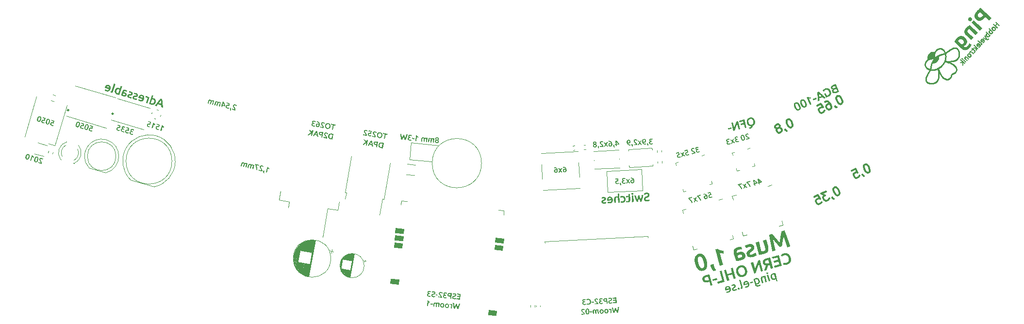
<source format=gbr>
%TF.GenerationSoftware,KiCad,Pcbnew,7.0.6*%
%TF.CreationDate,2023-10-29T15:43:57+01:00*%
%TF.ProjectId,nana,6e616e61-2e6b-4696-9361-645f70636258,rev?*%
%TF.SameCoordinates,Original*%
%TF.FileFunction,Legend,Bot*%
%TF.FilePolarity,Positive*%
%FSLAX46Y46*%
G04 Gerber Fmt 4.6, Leading zero omitted, Abs format (unit mm)*
G04 Created by KiCad (PCBNEW 7.0.6) date 2023-10-29 15:43:57*
%MOMM*%
%LPD*%
G01*
G04 APERTURE LIST*
%ADD10C,0.216050*%
%ADD11C,0.000000*%
%ADD12C,0.095272*%
%ADD13C,0.006751*%
%ADD14C,0.300000*%
%ADD15C,0.200000*%
%ADD16C,0.150000*%
%ADD17C,0.250000*%
%ADD18C,0.120000*%
%ADD19C,0.100000*%
%ADD20C,0.125001*%
G04 APERTURE END LIST*
D10*
X231314765Y-79154558D02*
X231368640Y-79100881D01*
X231605225Y-80458656D02*
X231682938Y-81125293D01*
X235104188Y-78604583D02*
X235157907Y-78502779D01*
X230813022Y-79402539D02*
X230862415Y-79396169D01*
X231020636Y-77662417D02*
X231000199Y-77714991D01*
X232218283Y-77051859D02*
X232150446Y-77029765D01*
X234172785Y-76963599D02*
X234001238Y-77037098D01*
X230329146Y-80181109D02*
X230299678Y-80345774D01*
X230904647Y-78155015D02*
X230900306Y-78225089D01*
X234416084Y-81286065D02*
X234491090Y-81233157D01*
X230472473Y-79625333D02*
X230447601Y-79702477D01*
X231681461Y-81910038D02*
X231664840Y-82022750D01*
X234947460Y-77052048D02*
X234890833Y-77003743D01*
X231107772Y-78602921D02*
X231185290Y-78539902D01*
X234640703Y-80207128D02*
X234576807Y-80117548D01*
X231108991Y-79309829D02*
X231159276Y-79279236D01*
X230539130Y-80707853D02*
X230445853Y-80703605D01*
X230142544Y-80658516D02*
X230040108Y-80630655D01*
X234063423Y-79688491D02*
X233919579Y-79609523D01*
X232883121Y-78659441D02*
X232894036Y-78575683D01*
X232114947Y-78047684D02*
X232193161Y-78021810D01*
X229944938Y-80597780D02*
X229856939Y-80560209D01*
X231618634Y-78472613D02*
X231619784Y-78522123D01*
X229699414Y-82895154D02*
X229637450Y-82846899D01*
X232895165Y-78136700D02*
X232882808Y-78044147D01*
X232865621Y-77949772D02*
X232843342Y-77853471D01*
X230892375Y-80683557D02*
X230806792Y-80695300D01*
X231453407Y-80522303D02*
X231376455Y-80551984D01*
X233209460Y-82369137D02*
X233122684Y-82370240D01*
X230743459Y-83061513D02*
X230600091Y-83084418D01*
X234148214Y-81407569D02*
X234244306Y-81373711D01*
X229437326Y-82405534D02*
X229438742Y-82329176D01*
X230874385Y-83027694D02*
X230743459Y-83061513D01*
D11*
G36*
X239271295Y-73397098D02*
G01*
X238887683Y-73815739D01*
X237409791Y-72461506D01*
X237793405Y-72042859D01*
X239271295Y-73397098D01*
G37*
D10*
X230101771Y-80899202D02*
X230252446Y-80680923D01*
X234079808Y-79191302D02*
X234192315Y-79169937D01*
X231737007Y-78197992D02*
X231810705Y-78164916D01*
X231690765Y-80405121D02*
X231605239Y-80458643D01*
X230712956Y-79407160D02*
X230763253Y-79406087D01*
X232351868Y-77973697D02*
X232513341Y-77929986D01*
X230661985Y-79406105D02*
X230712956Y-79407160D01*
X233122684Y-82370240D02*
X233033452Y-82360745D01*
X229415811Y-79373436D02*
X229450478Y-79308174D01*
X232755102Y-82264895D02*
X232660128Y-82209225D01*
X231697820Y-81341839D02*
X231702542Y-81567285D01*
X229776009Y-80518256D02*
X229702050Y-80472234D01*
X230186119Y-78768965D02*
X230250507Y-78751089D01*
X230964587Y-78730127D02*
X230964585Y-78730131D01*
X232774516Y-77646576D02*
X232733473Y-77554635D01*
X230981036Y-77770648D02*
X230963361Y-77829137D01*
X233927945Y-81562768D02*
X233910314Y-81667175D01*
X233852148Y-81858586D02*
X233812425Y-81944829D01*
X233627704Y-79235751D02*
X233852703Y-79220809D01*
X230382204Y-79938635D02*
X230363242Y-80018809D01*
X233713756Y-82096512D02*
X233655629Y-82161190D01*
X235217421Y-77545599D02*
X235181235Y-77437638D01*
X230943789Y-78658219D02*
X230964587Y-78730127D01*
X230907339Y-78804735D02*
X230849970Y-78884256D01*
X233445068Y-77378797D02*
X233248490Y-77525347D01*
X230921358Y-78019002D02*
X230911733Y-78086235D01*
X229953644Y-78857085D02*
X230007513Y-78833046D01*
X234303151Y-79143552D02*
X234411572Y-79111694D01*
X235157907Y-78502779D02*
X235201879Y-78390912D01*
X234563812Y-76890267D02*
X234490331Y-76891153D01*
X231555072Y-78823026D02*
X231529060Y-78875699D01*
D12*
X236981020Y-77819937D02*
X236988690Y-77820360D01*
X236996381Y-77820983D01*
X237004083Y-77821809D01*
X237011802Y-77822835D01*
X237019536Y-77824071D01*
X237027286Y-77825506D01*
X237035054Y-77827143D01*
X237042837Y-77828985D01*
X237050634Y-77831029D01*
X237058445Y-77833277D01*
X237066280Y-77835728D01*
X237074124Y-77838381D01*
X237081988Y-77841236D01*
X237089864Y-77844294D01*
X237097756Y-77847559D01*
X237105523Y-77850918D01*
X237113246Y-77854485D01*
X237120930Y-77858253D01*
X237128576Y-77862231D01*
X237136178Y-77866409D01*
X237143742Y-77870797D01*
X237158747Y-77880184D01*
X237173594Y-77890393D01*
X237188279Y-77901429D01*
X237202804Y-77913281D01*
X237217164Y-77925959D01*
X237224319Y-77932635D01*
X237231262Y-77939364D01*
X237238000Y-77946142D01*
X237244528Y-77952974D01*
X237250850Y-77959854D01*
X237256959Y-77966785D01*
X237262861Y-77973773D01*
X237268557Y-77980806D01*
X237274045Y-77987894D01*
X237279322Y-77995031D01*
X237284390Y-78002220D01*
X237289251Y-78009461D01*
X237293904Y-78016753D01*
X237298346Y-78024096D01*
X237302581Y-78031492D01*
X237306608Y-78038937D01*
X237310434Y-78046416D01*
X237314063Y-78053897D01*
X237317495Y-78061391D01*
X237320731Y-78068889D01*
X237323771Y-78076400D01*
X237326614Y-78083917D01*
X237329259Y-78091442D01*
X237331710Y-78098981D01*
X237333963Y-78106523D01*
X237336020Y-78114076D01*
X237337884Y-78121636D01*
X237339546Y-78129205D01*
X237341017Y-78136783D01*
X237342293Y-78144372D01*
X237343366Y-78151966D01*
X237344245Y-78159571D01*
X237344820Y-78167283D01*
X237345197Y-78174977D01*
X237345379Y-78182655D01*
X237345358Y-78190311D01*
X237345145Y-78197946D01*
X237344731Y-78205565D01*
X237344124Y-78213166D01*
X237343315Y-78220743D01*
X237342309Y-78228302D01*
X237341107Y-78235844D01*
X237339709Y-78243363D01*
X237338111Y-78250865D01*
X237336318Y-78258346D01*
X237334326Y-78265813D01*
X237332140Y-78273256D01*
X237329753Y-78280683D01*
X237327052Y-78287954D01*
X237324161Y-78295156D01*
X237321074Y-78302288D01*
X237317797Y-78309351D01*
X237314326Y-78316350D01*
X237310663Y-78323275D01*
X237306809Y-78330135D01*
X237302761Y-78336922D01*
X237298518Y-78343644D01*
X237294086Y-78350295D01*
X237289459Y-78356878D01*
X237284640Y-78363394D01*
X237279630Y-78369838D01*
X237274426Y-78376214D01*
X237269027Y-78382527D01*
X237263441Y-78388764D01*
X237257710Y-78394874D01*
X237251896Y-78400801D01*
X237246002Y-78406538D01*
X237240014Y-78412094D01*
X237233945Y-78417461D01*
X237227791Y-78422643D01*
X237221550Y-78427642D01*
X237215226Y-78432450D01*
X237208813Y-78437075D01*
X237202316Y-78441513D01*
X237195735Y-78445767D01*
X237189069Y-78449834D01*
X237182314Y-78453715D01*
X237175479Y-78457411D01*
X237168558Y-78460921D01*
X237161547Y-78464246D01*
X237154363Y-78467267D01*
X237147148Y-78470086D01*
X237139904Y-78472704D01*
X237132631Y-78475118D01*
X237125327Y-78477326D01*
X237117995Y-78479337D01*
X237110635Y-78481142D01*
X237103239Y-78482747D01*
X237095817Y-78484151D01*
X237088365Y-78485352D01*
X237080881Y-78486348D01*
X237073368Y-78487143D01*
X237065825Y-78487738D01*
X237058255Y-78488129D01*
X237050650Y-78488319D01*
X237043017Y-78488302D01*
X237035263Y-78488203D01*
X237027505Y-78487899D01*
X237019746Y-78487388D01*
X237011985Y-78486677D01*
X237004224Y-78485765D01*
X236996460Y-78484641D01*
X236988692Y-78483323D01*
X236980925Y-78481797D01*
X236973152Y-78480067D01*
X236965380Y-78478135D01*
X236957608Y-78476001D01*
X236949834Y-78473658D01*
X236942054Y-78471113D01*
X236934271Y-78468365D01*
X236926490Y-78465413D01*
X236918705Y-78462260D01*
X236910937Y-78458901D01*
X236903200Y-78455324D01*
X236895500Y-78451537D01*
X236887828Y-78447540D01*
X236880192Y-78443323D01*
X236872589Y-78438902D01*
X236857481Y-78429417D01*
X236842504Y-78419083D01*
X236827659Y-78407905D01*
X236812946Y-78395878D01*
X236798365Y-78383001D01*
X236791325Y-78376426D01*
X236784483Y-78369797D01*
X236777846Y-78363107D01*
X236771408Y-78356358D01*
X236765171Y-78349555D01*
X236759136Y-78342694D01*
X236753302Y-78335773D01*
X236747671Y-78328794D01*
X236742240Y-78321762D01*
X236737008Y-78314666D01*
X236731981Y-78307511D01*
X236727152Y-78300304D01*
X236722525Y-78293033D01*
X236718099Y-78285711D01*
X236713875Y-78278324D01*
X236709855Y-78270883D01*
X236705917Y-78263299D01*
X236702194Y-78255705D01*
X236698682Y-78248107D01*
X236695377Y-78240494D01*
X236692284Y-78232875D01*
X236689402Y-78225247D01*
X236686729Y-78217605D01*
X236684266Y-78209961D01*
X236682016Y-78202302D01*
X236679974Y-78194638D01*
X236678140Y-78186964D01*
X236676520Y-78179282D01*
X236675110Y-78171584D01*
X236673908Y-78163886D01*
X236672917Y-78156175D01*
X236672139Y-78148454D01*
X236671459Y-78140854D01*
X236670996Y-78133273D01*
X236670746Y-78125716D01*
X236670704Y-78118174D01*
X236670876Y-78110649D01*
X236671131Y-78105586D01*
X236782633Y-78105586D01*
X236783097Y-78115387D01*
X236784141Y-78125329D01*
X236785758Y-78135404D01*
X236787706Y-78145536D01*
X236790196Y-78155622D01*
X236793222Y-78165667D01*
X236796789Y-78175662D01*
X236800895Y-78185615D01*
X236805536Y-78195522D01*
X236810718Y-78205387D01*
X236816437Y-78215205D01*
X236822698Y-78224981D01*
X236829500Y-78234710D01*
X236836835Y-78244395D01*
X236844711Y-78254035D01*
X236853129Y-78263633D01*
X236862082Y-78273184D01*
X236871576Y-78282690D01*
X236881609Y-78292152D01*
X236891914Y-78301327D01*
X236902222Y-78309966D01*
X236912539Y-78318069D01*
X236922856Y-78325642D01*
X236933178Y-78332678D01*
X236943508Y-78339181D01*
X236953842Y-78345149D01*
X236964184Y-78350586D01*
X236974523Y-78355489D01*
X236984870Y-78359855D01*
X236995223Y-78363686D01*
X237005581Y-78366984D01*
X237015944Y-78369751D01*
X237026310Y-78371982D01*
X237036683Y-78373677D01*
X237047058Y-78374840D01*
X237057121Y-78375470D01*
X237067008Y-78375546D01*
X237076714Y-78375063D01*
X237086245Y-78374029D01*
X237095595Y-78372437D01*
X237104764Y-78370297D01*
X237113758Y-78367600D01*
X237122572Y-78364350D01*
X237131206Y-78360543D01*
X237139664Y-78356185D01*
X237147942Y-78351273D01*
X237156040Y-78345802D01*
X237163961Y-78339783D01*
X237171699Y-78333208D01*
X237179262Y-78326081D01*
X237186646Y-78318396D01*
X237193661Y-78310367D01*
X237200117Y-78302198D01*
X237206010Y-78293896D01*
X237211340Y-78285453D01*
X237216113Y-78276882D01*
X237220321Y-78268164D01*
X237223969Y-78259311D01*
X237227059Y-78250324D01*
X237229588Y-78241198D01*
X237231552Y-78231931D01*
X237232957Y-78222537D01*
X237233800Y-78212999D01*
X237234086Y-78203325D01*
X237233807Y-78193514D01*
X237232968Y-78183565D01*
X237231572Y-78173478D01*
X237229404Y-78163358D01*
X237226712Y-78153280D01*
X237223496Y-78143247D01*
X237219754Y-78133254D01*
X237215488Y-78123310D01*
X237210696Y-78113407D01*
X237205382Y-78103552D01*
X237199542Y-78093735D01*
X237193175Y-78083966D01*
X237186283Y-78074242D01*
X237178867Y-78064557D01*
X237170926Y-78054924D01*
X237162462Y-78045323D01*
X237153470Y-78035777D01*
X237143955Y-78026272D01*
X237133916Y-78016805D01*
X237123618Y-78007635D01*
X237113330Y-77998994D01*
X237103053Y-77990889D01*
X237092784Y-77983315D01*
X237082525Y-77976274D01*
X237072272Y-77969769D01*
X237062032Y-77963796D01*
X237051799Y-77958357D01*
X237041575Y-77953451D01*
X237031360Y-77949080D01*
X237021156Y-77945238D01*
X237010961Y-77941934D01*
X237000775Y-77939160D01*
X236990597Y-77936923D01*
X236980430Y-77935214D01*
X236970270Y-77934041D01*
X236959987Y-77933424D01*
X236949898Y-77933359D01*
X236940001Y-77933842D01*
X236930297Y-77934889D01*
X236920786Y-77936483D01*
X236911468Y-77938628D01*
X236902343Y-77941331D01*
X236893408Y-77944590D01*
X236884668Y-77948397D01*
X236876119Y-77952763D01*
X236867764Y-77957678D01*
X236859603Y-77963146D01*
X236851632Y-77969172D01*
X236843855Y-77975751D01*
X236836274Y-77982877D01*
X236828880Y-77990566D01*
X236821874Y-77998590D01*
X236815443Y-78006759D01*
X236809584Y-78015058D01*
X236804301Y-78023497D01*
X236799594Y-78032071D01*
X236795461Y-78040785D01*
X236791908Y-78049631D01*
X236788920Y-78058615D01*
X236786515Y-78067739D01*
X236784680Y-78076993D01*
X236783425Y-78086387D01*
X236782740Y-78095917D01*
X236782633Y-78105586D01*
X236671131Y-78105586D01*
X236671254Y-78103143D01*
X236671848Y-78095660D01*
X236672652Y-78088193D01*
X236673671Y-78080744D01*
X236674896Y-78073315D01*
X236676339Y-78065904D01*
X236677990Y-78058515D01*
X236679852Y-78051141D01*
X236681929Y-78043792D01*
X236684214Y-78036458D01*
X236686714Y-78029141D01*
X236689298Y-78021763D01*
X236692082Y-78014461D01*
X236695067Y-78007237D01*
X236698252Y-78000083D01*
X236701639Y-77993009D01*
X236705223Y-77986012D01*
X236709008Y-77979090D01*
X236712991Y-77972243D01*
X236717177Y-77965470D01*
X236721562Y-77958775D01*
X236726146Y-77952155D01*
X236730931Y-77945607D01*
X236735917Y-77939141D01*
X236741101Y-77932746D01*
X236746488Y-77926426D01*
X236752074Y-77920186D01*
X236757806Y-77914078D01*
X236763630Y-77908164D01*
X236769547Y-77902435D01*
X236775560Y-77896908D01*
X236781661Y-77891570D01*
X236787858Y-77886425D01*
X236794145Y-77881474D01*
X236800526Y-77876713D01*
X236807000Y-77872146D01*
X236813569Y-77867776D01*
X236820226Y-77863593D01*
X236826980Y-77859606D01*
X236833825Y-77855805D01*
X236840763Y-77852205D01*
X236847794Y-77848795D01*
X236854919Y-77845576D01*
X236861991Y-77842448D01*
X236869111Y-77839519D01*
X236876273Y-77836792D01*
X236883475Y-77834268D01*
X236890726Y-77831946D01*
X236898018Y-77829824D01*
X236905355Y-77827905D01*
X236912738Y-77826188D01*
X236920160Y-77824674D01*
X236927629Y-77823361D01*
X236935146Y-77822248D01*
X236942699Y-77821342D01*
X236950301Y-77820632D01*
X236957945Y-77820126D01*
X236965634Y-77819824D01*
X236973365Y-77819723D01*
X236981020Y-77819937D01*
G36*
X236981020Y-77819937D02*
G01*
X236988690Y-77820360D01*
X236996381Y-77820983D01*
X237004083Y-77821809D01*
X237011802Y-77822835D01*
X237019536Y-77824071D01*
X237027286Y-77825506D01*
X237035054Y-77827143D01*
X237042837Y-77828985D01*
X237050634Y-77831029D01*
X237058445Y-77833277D01*
X237066280Y-77835728D01*
X237074124Y-77838381D01*
X237081988Y-77841236D01*
X237089864Y-77844294D01*
X237097756Y-77847559D01*
X237105523Y-77850918D01*
X237113246Y-77854485D01*
X237120930Y-77858253D01*
X237128576Y-77862231D01*
X237136178Y-77866409D01*
X237143742Y-77870797D01*
X237158747Y-77880184D01*
X237173594Y-77890393D01*
X237188279Y-77901429D01*
X237202804Y-77913281D01*
X237217164Y-77925959D01*
X237224319Y-77932635D01*
X237231262Y-77939364D01*
X237238000Y-77946142D01*
X237244528Y-77952974D01*
X237250850Y-77959854D01*
X237256959Y-77966785D01*
X237262861Y-77973773D01*
X237268557Y-77980806D01*
X237274045Y-77987894D01*
X237279322Y-77995031D01*
X237284390Y-78002220D01*
X237289251Y-78009461D01*
X237293904Y-78016753D01*
X237298346Y-78024096D01*
X237302581Y-78031492D01*
X237306608Y-78038937D01*
X237310434Y-78046416D01*
X237314063Y-78053897D01*
X237317495Y-78061391D01*
X237320731Y-78068889D01*
X237323771Y-78076400D01*
X237326614Y-78083917D01*
X237329259Y-78091442D01*
X237331710Y-78098981D01*
X237333963Y-78106523D01*
X237336020Y-78114076D01*
X237337884Y-78121636D01*
X237339546Y-78129205D01*
X237341017Y-78136783D01*
X237342293Y-78144372D01*
X237343366Y-78151966D01*
X237344245Y-78159571D01*
X237344820Y-78167283D01*
X237345197Y-78174977D01*
X237345379Y-78182655D01*
X237345358Y-78190311D01*
X237345145Y-78197946D01*
X237344731Y-78205565D01*
X237344124Y-78213166D01*
X237343315Y-78220743D01*
X237342309Y-78228302D01*
X237341107Y-78235844D01*
X237339709Y-78243363D01*
X237338111Y-78250865D01*
X237336318Y-78258346D01*
X237334326Y-78265813D01*
X237332140Y-78273256D01*
X237329753Y-78280683D01*
X237327052Y-78287954D01*
X237324161Y-78295156D01*
X237321074Y-78302288D01*
X237317797Y-78309351D01*
X237314326Y-78316350D01*
X237310663Y-78323275D01*
X237306809Y-78330135D01*
X237302761Y-78336922D01*
X237298518Y-78343644D01*
X237294086Y-78350295D01*
X237289459Y-78356878D01*
X237284640Y-78363394D01*
X237279630Y-78369838D01*
X237274426Y-78376214D01*
X237269027Y-78382527D01*
X237263441Y-78388764D01*
X237257710Y-78394874D01*
X237251896Y-78400801D01*
X237246002Y-78406538D01*
X237240014Y-78412094D01*
X237233945Y-78417461D01*
X237227791Y-78422643D01*
X237221550Y-78427642D01*
X237215226Y-78432450D01*
X237208813Y-78437075D01*
X237202316Y-78441513D01*
X237195735Y-78445767D01*
X237189069Y-78449834D01*
X237182314Y-78453715D01*
X237175479Y-78457411D01*
X237168558Y-78460921D01*
X237161547Y-78464246D01*
X237154363Y-78467267D01*
X237147148Y-78470086D01*
X237139904Y-78472704D01*
X237132631Y-78475118D01*
X237125327Y-78477326D01*
X237117995Y-78479337D01*
X237110635Y-78481142D01*
X237103239Y-78482747D01*
X237095817Y-78484151D01*
X237088365Y-78485352D01*
X237080881Y-78486348D01*
X237073368Y-78487143D01*
X237065825Y-78487738D01*
X237058255Y-78488129D01*
X237050650Y-78488319D01*
X237043017Y-78488302D01*
X237035263Y-78488203D01*
X237027505Y-78487899D01*
X237019746Y-78487388D01*
X237011985Y-78486677D01*
X237004224Y-78485765D01*
X236996460Y-78484641D01*
X236988692Y-78483323D01*
X236980925Y-78481797D01*
X236973152Y-78480067D01*
X236965380Y-78478135D01*
X236957608Y-78476001D01*
X236949834Y-78473658D01*
X236942054Y-78471113D01*
X236934271Y-78468365D01*
X236926490Y-78465413D01*
X236918705Y-78462260D01*
X236910937Y-78458901D01*
X236903200Y-78455324D01*
X236895500Y-78451537D01*
X236887828Y-78447540D01*
X236880192Y-78443323D01*
X236872589Y-78438902D01*
X236857481Y-78429417D01*
X236842504Y-78419083D01*
X236827659Y-78407905D01*
X236812946Y-78395878D01*
X236798365Y-78383001D01*
X236791325Y-78376426D01*
X236784483Y-78369797D01*
X236777846Y-78363107D01*
X236771408Y-78356358D01*
X236765171Y-78349555D01*
X236759136Y-78342694D01*
X236753302Y-78335773D01*
X236747671Y-78328794D01*
X236742240Y-78321762D01*
X236737008Y-78314666D01*
X236731981Y-78307511D01*
X236727152Y-78300304D01*
X236722525Y-78293033D01*
X236718099Y-78285711D01*
X236713875Y-78278324D01*
X236709855Y-78270883D01*
X236705917Y-78263299D01*
X236702194Y-78255705D01*
X236698682Y-78248107D01*
X236695377Y-78240494D01*
X236692284Y-78232875D01*
X236689402Y-78225247D01*
X236686729Y-78217605D01*
X236684266Y-78209961D01*
X236682016Y-78202302D01*
X236679974Y-78194638D01*
X236678140Y-78186964D01*
X236676520Y-78179282D01*
X236675110Y-78171584D01*
X236673908Y-78163886D01*
X236672917Y-78156175D01*
X236672139Y-78148454D01*
X236671459Y-78140854D01*
X236670996Y-78133273D01*
X236670746Y-78125716D01*
X236670704Y-78118174D01*
X236670876Y-78110649D01*
X236671131Y-78105586D01*
X236782633Y-78105586D01*
X236783097Y-78115387D01*
X236784141Y-78125329D01*
X236785758Y-78135404D01*
X236787706Y-78145536D01*
X236790196Y-78155622D01*
X236793222Y-78165667D01*
X236796789Y-78175662D01*
X236800895Y-78185615D01*
X236805536Y-78195522D01*
X236810718Y-78205387D01*
X236816437Y-78215205D01*
X236822698Y-78224981D01*
X236829500Y-78234710D01*
X236836835Y-78244395D01*
X236844711Y-78254035D01*
X236853129Y-78263633D01*
X236862082Y-78273184D01*
X236871576Y-78282690D01*
X236881609Y-78292152D01*
X236891914Y-78301327D01*
X236902222Y-78309966D01*
X236912539Y-78318069D01*
X236922856Y-78325642D01*
X236933178Y-78332678D01*
X236943508Y-78339181D01*
X236953842Y-78345149D01*
X236964184Y-78350586D01*
X236974523Y-78355489D01*
X236984870Y-78359855D01*
X236995223Y-78363686D01*
X237005581Y-78366984D01*
X237015944Y-78369751D01*
X237026310Y-78371982D01*
X237036683Y-78373677D01*
X237047058Y-78374840D01*
X237057121Y-78375470D01*
X237067008Y-78375546D01*
X237076714Y-78375063D01*
X237086245Y-78374029D01*
X237095595Y-78372437D01*
X237104764Y-78370297D01*
X237113758Y-78367600D01*
X237122572Y-78364350D01*
X237131206Y-78360543D01*
X237139664Y-78356185D01*
X237147942Y-78351273D01*
X237156040Y-78345802D01*
X237163961Y-78339783D01*
X237171699Y-78333208D01*
X237179262Y-78326081D01*
X237186646Y-78318396D01*
X237193661Y-78310367D01*
X237200117Y-78302198D01*
X237206010Y-78293896D01*
X237211340Y-78285453D01*
X237216113Y-78276882D01*
X237220321Y-78268164D01*
X237223969Y-78259311D01*
X237227059Y-78250324D01*
X237229588Y-78241198D01*
X237231552Y-78231931D01*
X237232957Y-78222537D01*
X237233800Y-78212999D01*
X237234086Y-78203325D01*
X237233807Y-78193514D01*
X237232968Y-78183565D01*
X237231572Y-78173478D01*
X237229404Y-78163358D01*
X237226712Y-78153280D01*
X237223496Y-78143247D01*
X237219754Y-78133254D01*
X237215488Y-78123310D01*
X237210696Y-78113407D01*
X237205382Y-78103552D01*
X237199542Y-78093735D01*
X237193175Y-78083966D01*
X237186283Y-78074242D01*
X237178867Y-78064557D01*
X237170926Y-78054924D01*
X237162462Y-78045323D01*
X237153470Y-78035777D01*
X237143955Y-78026272D01*
X237133916Y-78016805D01*
X237123618Y-78007635D01*
X237113330Y-77998994D01*
X237103053Y-77990889D01*
X237092784Y-77983315D01*
X237082525Y-77976274D01*
X237072272Y-77969769D01*
X237062032Y-77963796D01*
X237051799Y-77958357D01*
X237041575Y-77953451D01*
X237031360Y-77949080D01*
X237021156Y-77945238D01*
X237010961Y-77941934D01*
X237000775Y-77939160D01*
X236990597Y-77936923D01*
X236980430Y-77935214D01*
X236970270Y-77934041D01*
X236959987Y-77933424D01*
X236949898Y-77933359D01*
X236940001Y-77933842D01*
X236930297Y-77934889D01*
X236920786Y-77936483D01*
X236911468Y-77938628D01*
X236902343Y-77941331D01*
X236893408Y-77944590D01*
X236884668Y-77948397D01*
X236876119Y-77952763D01*
X236867764Y-77957678D01*
X236859603Y-77963146D01*
X236851632Y-77969172D01*
X236843855Y-77975751D01*
X236836274Y-77982877D01*
X236828880Y-77990566D01*
X236821874Y-77998590D01*
X236815443Y-78006759D01*
X236809584Y-78015058D01*
X236804301Y-78023497D01*
X236799594Y-78032071D01*
X236795461Y-78040785D01*
X236791908Y-78049631D01*
X236788920Y-78058615D01*
X236786515Y-78067739D01*
X236784680Y-78076993D01*
X236783425Y-78086387D01*
X236782740Y-78095917D01*
X236782633Y-78105586D01*
X236671131Y-78105586D01*
X236671254Y-78103143D01*
X236671848Y-78095660D01*
X236672652Y-78088193D01*
X236673671Y-78080744D01*
X236674896Y-78073315D01*
X236676339Y-78065904D01*
X236677990Y-78058515D01*
X236679852Y-78051141D01*
X236681929Y-78043792D01*
X236684214Y-78036458D01*
X236686714Y-78029141D01*
X236689298Y-78021763D01*
X236692082Y-78014461D01*
X236695067Y-78007237D01*
X236698252Y-78000083D01*
X236701639Y-77993009D01*
X236705223Y-77986012D01*
X236709008Y-77979090D01*
X236712991Y-77972243D01*
X236717177Y-77965470D01*
X236721562Y-77958775D01*
X236726146Y-77952155D01*
X236730931Y-77945607D01*
X236735917Y-77939141D01*
X236741101Y-77932746D01*
X236746488Y-77926426D01*
X236752074Y-77920186D01*
X236757806Y-77914078D01*
X236763630Y-77908164D01*
X236769547Y-77902435D01*
X236775560Y-77896908D01*
X236781661Y-77891570D01*
X236787858Y-77886425D01*
X236794145Y-77881474D01*
X236800526Y-77876713D01*
X236807000Y-77872146D01*
X236813569Y-77867776D01*
X236820226Y-77863593D01*
X236826980Y-77859606D01*
X236833825Y-77855805D01*
X236840763Y-77852205D01*
X236847794Y-77848795D01*
X236854919Y-77845576D01*
X236861991Y-77842448D01*
X236869111Y-77839519D01*
X236876273Y-77836792D01*
X236883475Y-77834268D01*
X236890726Y-77831946D01*
X236898018Y-77829824D01*
X236905355Y-77827905D01*
X236912738Y-77826188D01*
X236920160Y-77824674D01*
X236927629Y-77823361D01*
X236935146Y-77822248D01*
X236942699Y-77821342D01*
X236950301Y-77820632D01*
X236957945Y-77820126D01*
X236965634Y-77819824D01*
X236973365Y-77819723D01*
X236981020Y-77819937D01*
G37*
D10*
X231597527Y-77069026D02*
X231531722Y-77099049D01*
X234618260Y-79029712D02*
X234715053Y-78978667D01*
X234767301Y-80816154D02*
X234781191Y-80734156D01*
X231376455Y-80551984D02*
X231298651Y-80579886D01*
X234702999Y-76911205D02*
X234634736Y-76896855D01*
X230443758Y-83095733D02*
X230273943Y-83094761D01*
X231872180Y-77003072D02*
X231802415Y-77011191D01*
X231059229Y-79335515D02*
X231108991Y-79309829D01*
X232849249Y-82308452D02*
X232755102Y-82264895D01*
X230350338Y-80694712D02*
X230252461Y-80680911D01*
X234193086Y-79770328D02*
X234063423Y-79688491D01*
X231642551Y-82133538D02*
X231614075Y-82241713D01*
X235041450Y-78696777D02*
X235104188Y-78604583D01*
X234668481Y-81043355D02*
X234710606Y-80971191D01*
X231609275Y-78372329D02*
X231615014Y-78422750D01*
X232284817Y-77080369D02*
X232218283Y-77051859D01*
X231460803Y-78985019D02*
X231417854Y-79042072D01*
X230964582Y-78730130D02*
X230964580Y-78730127D01*
X231664840Y-82022750D02*
X231642551Y-82133538D01*
X231262012Y-79201949D02*
X231314765Y-79154558D01*
X230123996Y-78788746D02*
X230186119Y-78768965D01*
X232811197Y-77746193D02*
X232774516Y-77646576D01*
X232150446Y-77029765D02*
X232081612Y-77013965D01*
X232869278Y-78742097D02*
X232883121Y-78659441D01*
X234634736Y-76896855D02*
X234563812Y-76890267D01*
X230898929Y-78296189D02*
X230900719Y-78368072D01*
X231427881Y-82634459D02*
X231360655Y-82719199D01*
X234244306Y-81373711D02*
X234333711Y-81333064D01*
X234890833Y-77003743D02*
X234831148Y-76964357D01*
X230630293Y-80707709D02*
X230539130Y-80707853D01*
X232381369Y-79798665D02*
X232415437Y-79754830D01*
X233033452Y-82360745D02*
X232942172Y-82340275D01*
X229446817Y-82249864D02*
X229461269Y-82167726D01*
X229481822Y-82082881D02*
X229540088Y-81905582D01*
D12*
X241104240Y-74020527D02*
X241166069Y-74077184D01*
X241161068Y-74086869D01*
X241155586Y-74097079D01*
X241149620Y-74107816D01*
X241143172Y-74119086D01*
X241128828Y-74143201D01*
X241112560Y-74169432D01*
X241103603Y-74183163D01*
X241093983Y-74197094D01*
X241083697Y-74211222D01*
X241072746Y-74225551D01*
X241061125Y-74240073D01*
X241048843Y-74254796D01*
X241035892Y-74269718D01*
X241022277Y-74284842D01*
X241015814Y-74291754D01*
X241009289Y-74298457D01*
X241002706Y-74304941D01*
X240996069Y-74311213D01*
X240989367Y-74317268D01*
X240982608Y-74323111D01*
X240975792Y-74328736D01*
X240968916Y-74334149D01*
X240961983Y-74339343D01*
X240954994Y-74344323D01*
X240947942Y-74349090D01*
X240940833Y-74353638D01*
X240933664Y-74357977D01*
X240926439Y-74362094D01*
X240919154Y-74366000D01*
X240911811Y-74369691D01*
X240904426Y-74373167D01*
X240897016Y-74376433D01*
X240889583Y-74379488D01*
X240882127Y-74382337D01*
X240874651Y-74384975D01*
X240867150Y-74387405D01*
X240859625Y-74389621D01*
X240852078Y-74391628D01*
X240844507Y-74393427D01*
X240836912Y-74395017D01*
X240829293Y-74396397D01*
X240821656Y-74397566D01*
X240813991Y-74398526D01*
X240806304Y-74399275D01*
X240798593Y-74399813D01*
X240790856Y-74400142D01*
X240783113Y-74400260D01*
X240775365Y-74400158D01*
X240767612Y-74399840D01*
X240759861Y-74399305D01*
X240752105Y-74398552D01*
X240744350Y-74397580D01*
X240736584Y-74396391D01*
X240728821Y-74394987D01*
X240721056Y-74393363D01*
X240713289Y-74391521D01*
X240705518Y-74389459D01*
X240697745Y-74387183D01*
X240689970Y-74384687D01*
X240682192Y-74381976D01*
X240674413Y-74379046D01*
X240666628Y-74375898D01*
X240658639Y-74372541D01*
X240650686Y-74368964D01*
X240642776Y-74365168D01*
X240634905Y-74361152D01*
X240627075Y-74356922D01*
X240619285Y-74352467D01*
X240611534Y-74347793D01*
X240603818Y-74342899D01*
X240596145Y-74337789D01*
X240588513Y-74332456D01*
X240573367Y-74321134D01*
X240558377Y-74308935D01*
X240543547Y-74295857D01*
X240529862Y-74282886D01*
X240516895Y-74269709D01*
X240504654Y-74256340D01*
X240493131Y-74242766D01*
X240482332Y-74228992D01*
X240472254Y-74215021D01*
X240467485Y-74207958D01*
X240462897Y-74200845D01*
X240458489Y-74193684D01*
X240454263Y-74186471D01*
X240450119Y-74179345D01*
X240446179Y-74172202D01*
X240442442Y-74165041D01*
X240438909Y-74157866D01*
X240435578Y-74150672D01*
X240432451Y-74143466D01*
X240429527Y-74136241D01*
X240426802Y-74129006D01*
X240424285Y-74121750D01*
X240421967Y-74114480D01*
X240419858Y-74107191D01*
X240417947Y-74099887D01*
X240416239Y-74092571D01*
X240414734Y-74085238D01*
X240413434Y-74077887D01*
X240412335Y-74070521D01*
X240411446Y-74063151D01*
X240410769Y-74055788D01*
X240410303Y-74048427D01*
X240410045Y-74041067D01*
X240409997Y-74033716D01*
X240410160Y-74026370D01*
X240410331Y-74023027D01*
X240525695Y-74023027D01*
X240525758Y-74027925D01*
X240525983Y-74032819D01*
X240526367Y-74037715D01*
X240526915Y-74042610D01*
X240527622Y-74047511D01*
X240528494Y-74052408D01*
X240529526Y-74057303D01*
X240530591Y-74062088D01*
X240531796Y-74066868D01*
X240533146Y-74071642D01*
X240534629Y-74076409D01*
X240536256Y-74081170D01*
X240538025Y-74085923D01*
X240539932Y-74090676D01*
X240541980Y-74095416D01*
X240544167Y-74100154D01*
X240546495Y-74104887D01*
X240548964Y-74109613D01*
X240551572Y-74114331D01*
X240554321Y-74119044D01*
X240557209Y-74123750D01*
X240560241Y-74128452D01*
X240563408Y-74133149D01*
X240570066Y-74142477D01*
X240577087Y-74151714D01*
X240584470Y-74160846D01*
X240592210Y-74169878D01*
X240600311Y-74178809D01*
X240608776Y-74187641D01*
X240617600Y-74196373D01*
X240626784Y-74205005D01*
X240637440Y-74214465D01*
X240648095Y-74223321D01*
X240658753Y-74231569D01*
X240669412Y-74239219D01*
X240680073Y-74246261D01*
X240690736Y-74252700D01*
X240701403Y-74258536D01*
X240712068Y-74263768D01*
X240722735Y-74268394D01*
X240733404Y-74272415D01*
X240744076Y-74275834D01*
X240754750Y-74278647D01*
X240765427Y-74280860D01*
X240776101Y-74282463D01*
X240786781Y-74283465D01*
X240797461Y-74283863D01*
X240807948Y-74283579D01*
X240818277Y-74282741D01*
X240828445Y-74281361D01*
X240838457Y-74279433D01*
X240848317Y-74276955D01*
X240858014Y-74273932D01*
X240867554Y-74270355D01*
X240876940Y-74266234D01*
X240886167Y-74261564D01*
X240895234Y-74256345D01*
X240904145Y-74250581D01*
X240912900Y-74244269D01*
X240921494Y-74237407D01*
X240929934Y-74229995D01*
X240938217Y-74222039D01*
X240946341Y-74213531D01*
X240954289Y-74204769D01*
X240961827Y-74196278D01*
X240968955Y-74188055D01*
X240975671Y-74180104D01*
X240981979Y-74172427D01*
X240987879Y-74165015D01*
X240993367Y-74157875D01*
X240998449Y-74151012D01*
X241002730Y-74144461D01*
X241006715Y-74138235D01*
X241010405Y-74132329D01*
X241013799Y-74126744D01*
X241016900Y-74121480D01*
X241019707Y-74116540D01*
X241022215Y-74111922D01*
X241024431Y-74107623D01*
X240716300Y-73825273D01*
X240712792Y-73825821D01*
X240709192Y-73826488D01*
X240701711Y-73828168D01*
X240693858Y-73830310D01*
X240685627Y-73832916D01*
X240677023Y-73835991D01*
X240668049Y-73839531D01*
X240658699Y-73843535D01*
X240648975Y-73848005D01*
X240644047Y-73850419D01*
X240639171Y-73852967D01*
X240634352Y-73855650D01*
X240629589Y-73858457D01*
X240624879Y-73861395D01*
X240620226Y-73864464D01*
X240615628Y-73867672D01*
X240611084Y-73871005D01*
X240606596Y-73874470D01*
X240602162Y-73878070D01*
X240597782Y-73881793D01*
X240593457Y-73885652D01*
X240589189Y-73889644D01*
X240584979Y-73893763D01*
X240580819Y-73898017D01*
X240576713Y-73902401D01*
X240572517Y-73907089D01*
X240568510Y-73911793D01*
X240564695Y-73916510D01*
X240561069Y-73921234D01*
X240557637Y-73925973D01*
X240554392Y-73930728D01*
X240551336Y-73935494D01*
X240548468Y-73940274D01*
X240545794Y-73945062D01*
X240543308Y-73949865D01*
X240541014Y-73954682D01*
X240538909Y-73959510D01*
X240536997Y-73964352D01*
X240535274Y-73969208D01*
X240533741Y-73974073D01*
X240532396Y-73978953D01*
X240531005Y-73983849D01*
X240529776Y-73988747D01*
X240528709Y-73993646D01*
X240527807Y-73998543D01*
X240527058Y-74003439D01*
X240526477Y-74008336D01*
X240526055Y-74013234D01*
X240525796Y-74018129D01*
X240525695Y-74023027D01*
X240410331Y-74023027D01*
X240410536Y-74019026D01*
X240411123Y-74011691D01*
X240411920Y-74004358D01*
X240412925Y-73997030D01*
X240414142Y-73989708D01*
X240415575Y-73982385D01*
X240417213Y-73975072D01*
X240419062Y-73967761D01*
X240421125Y-73960458D01*
X240423396Y-73953154D01*
X240425784Y-73945996D01*
X240428408Y-73938878D01*
X240431265Y-73931799D01*
X240434356Y-73924755D01*
X240437678Y-73917754D01*
X240441235Y-73910789D01*
X240445027Y-73903866D01*
X240449050Y-73896976D01*
X240453308Y-73890128D01*
X240457798Y-73883321D01*
X240462523Y-73876551D01*
X240467480Y-73869819D01*
X240472671Y-73863128D01*
X240478095Y-73856477D01*
X240483752Y-73849862D01*
X240489645Y-73843283D01*
X240499338Y-73833057D01*
X240509117Y-73823444D01*
X240514035Y-73818864D01*
X240518975Y-73814443D01*
X240523938Y-73810173D01*
X240528921Y-73806054D01*
X240533926Y-73802091D01*
X240538947Y-73798282D01*
X240543992Y-73794625D01*
X240549058Y-73791121D01*
X240554144Y-73787777D01*
X240559251Y-73784581D01*
X240564376Y-73781539D01*
X240569525Y-73778647D01*
X240579386Y-73773497D01*
X240588762Y-73768814D01*
X240597650Y-73764605D01*
X240606055Y-73760868D01*
X240613973Y-73757598D01*
X240621411Y-73754800D01*
X240624950Y-73753577D01*
X240628360Y-73752473D01*
X240631655Y-73751488D01*
X240634826Y-73750617D01*
X240373552Y-73511202D01*
X240468331Y-73437825D01*
X241104240Y-74020527D01*
G36*
X241104240Y-74020527D02*
G01*
X241166069Y-74077184D01*
X241161068Y-74086869D01*
X241155586Y-74097079D01*
X241149620Y-74107816D01*
X241143172Y-74119086D01*
X241128828Y-74143201D01*
X241112560Y-74169432D01*
X241103603Y-74183163D01*
X241093983Y-74197094D01*
X241083697Y-74211222D01*
X241072746Y-74225551D01*
X241061125Y-74240073D01*
X241048843Y-74254796D01*
X241035892Y-74269718D01*
X241022277Y-74284842D01*
X241015814Y-74291754D01*
X241009289Y-74298457D01*
X241002706Y-74304941D01*
X240996069Y-74311213D01*
X240989367Y-74317268D01*
X240982608Y-74323111D01*
X240975792Y-74328736D01*
X240968916Y-74334149D01*
X240961983Y-74339343D01*
X240954994Y-74344323D01*
X240947942Y-74349090D01*
X240940833Y-74353638D01*
X240933664Y-74357977D01*
X240926439Y-74362094D01*
X240919154Y-74366000D01*
X240911811Y-74369691D01*
X240904426Y-74373167D01*
X240897016Y-74376433D01*
X240889583Y-74379488D01*
X240882127Y-74382337D01*
X240874651Y-74384975D01*
X240867150Y-74387405D01*
X240859625Y-74389621D01*
X240852078Y-74391628D01*
X240844507Y-74393427D01*
X240836912Y-74395017D01*
X240829293Y-74396397D01*
X240821656Y-74397566D01*
X240813991Y-74398526D01*
X240806304Y-74399275D01*
X240798593Y-74399813D01*
X240790856Y-74400142D01*
X240783113Y-74400260D01*
X240775365Y-74400158D01*
X240767612Y-74399840D01*
X240759861Y-74399305D01*
X240752105Y-74398552D01*
X240744350Y-74397580D01*
X240736584Y-74396391D01*
X240728821Y-74394987D01*
X240721056Y-74393363D01*
X240713289Y-74391521D01*
X240705518Y-74389459D01*
X240697745Y-74387183D01*
X240689970Y-74384687D01*
X240682192Y-74381976D01*
X240674413Y-74379046D01*
X240666628Y-74375898D01*
X240658639Y-74372541D01*
X240650686Y-74368964D01*
X240642776Y-74365168D01*
X240634905Y-74361152D01*
X240627075Y-74356922D01*
X240619285Y-74352467D01*
X240611534Y-74347793D01*
X240603818Y-74342899D01*
X240596145Y-74337789D01*
X240588513Y-74332456D01*
X240573367Y-74321134D01*
X240558377Y-74308935D01*
X240543547Y-74295857D01*
X240529862Y-74282886D01*
X240516895Y-74269709D01*
X240504654Y-74256340D01*
X240493131Y-74242766D01*
X240482332Y-74228992D01*
X240472254Y-74215021D01*
X240467485Y-74207958D01*
X240462897Y-74200845D01*
X240458489Y-74193684D01*
X240454263Y-74186471D01*
X240450119Y-74179345D01*
X240446179Y-74172202D01*
X240442442Y-74165041D01*
X240438909Y-74157866D01*
X240435578Y-74150672D01*
X240432451Y-74143466D01*
X240429527Y-74136241D01*
X240426802Y-74129006D01*
X240424285Y-74121750D01*
X240421967Y-74114480D01*
X240419858Y-74107191D01*
X240417947Y-74099887D01*
X240416239Y-74092571D01*
X240414734Y-74085238D01*
X240413434Y-74077887D01*
X240412335Y-74070521D01*
X240411446Y-74063151D01*
X240410769Y-74055788D01*
X240410303Y-74048427D01*
X240410045Y-74041067D01*
X240409997Y-74033716D01*
X240410160Y-74026370D01*
X240410331Y-74023027D01*
X240525695Y-74023027D01*
X240525758Y-74027925D01*
X240525983Y-74032819D01*
X240526367Y-74037715D01*
X240526915Y-74042610D01*
X240527622Y-74047511D01*
X240528494Y-74052408D01*
X240529526Y-74057303D01*
X240530591Y-74062088D01*
X240531796Y-74066868D01*
X240533146Y-74071642D01*
X240534629Y-74076409D01*
X240536256Y-74081170D01*
X240538025Y-74085923D01*
X240539932Y-74090676D01*
X240541980Y-74095416D01*
X240544167Y-74100154D01*
X240546495Y-74104887D01*
X240548964Y-74109613D01*
X240551572Y-74114331D01*
X240554321Y-74119044D01*
X240557209Y-74123750D01*
X240560241Y-74128452D01*
X240563408Y-74133149D01*
X240570066Y-74142477D01*
X240577087Y-74151714D01*
X240584470Y-74160846D01*
X240592210Y-74169878D01*
X240600311Y-74178809D01*
X240608776Y-74187641D01*
X240617600Y-74196373D01*
X240626784Y-74205005D01*
X240637440Y-74214465D01*
X240648095Y-74223321D01*
X240658753Y-74231569D01*
X240669412Y-74239219D01*
X240680073Y-74246261D01*
X240690736Y-74252700D01*
X240701403Y-74258536D01*
X240712068Y-74263768D01*
X240722735Y-74268394D01*
X240733404Y-74272415D01*
X240744076Y-74275834D01*
X240754750Y-74278647D01*
X240765427Y-74280860D01*
X240776101Y-74282463D01*
X240786781Y-74283465D01*
X240797461Y-74283863D01*
X240807948Y-74283579D01*
X240818277Y-74282741D01*
X240828445Y-74281361D01*
X240838457Y-74279433D01*
X240848317Y-74276955D01*
X240858014Y-74273932D01*
X240867554Y-74270355D01*
X240876940Y-74266234D01*
X240886167Y-74261564D01*
X240895234Y-74256345D01*
X240904145Y-74250581D01*
X240912900Y-74244269D01*
X240921494Y-74237407D01*
X240929934Y-74229995D01*
X240938217Y-74222039D01*
X240946341Y-74213531D01*
X240954289Y-74204769D01*
X240961827Y-74196278D01*
X240968955Y-74188055D01*
X240975671Y-74180104D01*
X240981979Y-74172427D01*
X240987879Y-74165015D01*
X240993367Y-74157875D01*
X240998449Y-74151012D01*
X241002730Y-74144461D01*
X241006715Y-74138235D01*
X241010405Y-74132329D01*
X241013799Y-74126744D01*
X241016900Y-74121480D01*
X241019707Y-74116540D01*
X241022215Y-74111922D01*
X241024431Y-74107623D01*
X240716300Y-73825273D01*
X240712792Y-73825821D01*
X240709192Y-73826488D01*
X240701711Y-73828168D01*
X240693858Y-73830310D01*
X240685627Y-73832916D01*
X240677023Y-73835991D01*
X240668049Y-73839531D01*
X240658699Y-73843535D01*
X240648975Y-73848005D01*
X240644047Y-73850419D01*
X240639171Y-73852967D01*
X240634352Y-73855650D01*
X240629589Y-73858457D01*
X240624879Y-73861395D01*
X240620226Y-73864464D01*
X240615628Y-73867672D01*
X240611084Y-73871005D01*
X240606596Y-73874470D01*
X240602162Y-73878070D01*
X240597782Y-73881793D01*
X240593457Y-73885652D01*
X240589189Y-73889644D01*
X240584979Y-73893763D01*
X240580819Y-73898017D01*
X240576713Y-73902401D01*
X240572517Y-73907089D01*
X240568510Y-73911793D01*
X240564695Y-73916510D01*
X240561069Y-73921234D01*
X240557637Y-73925973D01*
X240554392Y-73930728D01*
X240551336Y-73935494D01*
X240548468Y-73940274D01*
X240545794Y-73945062D01*
X240543308Y-73949865D01*
X240541014Y-73954682D01*
X240538909Y-73959510D01*
X240536997Y-73964352D01*
X240535274Y-73969208D01*
X240533741Y-73974073D01*
X240532396Y-73978953D01*
X240531005Y-73983849D01*
X240529776Y-73988747D01*
X240528709Y-73993646D01*
X240527807Y-73998543D01*
X240527058Y-74003439D01*
X240526477Y-74008336D01*
X240526055Y-74013234D01*
X240525796Y-74018129D01*
X240525695Y-74023027D01*
X240410331Y-74023027D01*
X240410536Y-74019026D01*
X240411123Y-74011691D01*
X240411920Y-74004358D01*
X240412925Y-73997030D01*
X240414142Y-73989708D01*
X240415575Y-73982385D01*
X240417213Y-73975072D01*
X240419062Y-73967761D01*
X240421125Y-73960458D01*
X240423396Y-73953154D01*
X240425784Y-73945996D01*
X240428408Y-73938878D01*
X240431265Y-73931799D01*
X240434356Y-73924755D01*
X240437678Y-73917754D01*
X240441235Y-73910789D01*
X240445027Y-73903866D01*
X240449050Y-73896976D01*
X240453308Y-73890128D01*
X240457798Y-73883321D01*
X240462523Y-73876551D01*
X240467480Y-73869819D01*
X240472671Y-73863128D01*
X240478095Y-73856477D01*
X240483752Y-73849862D01*
X240489645Y-73843283D01*
X240499338Y-73833057D01*
X240509117Y-73823444D01*
X240514035Y-73818864D01*
X240518975Y-73814443D01*
X240523938Y-73810173D01*
X240528921Y-73806054D01*
X240533926Y-73802091D01*
X240538947Y-73798282D01*
X240543992Y-73794625D01*
X240549058Y-73791121D01*
X240554144Y-73787777D01*
X240559251Y-73784581D01*
X240564376Y-73781539D01*
X240569525Y-73778647D01*
X240579386Y-73773497D01*
X240588762Y-73768814D01*
X240597650Y-73764605D01*
X240606055Y-73760868D01*
X240613973Y-73757598D01*
X240621411Y-73754800D01*
X240624950Y-73753577D01*
X240628360Y-73752473D01*
X240631655Y-73751488D01*
X240634826Y-73750617D01*
X240373552Y-73511202D01*
X240468331Y-73437825D01*
X241104240Y-74020527D01*
G37*
D10*
X231529060Y-78875699D02*
X231497749Y-78929629D01*
X231692937Y-81796098D02*
X231681461Y-81910038D01*
X230600091Y-83084418D02*
X230443758Y-83095733D01*
X234491090Y-81233157D02*
X234558383Y-81174777D01*
X233588014Y-79461941D02*
X233399606Y-79394207D01*
X233937324Y-81453165D02*
X234045774Y-81434200D01*
X232270386Y-79929316D02*
X232308915Y-79885918D01*
X230960678Y-79373572D02*
X231009841Y-79356649D01*
X232012087Y-77004333D02*
X231942172Y-77000748D01*
X232677235Y-77890137D02*
X232843214Y-77853608D01*
X232081612Y-77013965D02*
X232012087Y-77004333D01*
X231592637Y-78720651D02*
X231576146Y-78771411D01*
X232790003Y-79063669D02*
X232812864Y-78984425D01*
X234411572Y-79111694D02*
X234516855Y-79073900D01*
X231592861Y-78269016D02*
X231601773Y-78321154D01*
X231942172Y-77000748D02*
X231872180Y-77003072D01*
X229830336Y-78923051D02*
X229903022Y-78882060D01*
X233655629Y-82161190D02*
X233592178Y-82217923D01*
X230911733Y-78086235D02*
X230904647Y-78155015D01*
X229386346Y-79440312D02*
X229415811Y-79373436D01*
X232733473Y-77554635D02*
X232688375Y-77470246D01*
X232693953Y-79310337D02*
X232739817Y-79220470D01*
X234576807Y-80117548D02*
X234500439Y-80028640D01*
X231055131Y-77586434D02*
X231020636Y-77662417D01*
X233812425Y-81944829D02*
X233766158Y-82024263D01*
X229521017Y-80312921D02*
X229473955Y-80253790D01*
X234970437Y-78779825D02*
X235041450Y-78696777D01*
X232639528Y-77393279D02*
X232587233Y-77323611D01*
X229322412Y-79717631D02*
X229330107Y-79647457D01*
X232374374Y-81965762D02*
X232280207Y-81857860D01*
X229584656Y-79125233D02*
X229639119Y-79069582D01*
X232564744Y-82141066D02*
X232469358Y-82060040D01*
X229960877Y-81113143D02*
X230101771Y-80899202D01*
X233766158Y-82024263D02*
X233713756Y-82096512D01*
X231235133Y-77324067D02*
X231184442Y-77383173D01*
X234558383Y-81174777D02*
X234617627Y-81111363D01*
X232852775Y-78823741D02*
X232869278Y-78742097D01*
X232843214Y-77853608D02*
X232811197Y-77746193D01*
X229438742Y-82329176D02*
X229446817Y-82249864D01*
D12*
X236436840Y-79266403D02*
X236357027Y-79353506D01*
X235870018Y-78907244D01*
X235949834Y-78820143D01*
X236436840Y-79266403D01*
G36*
X236436840Y-79266403D02*
G01*
X236357027Y-79353506D01*
X235870018Y-78907244D01*
X235949834Y-78820143D01*
X236436840Y-79266403D01*
G37*
D10*
X230557417Y-79398996D02*
X230610188Y-79403267D01*
X232594105Y-79489271D02*
X232645574Y-79399959D01*
X230363242Y-80018809D02*
X230329146Y-80181109D01*
X231733181Y-77024970D02*
X231664781Y-77044293D01*
X230927215Y-78585800D02*
X230943789Y-78658219D01*
X234255513Y-76935732D02*
X234172785Y-76963599D01*
X231536483Y-82447460D02*
X231486318Y-82543645D01*
X231210232Y-79243392D02*
X231262012Y-79201949D01*
X230610188Y-79403267D02*
X230661985Y-79406105D01*
X233822240Y-77132348D02*
X233636582Y-77247023D01*
X230964580Y-78730127D02*
X231033874Y-78666647D01*
X231802415Y-77011191D02*
X231733181Y-77024970D01*
X233410687Y-79239804D02*
X233627704Y-79235751D01*
X230905890Y-78440471D02*
X230914652Y-78513131D01*
X229539957Y-82738675D02*
X229503865Y-82678948D01*
X229362173Y-79508480D02*
X229386346Y-79440312D01*
X231417854Y-79042072D02*
X231368553Y-79100984D01*
X230041944Y-83046180D02*
X229941549Y-83014968D01*
X234045774Y-81434200D02*
X234148214Y-81407569D01*
X231159276Y-79279236D02*
X231210232Y-79243392D01*
X230900719Y-78368072D02*
X230905890Y-78440471D01*
X233884911Y-81765906D02*
X233852148Y-81858586D01*
X230964582Y-78730131D02*
X230964582Y-78730130D01*
X231614075Y-82241713D02*
X231578895Y-82346583D01*
X231219862Y-80605743D02*
X231139965Y-80629304D01*
X230976346Y-80668469D02*
X230892375Y-80683557D01*
X231486318Y-82543645D02*
X231427881Y-82634459D01*
X230557307Y-79399126D02*
X230527257Y-79473620D01*
X229455591Y-82548895D02*
X229442852Y-82478816D01*
X235181235Y-77437638D02*
X235141393Y-77340345D01*
X229433376Y-80192170D02*
X229399173Y-80128372D01*
X230914652Y-78513131D02*
X230927215Y-78585800D01*
X233592178Y-82217923D02*
X233523820Y-82266331D01*
X231511884Y-78314172D02*
X231552541Y-78290905D01*
X232412750Y-77157153D02*
X232349742Y-77115427D01*
D11*
G36*
X237206956Y-71516664D02*
G01*
X237222952Y-71518200D01*
X237238826Y-71520667D01*
X237254565Y-71524070D01*
X237270180Y-71528403D01*
X237285668Y-71533669D01*
X237301027Y-71539867D01*
X237316257Y-71547000D01*
X237331358Y-71555062D01*
X237346334Y-71564061D01*
X237361181Y-71573990D01*
X237375901Y-71584854D01*
X237390492Y-71596651D01*
X237404955Y-71609378D01*
X237418905Y-71622685D01*
X237431963Y-71636223D01*
X237444121Y-71649990D01*
X237455383Y-71663984D01*
X237465750Y-71678210D01*
X237475221Y-71692664D01*
X237483796Y-71707344D01*
X237491475Y-71722256D01*
X237498255Y-71737394D01*
X237504141Y-71752763D01*
X237509131Y-71768359D01*
X237513229Y-71784188D01*
X237516424Y-71800241D01*
X237518727Y-71816526D01*
X237520130Y-71833036D01*
X237520640Y-71849776D01*
X237519687Y-71866530D01*
X237518047Y-71883015D01*
X237515721Y-71899236D01*
X237512709Y-71915196D01*
X237509010Y-71930887D01*
X237504628Y-71946316D01*
X237499559Y-71961476D01*
X237493802Y-71976374D01*
X237487361Y-71991005D01*
X237480233Y-72005373D01*
X237472421Y-72019475D01*
X237463920Y-72033310D01*
X237454737Y-72046881D01*
X237444867Y-72060189D01*
X237434309Y-72073227D01*
X237423067Y-72086003D01*
X237411329Y-72098307D01*
X237399287Y-72109930D01*
X237386940Y-72120867D01*
X237374293Y-72131122D01*
X237361341Y-72140694D01*
X237348084Y-72149587D01*
X237334525Y-72157799D01*
X237320661Y-72165326D01*
X237306494Y-72172167D01*
X237292025Y-72178329D01*
X237277247Y-72183813D01*
X237262170Y-72188612D01*
X237246787Y-72192727D01*
X237231103Y-72196163D01*
X237215110Y-72198916D01*
X237198820Y-72200985D01*
X237181785Y-72202277D01*
X237164920Y-72202635D01*
X237148228Y-72202058D01*
X237131702Y-72200543D01*
X237115351Y-72198100D01*
X237099164Y-72194716D01*
X237083154Y-72190402D01*
X237067308Y-72185150D01*
X237051635Y-72178969D01*
X237036132Y-72171848D01*
X237020800Y-72163790D01*
X237005634Y-72154802D01*
X236990637Y-72144880D01*
X236975815Y-72134021D01*
X236961160Y-72122227D01*
X236946677Y-72109501D01*
X236932746Y-72096192D01*
X236919754Y-72082649D01*
X236907700Y-72068877D01*
X236896583Y-72054877D01*
X236886407Y-72040645D01*
X236877168Y-72026182D01*
X236868865Y-72011486D01*
X236861504Y-71996564D01*
X236855077Y-71981410D01*
X236849593Y-71966022D01*
X236845045Y-71950406D01*
X236841430Y-71934559D01*
X236838760Y-71918482D01*
X236837023Y-71902177D01*
X236836229Y-71885633D01*
X236836370Y-71868865D01*
X236836673Y-71852142D01*
X236837704Y-71835679D01*
X236839462Y-71819484D01*
X236841947Y-71803549D01*
X236845164Y-71787881D01*
X236849105Y-71772471D01*
X236853775Y-71757327D01*
X236859174Y-71742445D01*
X236865298Y-71727828D01*
X236872150Y-71713475D01*
X236879734Y-71699385D01*
X236888044Y-71685555D01*
X236897082Y-71671993D01*
X236906846Y-71658692D01*
X236917340Y-71645653D01*
X236928561Y-71632876D01*
X236940323Y-71620571D01*
X236952424Y-71608948D01*
X236964875Y-71598006D01*
X236977671Y-71587748D01*
X236990814Y-71578159D01*
X237004300Y-71569260D01*
X237018133Y-71561040D01*
X237032316Y-71553499D01*
X237046838Y-71546634D01*
X237061708Y-71540455D01*
X237076925Y-71534954D01*
X237092490Y-71530134D01*
X237108396Y-71525994D01*
X237124651Y-71522538D01*
X237141249Y-71519754D01*
X237158194Y-71517655D01*
X237174577Y-71516396D01*
X237190829Y-71516065D01*
X237206956Y-71516664D01*
G37*
D10*
X229371252Y-80062719D02*
X229349514Y-79995523D01*
X232812864Y-78984425D02*
X232833879Y-78904480D01*
X235097996Y-77253428D02*
X235051142Y-77176602D01*
X230385077Y-78722010D02*
X230454770Y-78711291D01*
X233399606Y-79394207D02*
X233195669Y-79331090D01*
X230597746Y-78698690D02*
X230670538Y-78697296D01*
X235267978Y-77990326D02*
X235265621Y-77833599D01*
X231702542Y-81567285D02*
X231692937Y-81796098D01*
X231497749Y-78929629D02*
X231460803Y-78985019D01*
X231101004Y-82930105D02*
X230993394Y-82983660D01*
X229461269Y-82167726D02*
X229481822Y-82082881D01*
X230040108Y-80630655D02*
X229944938Y-80597780D01*
D13*
X231547260Y-78313583D02*
X231550894Y-78314013D01*
X231554474Y-78314727D01*
X231557991Y-78315706D01*
X231561431Y-78316941D01*
X231564788Y-78318417D01*
X231568054Y-78320129D01*
X231571215Y-78322063D01*
X231574263Y-78324206D01*
X231577188Y-78326548D01*
X231579982Y-78329080D01*
X231582633Y-78331785D01*
X231585132Y-78334655D01*
X231587471Y-78337678D01*
X231589639Y-78340842D01*
X231591628Y-78344135D01*
X231593422Y-78347551D01*
X231595018Y-78351072D01*
X231596406Y-78354691D01*
X231597572Y-78358392D01*
X231598511Y-78362167D01*
X231599209Y-78366005D01*
X231599662Y-78369894D01*
X231599853Y-78373821D01*
X231599777Y-78377776D01*
X231603821Y-78408083D01*
X231606864Y-78438548D01*
X231608885Y-78469119D01*
X231609850Y-78499748D01*
X231609737Y-78530389D01*
X231608514Y-78560986D01*
X231606161Y-78591499D01*
X231602645Y-78621875D01*
X231597941Y-78652061D01*
X231592020Y-78682017D01*
X231584857Y-78711686D01*
X231576426Y-78741026D01*
X231566695Y-78769983D01*
X231555642Y-78798513D01*
X231543237Y-78826564D01*
X231529452Y-78854087D01*
X231515472Y-78881007D01*
X231500552Y-78907343D01*
X231484743Y-78933108D01*
X231468101Y-78958316D01*
X231450665Y-78982992D01*
X231432498Y-79007141D01*
X231413645Y-79030785D01*
X231394160Y-79053939D01*
X231374093Y-79076621D01*
X231353491Y-79098840D01*
X231310905Y-79141982D01*
X231266800Y-79183481D01*
X231221589Y-79223477D01*
X231197381Y-79241427D01*
X231172578Y-79258669D01*
X231147219Y-79275143D01*
X231121319Y-79290790D01*
X231094908Y-79305560D01*
X231068012Y-79319389D01*
X231040652Y-79332225D01*
X231012857Y-79344013D01*
X230984651Y-79354685D01*
X230956058Y-79364200D01*
X230927103Y-79372487D01*
X230897813Y-79379497D01*
X230868213Y-79385176D01*
X230838324Y-79389455D01*
X230808179Y-79392290D01*
X230777796Y-79393614D01*
X230767367Y-79393753D01*
X230756748Y-79394224D01*
X230735095Y-79395779D01*
X230713153Y-79397440D01*
X230702179Y-79398058D01*
X230691249Y-79398394D01*
X230680410Y-79398341D01*
X230669700Y-79397798D01*
X230659157Y-79396666D01*
X230653962Y-79395841D01*
X230648824Y-79394833D01*
X230643747Y-79393620D01*
X230638738Y-79392200D01*
X230633803Y-79390549D01*
X230628942Y-79388665D01*
X230624166Y-79386525D01*
X230619477Y-79384120D01*
X230614882Y-79381437D01*
X230610379Y-79378466D01*
X230607474Y-79374283D01*
X230605024Y-79370072D01*
X230603010Y-79365829D01*
X230601407Y-79361568D01*
X230600199Y-79357281D01*
X230599362Y-79352972D01*
X230598877Y-79348651D01*
X230598727Y-79344311D01*
X230598888Y-79339960D01*
X230599338Y-79335597D01*
X230600058Y-79331228D01*
X230601031Y-79326853D01*
X230602235Y-79322478D01*
X230603646Y-79318102D01*
X230605247Y-79313729D01*
X230607018Y-79309357D01*
X230641733Y-79242133D01*
X230678861Y-79175098D01*
X230717099Y-79108541D01*
X230756636Y-79042686D01*
X230797666Y-78977744D01*
X230840375Y-78913940D01*
X230884961Y-78851497D01*
X230931610Y-78790626D01*
X230980516Y-78731555D01*
X230980520Y-78731560D01*
X231041892Y-78673331D01*
X231105248Y-78617274D01*
X231170420Y-78563306D01*
X231237228Y-78511332D01*
X231305500Y-78461253D01*
X231375066Y-78412987D01*
X231445747Y-78366439D01*
X231517371Y-78321515D01*
X231521096Y-78319307D01*
X231524844Y-78317471D01*
X231528605Y-78315996D01*
X231532370Y-78314865D01*
X231536125Y-78314067D01*
X231539865Y-78313597D01*
X231543580Y-78313439D01*
X231547260Y-78313583D01*
G36*
X231547260Y-78313583D02*
G01*
X231550894Y-78314013D01*
X231554474Y-78314727D01*
X231557991Y-78315706D01*
X231561431Y-78316941D01*
X231564788Y-78318417D01*
X231568054Y-78320129D01*
X231571215Y-78322063D01*
X231574263Y-78324206D01*
X231577188Y-78326548D01*
X231579982Y-78329080D01*
X231582633Y-78331785D01*
X231585132Y-78334655D01*
X231587471Y-78337678D01*
X231589639Y-78340842D01*
X231591628Y-78344135D01*
X231593422Y-78347551D01*
X231595018Y-78351072D01*
X231596406Y-78354691D01*
X231597572Y-78358392D01*
X231598511Y-78362167D01*
X231599209Y-78366005D01*
X231599662Y-78369894D01*
X231599853Y-78373821D01*
X231599777Y-78377776D01*
X231603821Y-78408083D01*
X231606864Y-78438548D01*
X231608885Y-78469119D01*
X231609850Y-78499748D01*
X231609737Y-78530389D01*
X231608514Y-78560986D01*
X231606161Y-78591499D01*
X231602645Y-78621875D01*
X231597941Y-78652061D01*
X231592020Y-78682017D01*
X231584857Y-78711686D01*
X231576426Y-78741026D01*
X231566695Y-78769983D01*
X231555642Y-78798513D01*
X231543237Y-78826564D01*
X231529452Y-78854087D01*
X231515472Y-78881007D01*
X231500552Y-78907343D01*
X231484743Y-78933108D01*
X231468101Y-78958316D01*
X231450665Y-78982992D01*
X231432498Y-79007141D01*
X231413645Y-79030785D01*
X231394160Y-79053939D01*
X231374093Y-79076621D01*
X231353491Y-79098840D01*
X231310905Y-79141982D01*
X231266800Y-79183481D01*
X231221589Y-79223477D01*
X231197381Y-79241427D01*
X231172578Y-79258669D01*
X231147219Y-79275143D01*
X231121319Y-79290790D01*
X231094908Y-79305560D01*
X231068012Y-79319389D01*
X231040652Y-79332225D01*
X231012857Y-79344013D01*
X230984651Y-79354685D01*
X230956058Y-79364200D01*
X230927103Y-79372487D01*
X230897813Y-79379497D01*
X230868213Y-79385176D01*
X230838324Y-79389455D01*
X230808179Y-79392290D01*
X230777796Y-79393614D01*
X230767367Y-79393753D01*
X230756748Y-79394224D01*
X230735095Y-79395779D01*
X230713153Y-79397440D01*
X230702179Y-79398058D01*
X230691249Y-79398394D01*
X230680410Y-79398341D01*
X230669700Y-79397798D01*
X230659157Y-79396666D01*
X230653962Y-79395841D01*
X230648824Y-79394833D01*
X230643747Y-79393620D01*
X230638738Y-79392200D01*
X230633803Y-79390549D01*
X230628942Y-79388665D01*
X230624166Y-79386525D01*
X230619477Y-79384120D01*
X230614882Y-79381437D01*
X230610379Y-79378466D01*
X230607474Y-79374283D01*
X230605024Y-79370072D01*
X230603010Y-79365829D01*
X230601407Y-79361568D01*
X230600199Y-79357281D01*
X230599362Y-79352972D01*
X230598877Y-79348651D01*
X230598727Y-79344311D01*
X230598888Y-79339960D01*
X230599338Y-79335597D01*
X230600058Y-79331228D01*
X230601031Y-79326853D01*
X230602235Y-79322478D01*
X230603646Y-79318102D01*
X230605247Y-79313729D01*
X230607018Y-79309357D01*
X230641733Y-79242133D01*
X230678861Y-79175098D01*
X230717099Y-79108541D01*
X230756636Y-79042686D01*
X230797666Y-78977744D01*
X230840375Y-78913940D01*
X230884961Y-78851497D01*
X230931610Y-78790626D01*
X230980516Y-78731555D01*
X230980520Y-78731560D01*
X231041892Y-78673331D01*
X231105248Y-78617274D01*
X231170420Y-78563306D01*
X231237228Y-78511332D01*
X231305500Y-78461253D01*
X231375066Y-78412987D01*
X231445747Y-78366439D01*
X231517371Y-78321515D01*
X231521096Y-78319307D01*
X231524844Y-78317471D01*
X231528605Y-78315996D01*
X231532370Y-78314865D01*
X231536125Y-78314067D01*
X231539865Y-78313597D01*
X231543580Y-78313439D01*
X231547260Y-78313583D01*
G37*
D10*
X230252348Y-80681044D02*
X230142544Y-80658516D01*
X230424312Y-79780434D02*
X230402540Y-79859165D01*
X230900306Y-78225089D02*
X230898929Y-78296189D01*
X230686949Y-79140435D02*
X230638771Y-79227901D01*
X235201879Y-78390912D02*
X235235372Y-78268519D01*
X229320406Y-79787839D02*
X229322412Y-79717631D01*
X230273943Y-83094761D02*
X230152650Y-83072818D01*
X230670538Y-78697296D02*
X230743870Y-78699491D01*
X231185290Y-78539902D02*
X231265444Y-78478555D01*
X229634964Y-80422460D02*
X229574653Y-80369254D01*
X232538974Y-79578231D02*
X232594105Y-79489271D01*
X230964659Y-78730040D02*
X230907339Y-78804735D01*
X232473539Y-77205675D02*
X232412750Y-77157153D01*
X231197739Y-82867718D02*
X231101004Y-82930105D01*
X232902966Y-78227532D02*
X232895165Y-78136700D01*
X232882808Y-78044147D02*
X232865621Y-77949772D01*
X232109295Y-80088918D02*
X232068342Y-80125348D01*
X230964584Y-78730131D02*
X230964582Y-78730131D01*
X230763253Y-79406087D02*
X230813022Y-79402539D01*
X230964582Y-78730130D02*
X230964582Y-78730130D01*
X230527257Y-79473620D02*
X230499000Y-79549035D01*
X231298651Y-80579886D02*
X231219862Y-80605743D01*
X229698286Y-79017128D02*
X229762058Y-78968177D01*
X234192315Y-79169937D02*
X234303151Y-79143552D01*
X235235372Y-78268519D02*
X235257650Y-78135141D01*
X230891180Y-78715622D02*
X230964659Y-78730040D01*
X231592752Y-78269139D02*
X231664342Y-78232711D01*
X231360655Y-82719199D02*
X231284113Y-82797184D01*
X230933313Y-77953565D02*
X230921358Y-78019002D01*
X230964582Y-78730131D02*
X230964582Y-78730130D01*
X233523820Y-82266331D02*
X233450959Y-82306034D01*
X229324189Y-79857767D02*
X229320406Y-79787839D01*
X230454770Y-78711291D02*
X230525742Y-78703437D01*
X231835882Y-81100702D02*
X231755184Y-80903089D01*
X229534996Y-79183760D02*
X229584656Y-79125233D01*
X234617627Y-81111363D02*
X234668481Y-81043355D01*
X234411253Y-79940840D02*
X234308917Y-79854590D01*
X232037553Y-78074868D02*
X232114947Y-78047684D01*
X232901749Y-78490716D02*
X232905990Y-78404437D01*
D12*
X235768235Y-78652042D02*
X235771864Y-78652281D01*
X235775470Y-78652722D01*
X235779047Y-78653370D01*
X235782599Y-78654225D01*
X235786128Y-78655283D01*
X235789627Y-78656544D01*
X235793101Y-78658011D01*
X235796552Y-78659681D01*
X235799972Y-78661559D01*
X235803368Y-78663645D01*
X235806739Y-78665931D01*
X235810083Y-78668421D01*
X235813400Y-78671117D01*
X235816692Y-78674017D01*
X235819871Y-78677044D01*
X235822857Y-78680125D01*
X235825648Y-78683256D01*
X235828244Y-78686439D01*
X235830647Y-78689669D01*
X235832856Y-78692951D01*
X235834871Y-78696284D01*
X235836688Y-78699668D01*
X235838314Y-78703103D01*
X235839743Y-78706587D01*
X235840981Y-78710124D01*
X235842022Y-78713711D01*
X235842870Y-78717345D01*
X235843526Y-78721033D01*
X235843984Y-78724773D01*
X235844249Y-78728562D01*
X235844107Y-78732354D01*
X235843803Y-78736094D01*
X235843333Y-78739778D01*
X235842700Y-78743401D01*
X235841905Y-78746973D01*
X235840941Y-78750487D01*
X235839815Y-78753945D01*
X235838529Y-78757348D01*
X235837074Y-78760696D01*
X235835457Y-78763986D01*
X235833677Y-78767221D01*
X235831733Y-78770400D01*
X235829624Y-78773521D01*
X235827351Y-78776589D01*
X235824917Y-78779600D01*
X235822316Y-78782553D01*
X235819602Y-78785399D01*
X235816829Y-78788074D01*
X235813986Y-78790590D01*
X235811082Y-78792934D01*
X235808115Y-78795116D01*
X235805087Y-78797130D01*
X235801993Y-78798980D01*
X235798838Y-78800663D01*
X235795616Y-78802182D01*
X235792333Y-78803534D01*
X235788985Y-78804720D01*
X235785577Y-78805741D01*
X235782102Y-78806596D01*
X235778565Y-78807288D01*
X235774964Y-78807811D01*
X235771302Y-78808171D01*
X235767400Y-78808351D01*
X235763542Y-78808325D01*
X235759719Y-78808096D01*
X235755945Y-78807660D01*
X235752202Y-78807022D01*
X235748501Y-78806172D01*
X235744843Y-78805123D01*
X235741222Y-78803865D01*
X235737641Y-78802402D01*
X235734103Y-78800732D01*
X235730602Y-78798859D01*
X235727144Y-78796780D01*
X235723723Y-78794493D01*
X235720346Y-78792004D01*
X235717005Y-78789309D01*
X235713707Y-78786406D01*
X235710533Y-78783378D01*
X235707566Y-78780293D01*
X235704808Y-78777163D01*
X235702261Y-78773977D01*
X235699919Y-78770741D01*
X235697787Y-78767454D01*
X235695865Y-78764117D01*
X235694150Y-78760729D01*
X235692645Y-78757293D01*
X235691349Y-78753803D01*
X235690262Y-78750260D01*
X235689381Y-78746671D01*
X235688710Y-78743028D01*
X235688247Y-78739331D01*
X235687992Y-78735584D01*
X235687948Y-78731791D01*
X235687871Y-78728002D01*
X235687969Y-78724271D01*
X235688247Y-78720594D01*
X235688704Y-78716973D01*
X235689339Y-78713408D01*
X235690151Y-78709898D01*
X235691139Y-78706444D01*
X235692307Y-78703048D01*
X235693654Y-78699704D01*
X235695176Y-78696416D01*
X235696880Y-78693186D01*
X235698761Y-78690009D01*
X235700818Y-78686889D01*
X235703054Y-78683825D01*
X235705468Y-78680812D01*
X235708061Y-78677858D01*
X235710783Y-78675013D01*
X235713585Y-78672334D01*
X235716457Y-78669819D01*
X235719412Y-78667471D01*
X235722444Y-78665289D01*
X235725550Y-78663272D01*
X235728739Y-78661417D01*
X235732000Y-78659731D01*
X235735341Y-78658206D01*
X235738759Y-78656854D01*
X235742253Y-78655664D01*
X235745826Y-78654634D01*
X235749478Y-78653772D01*
X235753207Y-78653077D01*
X235757014Y-78652549D01*
X235760895Y-78652180D01*
X235764576Y-78652009D01*
X235768235Y-78652042D01*
G36*
X235768235Y-78652042D02*
G01*
X235771864Y-78652281D01*
X235775470Y-78652722D01*
X235779047Y-78653370D01*
X235782599Y-78654225D01*
X235786128Y-78655283D01*
X235789627Y-78656544D01*
X235793101Y-78658011D01*
X235796552Y-78659681D01*
X235799972Y-78661559D01*
X235803368Y-78663645D01*
X235806739Y-78665931D01*
X235810083Y-78668421D01*
X235813400Y-78671117D01*
X235816692Y-78674017D01*
X235819871Y-78677044D01*
X235822857Y-78680125D01*
X235825648Y-78683256D01*
X235828244Y-78686439D01*
X235830647Y-78689669D01*
X235832856Y-78692951D01*
X235834871Y-78696284D01*
X235836688Y-78699668D01*
X235838314Y-78703103D01*
X235839743Y-78706587D01*
X235840981Y-78710124D01*
X235842022Y-78713711D01*
X235842870Y-78717345D01*
X235843526Y-78721033D01*
X235843984Y-78724773D01*
X235844249Y-78728562D01*
X235844107Y-78732354D01*
X235843803Y-78736094D01*
X235843333Y-78739778D01*
X235842700Y-78743401D01*
X235841905Y-78746973D01*
X235840941Y-78750487D01*
X235839815Y-78753945D01*
X235838529Y-78757348D01*
X235837074Y-78760696D01*
X235835457Y-78763986D01*
X235833677Y-78767221D01*
X235831733Y-78770400D01*
X235829624Y-78773521D01*
X235827351Y-78776589D01*
X235824917Y-78779600D01*
X235822316Y-78782553D01*
X235819602Y-78785399D01*
X235816829Y-78788074D01*
X235813986Y-78790590D01*
X235811082Y-78792934D01*
X235808115Y-78795116D01*
X235805087Y-78797130D01*
X235801993Y-78798980D01*
X235798838Y-78800663D01*
X235795616Y-78802182D01*
X235792333Y-78803534D01*
X235788985Y-78804720D01*
X235785577Y-78805741D01*
X235782102Y-78806596D01*
X235778565Y-78807288D01*
X235774964Y-78807811D01*
X235771302Y-78808171D01*
X235767400Y-78808351D01*
X235763542Y-78808325D01*
X235759719Y-78808096D01*
X235755945Y-78807660D01*
X235752202Y-78807022D01*
X235748501Y-78806172D01*
X235744843Y-78805123D01*
X235741222Y-78803865D01*
X235737641Y-78802402D01*
X235734103Y-78800732D01*
X235730602Y-78798859D01*
X235727144Y-78796780D01*
X235723723Y-78794493D01*
X235720346Y-78792004D01*
X235717005Y-78789309D01*
X235713707Y-78786406D01*
X235710533Y-78783378D01*
X235707566Y-78780293D01*
X235704808Y-78777163D01*
X235702261Y-78773977D01*
X235699919Y-78770741D01*
X235697787Y-78767454D01*
X235695865Y-78764117D01*
X235694150Y-78760729D01*
X235692645Y-78757293D01*
X235691349Y-78753803D01*
X235690262Y-78750260D01*
X235689381Y-78746671D01*
X235688710Y-78743028D01*
X235688247Y-78739331D01*
X235687992Y-78735584D01*
X235687948Y-78731791D01*
X235687871Y-78728002D01*
X235687969Y-78724271D01*
X235688247Y-78720594D01*
X235688704Y-78716973D01*
X235689339Y-78713408D01*
X235690151Y-78709898D01*
X235691139Y-78706444D01*
X235692307Y-78703048D01*
X235693654Y-78699704D01*
X235695176Y-78696416D01*
X235696880Y-78693186D01*
X235698761Y-78690009D01*
X235700818Y-78686889D01*
X235703054Y-78683825D01*
X235705468Y-78680812D01*
X235708061Y-78677858D01*
X235710783Y-78675013D01*
X235713585Y-78672334D01*
X235716457Y-78669819D01*
X235719412Y-78667471D01*
X235722444Y-78665289D01*
X235725550Y-78663272D01*
X235728739Y-78661417D01*
X235732000Y-78659731D01*
X235735341Y-78658206D01*
X235738759Y-78656854D01*
X235742253Y-78655664D01*
X235745826Y-78654634D01*
X235749478Y-78653772D01*
X235753207Y-78653077D01*
X235757014Y-78652549D01*
X235760895Y-78652180D01*
X235764576Y-78652009D01*
X235768235Y-78652042D01*
G37*
D10*
X229762058Y-78968177D02*
X229830336Y-78923051D01*
X233374005Y-82336656D02*
X233293369Y-82357813D01*
X230638771Y-79227901D02*
X230595246Y-79314510D01*
X230993394Y-82983660D02*
X230874385Y-83027694D01*
X230447601Y-79702477D02*
X230424312Y-79780434D01*
X234781191Y-80734156D02*
X234784990Y-80649758D01*
X230719472Y-80703436D02*
X230630293Y-80707709D01*
X229490236Y-79244844D02*
X229534996Y-79183760D01*
X230445853Y-80703605D02*
X230350338Y-80694712D01*
X231755184Y-80903089D02*
X231678164Y-80689204D01*
X233195669Y-79331090D02*
X232975847Y-79273035D01*
X231531722Y-77099049D02*
X231467672Y-77134230D01*
X232765563Y-79142317D02*
X232790003Y-79063669D01*
X232230598Y-79971376D02*
X232190433Y-80012004D01*
X234001238Y-77037098D02*
X233822240Y-77132348D01*
X232006673Y-81448610D02*
X231919848Y-81282415D01*
X231576146Y-78771411D02*
X231555072Y-78823026D01*
X234710606Y-80971191D02*
X234743659Y-80895313D01*
X232975847Y-79273035D02*
X232739813Y-79220480D01*
X231613267Y-78620889D02*
X231604892Y-78670540D01*
X234732435Y-80386554D02*
X234692465Y-80296947D01*
X233293369Y-82357813D02*
X233209460Y-82369137D01*
X229702050Y-80472234D02*
X229634964Y-80422460D01*
X232095947Y-81599662D02*
X232006673Y-81448610D01*
X231578895Y-82346583D02*
X231536483Y-82447460D01*
X230738838Y-79053243D02*
X230686949Y-79140435D01*
D12*
X239295646Y-75288745D02*
X239303278Y-75289070D01*
X239310955Y-75289609D01*
X239318676Y-75290364D01*
X239326441Y-75291337D01*
X239334249Y-75292525D01*
X239342108Y-75293927D01*
X239350004Y-75295548D01*
X239357950Y-75297378D01*
X239365939Y-75299429D01*
X239373970Y-75301697D01*
X239382048Y-75304179D01*
X239390170Y-75306876D01*
X239398337Y-75309792D01*
X239406546Y-75312921D01*
X239414665Y-75316186D01*
X239422776Y-75319713D01*
X239430884Y-75323509D01*
X239438991Y-75327568D01*
X239447099Y-75331900D01*
X239455197Y-75336498D01*
X239463299Y-75341363D01*
X239471397Y-75346495D01*
X239479496Y-75351896D01*
X239485732Y-75356262D01*
X239487588Y-75357563D01*
X239503766Y-75369695D01*
X239519936Y-75382898D01*
X239536097Y-75397169D01*
X239536061Y-75397153D01*
X239549544Y-75409907D01*
X239562357Y-75422866D01*
X239574508Y-75436014D01*
X239585992Y-75449366D01*
X239596811Y-75462912D01*
X239606965Y-75476659D01*
X239616457Y-75490604D01*
X239625277Y-75504741D01*
X239629196Y-75511888D01*
X239632914Y-75519062D01*
X239636429Y-75526268D01*
X239639740Y-75533499D01*
X239642849Y-75540766D01*
X239645757Y-75548060D01*
X239648460Y-75555381D01*
X239650963Y-75562739D01*
X239653262Y-75570121D01*
X239655360Y-75577533D01*
X239657253Y-75584980D01*
X239658945Y-75592454D01*
X239660435Y-75599959D01*
X239661724Y-75607493D01*
X239662807Y-75615056D01*
X239663689Y-75622649D01*
X239664359Y-75630269D01*
X239664804Y-75637911D01*
X239665026Y-75645582D01*
X239665024Y-75653271D01*
X239664802Y-75660983D01*
X239664351Y-75668725D01*
X239663679Y-75676488D01*
X239662782Y-75684275D01*
X239661663Y-75692085D01*
X239660319Y-75699918D01*
X239658754Y-75707782D01*
X239656962Y-75715661D01*
X239654945Y-75723565D01*
X239652707Y-75731497D01*
X239650246Y-75739448D01*
X239647560Y-75747426D01*
X239644406Y-75755426D01*
X239640985Y-75763420D01*
X239637298Y-75771416D01*
X239633340Y-75779407D01*
X239629121Y-75787395D01*
X239624629Y-75795383D01*
X239619872Y-75803367D01*
X239614847Y-75811348D01*
X239609557Y-75819326D01*
X239603997Y-75827306D01*
X239598171Y-75835279D01*
X239592077Y-75843250D01*
X239579090Y-75859186D01*
X239565034Y-75875113D01*
X239553463Y-75887449D01*
X239541920Y-75899166D01*
X239530407Y-75910256D01*
X239518925Y-75920733D01*
X239507470Y-75930590D01*
X239496043Y-75939827D01*
X239484648Y-75948444D01*
X239473279Y-75956439D01*
X239462073Y-75963994D01*
X239451594Y-75970812D01*
X239441846Y-75976903D01*
X239432822Y-75982253D01*
X239424525Y-75986874D01*
X239420651Y-75988908D01*
X239416956Y-75990761D01*
X239413447Y-75992428D01*
X239410114Y-75993913D01*
X239406966Y-75995214D01*
X239403999Y-75996332D01*
X239342101Y-75917220D01*
X239347869Y-75914722D01*
X239354123Y-75911755D01*
X239360857Y-75908316D01*
X239368075Y-75904405D01*
X239375782Y-75900023D01*
X239383970Y-75895173D01*
X239392643Y-75889847D01*
X239401803Y-75884048D01*
X239410850Y-75877694D01*
X239420096Y-75870658D01*
X239429533Y-75862940D01*
X239439165Y-75854540D01*
X239448995Y-75845456D01*
X239459021Y-75835691D01*
X239469241Y-75825240D01*
X239479656Y-75814110D01*
X239488681Y-75803955D01*
X239497090Y-75793851D01*
X239504884Y-75783801D01*
X239512060Y-75773811D01*
X239518623Y-75763872D01*
X239524572Y-75753989D01*
X239529900Y-75744160D01*
X239534616Y-75734387D01*
X239538717Y-75724672D01*
X239542198Y-75715010D01*
X239545065Y-75705401D01*
X239547321Y-75695850D01*
X239548954Y-75686349D01*
X239549975Y-75676909D01*
X239550382Y-75667519D01*
X239550171Y-75658187D01*
X239549393Y-75648881D01*
X239548095Y-75639566D01*
X239546278Y-75630245D01*
X239543937Y-75620923D01*
X239541079Y-75611592D01*
X239537700Y-75602257D01*
X239533800Y-75592918D01*
X239529383Y-75583571D01*
X239524443Y-75574223D01*
X239518983Y-75564866D01*
X239513003Y-75555504D01*
X239506502Y-75546136D01*
X239499484Y-75536764D01*
X239491945Y-75527386D01*
X239483882Y-75518002D01*
X239475303Y-75508612D01*
X239169787Y-75842023D01*
X239167701Y-75840515D01*
X239165614Y-75838950D01*
X239163522Y-75837327D01*
X239161426Y-75835645D01*
X239159329Y-75833911D01*
X239157226Y-75832113D01*
X239155121Y-75830265D01*
X239153011Y-75828360D01*
X239138042Y-75814641D01*
X239122794Y-75800290D01*
X239108427Y-75785996D01*
X239094939Y-75771753D01*
X239082336Y-75757566D01*
X239070608Y-75743429D01*
X239059765Y-75729344D01*
X239049795Y-75715313D01*
X239040711Y-75701334D01*
X239032507Y-75687412D01*
X239025180Y-75673540D01*
X239018735Y-75659718D01*
X239013173Y-75645954D01*
X239008486Y-75632239D01*
X239004688Y-75618578D01*
X239001762Y-75604968D01*
X238999718Y-75591414D01*
X238998406Y-75577822D01*
X238997908Y-75564306D01*
X238998216Y-75550882D01*
X238998678Y-75545371D01*
X239110955Y-75545371D01*
X239111155Y-75553281D01*
X239111817Y-75561293D01*
X239112950Y-75569391D01*
X239114291Y-75577496D01*
X239116029Y-75585506D01*
X239118160Y-75593426D01*
X239120691Y-75601246D01*
X239123618Y-75608973D01*
X239126941Y-75616610D01*
X239130658Y-75624149D01*
X239134773Y-75631594D01*
X239139283Y-75638946D01*
X239144189Y-75646201D01*
X239149495Y-75653363D01*
X239155195Y-75660431D01*
X239161289Y-75667401D01*
X239167781Y-75674282D01*
X239174671Y-75681064D01*
X239181955Y-75687754D01*
X239403381Y-75446131D01*
X239396346Y-75441140D01*
X239389181Y-75436353D01*
X239381887Y-75431763D01*
X239374461Y-75427383D01*
X239366906Y-75423200D01*
X239359217Y-75419226D01*
X239351398Y-75415450D01*
X239343446Y-75411878D01*
X239339329Y-75410308D01*
X239335209Y-75408826D01*
X239331087Y-75407439D01*
X239326961Y-75406141D01*
X239322832Y-75404936D01*
X239318700Y-75403825D01*
X239314562Y-75402797D01*
X239310422Y-75401865D01*
X239306279Y-75401026D01*
X239302134Y-75400274D01*
X239297982Y-75399620D01*
X239293833Y-75399049D01*
X239289678Y-75398572D01*
X239285519Y-75398189D01*
X239281357Y-75397895D01*
X239277195Y-75397690D01*
X239273032Y-75397589D01*
X239268885Y-75397589D01*
X239264747Y-75397696D01*
X239260621Y-75397910D01*
X239256509Y-75398224D01*
X239252408Y-75398642D01*
X239248315Y-75399172D01*
X239244238Y-75399802D01*
X239240173Y-75400538D01*
X239236117Y-75401377D01*
X239232075Y-75402326D01*
X239228042Y-75403375D01*
X239224022Y-75404534D01*
X239220016Y-75405796D01*
X239216021Y-75407163D01*
X239212035Y-75408632D01*
X239207854Y-75410232D01*
X239203721Y-75411971D01*
X239199636Y-75413848D01*
X239195602Y-75415863D01*
X239191615Y-75418016D01*
X239187675Y-75420308D01*
X239183783Y-75422739D01*
X239179940Y-75425307D01*
X239176146Y-75428015D01*
X239172401Y-75430860D01*
X239168706Y-75433846D01*
X239165052Y-75436969D01*
X239161450Y-75440233D01*
X239157900Y-75443630D01*
X239154393Y-75447170D01*
X239150934Y-75450846D01*
X239145055Y-75457566D01*
X239139640Y-75464378D01*
X239134695Y-75471280D01*
X239130215Y-75478274D01*
X239126206Y-75485362D01*
X239122662Y-75492543D01*
X239119588Y-75499814D01*
X239116980Y-75507173D01*
X239114839Y-75514633D01*
X239113166Y-75522176D01*
X239111961Y-75529815D01*
X239111224Y-75537548D01*
X239110955Y-75545371D01*
X238998678Y-75545371D01*
X238999334Y-75537537D01*
X239001266Y-75524281D01*
X239004011Y-75511104D01*
X239007566Y-75498011D01*
X239011933Y-75485009D01*
X239017112Y-75472089D01*
X239023099Y-75459246D01*
X239029900Y-75446494D01*
X239037514Y-75433825D01*
X239045937Y-75421237D01*
X239055171Y-75408734D01*
X239065218Y-75396314D01*
X239076076Y-75383980D01*
X239080960Y-75378776D01*
X239085953Y-75373701D01*
X239091057Y-75368756D01*
X239096276Y-75363939D01*
X239101599Y-75359248D01*
X239107038Y-75354691D01*
X239112587Y-75350254D01*
X239118248Y-75345954D01*
X239124019Y-75341781D01*
X239129903Y-75337735D01*
X239135896Y-75333817D01*
X239142001Y-75330028D01*
X239148216Y-75326368D01*
X239154541Y-75322838D01*
X239160980Y-75319433D01*
X239167529Y-75316158D01*
X239174159Y-75313043D01*
X239180847Y-75310115D01*
X239187594Y-75307369D01*
X239194397Y-75304814D01*
X239201258Y-75302449D01*
X239208177Y-75300265D01*
X239215152Y-75298268D01*
X239222186Y-75296466D01*
X239229275Y-75294842D01*
X239236423Y-75293411D01*
X239243628Y-75292166D01*
X239250890Y-75291107D01*
X239258211Y-75290238D01*
X239265590Y-75289555D01*
X239273023Y-75289056D01*
X239280517Y-75288745D01*
X239288059Y-75288637D01*
X239295646Y-75288745D01*
G36*
X239295646Y-75288745D02*
G01*
X239303278Y-75289070D01*
X239310955Y-75289609D01*
X239318676Y-75290364D01*
X239326441Y-75291337D01*
X239334249Y-75292525D01*
X239342108Y-75293927D01*
X239350004Y-75295548D01*
X239357950Y-75297378D01*
X239365939Y-75299429D01*
X239373970Y-75301697D01*
X239382048Y-75304179D01*
X239390170Y-75306876D01*
X239398337Y-75309792D01*
X239406546Y-75312921D01*
X239414665Y-75316186D01*
X239422776Y-75319713D01*
X239430884Y-75323509D01*
X239438991Y-75327568D01*
X239447099Y-75331900D01*
X239455197Y-75336498D01*
X239463299Y-75341363D01*
X239471397Y-75346495D01*
X239479496Y-75351896D01*
X239485732Y-75356262D01*
X239487588Y-75357563D01*
X239503766Y-75369695D01*
X239519936Y-75382898D01*
X239536097Y-75397169D01*
X239536061Y-75397153D01*
X239549544Y-75409907D01*
X239562357Y-75422866D01*
X239574508Y-75436014D01*
X239585992Y-75449366D01*
X239596811Y-75462912D01*
X239606965Y-75476659D01*
X239616457Y-75490604D01*
X239625277Y-75504741D01*
X239629196Y-75511888D01*
X239632914Y-75519062D01*
X239636429Y-75526268D01*
X239639740Y-75533499D01*
X239642849Y-75540766D01*
X239645757Y-75548060D01*
X239648460Y-75555381D01*
X239650963Y-75562739D01*
X239653262Y-75570121D01*
X239655360Y-75577533D01*
X239657253Y-75584980D01*
X239658945Y-75592454D01*
X239660435Y-75599959D01*
X239661724Y-75607493D01*
X239662807Y-75615056D01*
X239663689Y-75622649D01*
X239664359Y-75630269D01*
X239664804Y-75637911D01*
X239665026Y-75645582D01*
X239665024Y-75653271D01*
X239664802Y-75660983D01*
X239664351Y-75668725D01*
X239663679Y-75676488D01*
X239662782Y-75684275D01*
X239661663Y-75692085D01*
X239660319Y-75699918D01*
X239658754Y-75707782D01*
X239656962Y-75715661D01*
X239654945Y-75723565D01*
X239652707Y-75731497D01*
X239650246Y-75739448D01*
X239647560Y-75747426D01*
X239644406Y-75755426D01*
X239640985Y-75763420D01*
X239637298Y-75771416D01*
X239633340Y-75779407D01*
X239629121Y-75787395D01*
X239624629Y-75795383D01*
X239619872Y-75803367D01*
X239614847Y-75811348D01*
X239609557Y-75819326D01*
X239603997Y-75827306D01*
X239598171Y-75835279D01*
X239592077Y-75843250D01*
X239579090Y-75859186D01*
X239565034Y-75875113D01*
X239553463Y-75887449D01*
X239541920Y-75899166D01*
X239530407Y-75910256D01*
X239518925Y-75920733D01*
X239507470Y-75930590D01*
X239496043Y-75939827D01*
X239484648Y-75948444D01*
X239473279Y-75956439D01*
X239462073Y-75963994D01*
X239451594Y-75970812D01*
X239441846Y-75976903D01*
X239432822Y-75982253D01*
X239424525Y-75986874D01*
X239420651Y-75988908D01*
X239416956Y-75990761D01*
X239413447Y-75992428D01*
X239410114Y-75993913D01*
X239406966Y-75995214D01*
X239403999Y-75996332D01*
X239342101Y-75917220D01*
X239347869Y-75914722D01*
X239354123Y-75911755D01*
X239360857Y-75908316D01*
X239368075Y-75904405D01*
X239375782Y-75900023D01*
X239383970Y-75895173D01*
X239392643Y-75889847D01*
X239401803Y-75884048D01*
X239410850Y-75877694D01*
X239420096Y-75870658D01*
X239429533Y-75862940D01*
X239439165Y-75854540D01*
X239448995Y-75845456D01*
X239459021Y-75835691D01*
X239469241Y-75825240D01*
X239479656Y-75814110D01*
X239488681Y-75803955D01*
X239497090Y-75793851D01*
X239504884Y-75783801D01*
X239512060Y-75773811D01*
X239518623Y-75763872D01*
X239524572Y-75753989D01*
X239529900Y-75744160D01*
X239534616Y-75734387D01*
X239538717Y-75724672D01*
X239542198Y-75715010D01*
X239545065Y-75705401D01*
X239547321Y-75695850D01*
X239548954Y-75686349D01*
X239549975Y-75676909D01*
X239550382Y-75667519D01*
X239550171Y-75658187D01*
X239549393Y-75648881D01*
X239548095Y-75639566D01*
X239546278Y-75630245D01*
X239543937Y-75620923D01*
X239541079Y-75611592D01*
X239537700Y-75602257D01*
X239533800Y-75592918D01*
X239529383Y-75583571D01*
X239524443Y-75574223D01*
X239518983Y-75564866D01*
X239513003Y-75555504D01*
X239506502Y-75546136D01*
X239499484Y-75536764D01*
X239491945Y-75527386D01*
X239483882Y-75518002D01*
X239475303Y-75508612D01*
X239169787Y-75842023D01*
X239167701Y-75840515D01*
X239165614Y-75838950D01*
X239163522Y-75837327D01*
X239161426Y-75835645D01*
X239159329Y-75833911D01*
X239157226Y-75832113D01*
X239155121Y-75830265D01*
X239153011Y-75828360D01*
X239138042Y-75814641D01*
X239122794Y-75800290D01*
X239108427Y-75785996D01*
X239094939Y-75771753D01*
X239082336Y-75757566D01*
X239070608Y-75743429D01*
X239059765Y-75729344D01*
X239049795Y-75715313D01*
X239040711Y-75701334D01*
X239032507Y-75687412D01*
X239025180Y-75673540D01*
X239018735Y-75659718D01*
X239013173Y-75645954D01*
X239008486Y-75632239D01*
X239004688Y-75618578D01*
X239001762Y-75604968D01*
X238999718Y-75591414D01*
X238998406Y-75577822D01*
X238997908Y-75564306D01*
X238998216Y-75550882D01*
X238998678Y-75545371D01*
X239110955Y-75545371D01*
X239111155Y-75553281D01*
X239111817Y-75561293D01*
X239112950Y-75569391D01*
X239114291Y-75577496D01*
X239116029Y-75585506D01*
X239118160Y-75593426D01*
X239120691Y-75601246D01*
X239123618Y-75608973D01*
X239126941Y-75616610D01*
X239130658Y-75624149D01*
X239134773Y-75631594D01*
X239139283Y-75638946D01*
X239144189Y-75646201D01*
X239149495Y-75653363D01*
X239155195Y-75660431D01*
X239161289Y-75667401D01*
X239167781Y-75674282D01*
X239174671Y-75681064D01*
X239181955Y-75687754D01*
X239403381Y-75446131D01*
X239396346Y-75441140D01*
X239389181Y-75436353D01*
X239381887Y-75431763D01*
X239374461Y-75427383D01*
X239366906Y-75423200D01*
X239359217Y-75419226D01*
X239351398Y-75415450D01*
X239343446Y-75411878D01*
X239339329Y-75410308D01*
X239335209Y-75408826D01*
X239331087Y-75407439D01*
X239326961Y-75406141D01*
X239322832Y-75404936D01*
X239318700Y-75403825D01*
X239314562Y-75402797D01*
X239310422Y-75401865D01*
X239306279Y-75401026D01*
X239302134Y-75400274D01*
X239297982Y-75399620D01*
X239293833Y-75399049D01*
X239289678Y-75398572D01*
X239285519Y-75398189D01*
X239281357Y-75397895D01*
X239277195Y-75397690D01*
X239273032Y-75397589D01*
X239268885Y-75397589D01*
X239264747Y-75397696D01*
X239260621Y-75397910D01*
X239256509Y-75398224D01*
X239252408Y-75398642D01*
X239248315Y-75399172D01*
X239244238Y-75399802D01*
X239240173Y-75400538D01*
X239236117Y-75401377D01*
X239232075Y-75402326D01*
X239228042Y-75403375D01*
X239224022Y-75404534D01*
X239220016Y-75405796D01*
X239216021Y-75407163D01*
X239212035Y-75408632D01*
X239207854Y-75410232D01*
X239203721Y-75411971D01*
X239199636Y-75413848D01*
X239195602Y-75415863D01*
X239191615Y-75418016D01*
X239187675Y-75420308D01*
X239183783Y-75422739D01*
X239179940Y-75425307D01*
X239176146Y-75428015D01*
X239172401Y-75430860D01*
X239168706Y-75433846D01*
X239165052Y-75436969D01*
X239161450Y-75440233D01*
X239157900Y-75443630D01*
X239154393Y-75447170D01*
X239150934Y-75450846D01*
X239145055Y-75457566D01*
X239139640Y-75464378D01*
X239134695Y-75471280D01*
X239130215Y-75478274D01*
X239126206Y-75485362D01*
X239122662Y-75492543D01*
X239119588Y-75499814D01*
X239116980Y-75507173D01*
X239114839Y-75514633D01*
X239113166Y-75522176D01*
X239111961Y-75529815D01*
X239111224Y-75537548D01*
X239110955Y-75545371D01*
X238998678Y-75545371D01*
X238999334Y-75537537D01*
X239001266Y-75524281D01*
X239004011Y-75511104D01*
X239007566Y-75498011D01*
X239011933Y-75485009D01*
X239017112Y-75472089D01*
X239023099Y-75459246D01*
X239029900Y-75446494D01*
X239037514Y-75433825D01*
X239045937Y-75421237D01*
X239055171Y-75408734D01*
X239065218Y-75396314D01*
X239076076Y-75383980D01*
X239080960Y-75378776D01*
X239085953Y-75373701D01*
X239091057Y-75368756D01*
X239096276Y-75363939D01*
X239101599Y-75359248D01*
X239107038Y-75354691D01*
X239112587Y-75350254D01*
X239118248Y-75345954D01*
X239124019Y-75341781D01*
X239129903Y-75337735D01*
X239135896Y-75333817D01*
X239142001Y-75330028D01*
X239148216Y-75326368D01*
X239154541Y-75322838D01*
X239160980Y-75319433D01*
X239167529Y-75316158D01*
X239174159Y-75313043D01*
X239180847Y-75310115D01*
X239187594Y-75307369D01*
X239194397Y-75304814D01*
X239201258Y-75302449D01*
X239208177Y-75300265D01*
X239215152Y-75298268D01*
X239222186Y-75296466D01*
X239229275Y-75294842D01*
X239236423Y-75293411D01*
X239243628Y-75292166D01*
X239250890Y-75291107D01*
X239258211Y-75290238D01*
X239265590Y-75289555D01*
X239273023Y-75289056D01*
X239280517Y-75288745D01*
X239288059Y-75288637D01*
X239295646Y-75288745D01*
G37*
D10*
X230250507Y-78751089D02*
X230316906Y-78735360D01*
X230064378Y-78810184D02*
X230123996Y-78788746D01*
X231678164Y-80689204D02*
X231605225Y-80458656D01*
X234715053Y-78978667D02*
X234806504Y-78920311D01*
X234768502Y-76933610D02*
X234702999Y-76911205D01*
X233636582Y-77247023D02*
X233445068Y-77378797D01*
X230007513Y-78833046D02*
X230064378Y-78810184D01*
X230753372Y-77617531D02*
X230790058Y-77619922D01*
X230826569Y-77624042D01*
X230862828Y-77629901D01*
X230898749Y-77637501D01*
X230934251Y-77646856D01*
X230969249Y-77657976D01*
X230973259Y-77660868D01*
X230976822Y-77663887D01*
X230979951Y-77667033D01*
X230982664Y-77670290D01*
X230984985Y-77673657D01*
X230986933Y-77677129D01*
X230988527Y-77680695D01*
X230989783Y-77684351D01*
X230990727Y-77688087D01*
X230991370Y-77691897D01*
X230991737Y-77695776D01*
X230991849Y-77699712D01*
X230991721Y-77703702D01*
X230991375Y-77707744D01*
X230990826Y-77711820D01*
X230990102Y-77715928D01*
X230989217Y-77720063D01*
X230988189Y-77724218D01*
X230985788Y-77732553D01*
X230983056Y-77740877D01*
X230980151Y-77749140D01*
X230974434Y-77765241D01*
X230971935Y-77772972D01*
X230969881Y-77780417D01*
X230954870Y-77830797D01*
X230941417Y-77881611D01*
X230929531Y-77932805D01*
X230919222Y-77984338D01*
X230910501Y-78036151D01*
X230903381Y-78088206D01*
X230897870Y-78140449D01*
X230893978Y-78192831D01*
X230891716Y-78245303D01*
X230891094Y-78297817D01*
X230892129Y-78350328D01*
X230894820Y-78402779D01*
X230899186Y-78455129D01*
X230905238Y-78507323D01*
X230912980Y-78559319D01*
X230922430Y-78611068D01*
X230923900Y-78617765D01*
X230925015Y-78624771D01*
X230925735Y-78631983D01*
X230926018Y-78639308D01*
X230925984Y-78642981D01*
X230925827Y-78646649D01*
X230925542Y-78650296D01*
X230925124Y-78653912D01*
X230924566Y-78657484D01*
X230923869Y-78661000D01*
X230923021Y-78664450D01*
X230922023Y-78667818D01*
X230920864Y-78671100D01*
X230919543Y-78674274D01*
X230918058Y-78677335D01*
X230916399Y-78680267D01*
X230914560Y-78683062D01*
X230912544Y-78685706D01*
X230910335Y-78688187D01*
X230907937Y-78690495D01*
X230905345Y-78692620D01*
X230902549Y-78694540D01*
X230899549Y-78696253D01*
X230896332Y-78697743D01*
X230892902Y-78698997D01*
X230889254Y-78700008D01*
X230885375Y-78700761D01*
X230881268Y-78701239D01*
X230751209Y-78692232D01*
X230718803Y-78690584D01*
X230686290Y-78689679D01*
X230669963Y-78689590D01*
X230653581Y-78689779D01*
X230637131Y-78690282D01*
X230620606Y-78691132D01*
X230578519Y-78692300D01*
X230536535Y-78694734D01*
X230494676Y-78698387D01*
X230452956Y-78703225D01*
X230411388Y-78709205D01*
X230369980Y-78716288D01*
X230328751Y-78724426D01*
X230287710Y-78733593D01*
X230246877Y-78743736D01*
X230206258Y-78754823D01*
X230165873Y-78766814D01*
X230125726Y-78779663D01*
X230085842Y-78793333D01*
X230046226Y-78807786D01*
X230006894Y-78822977D01*
X229967861Y-78838874D01*
X229964515Y-78840498D01*
X229961116Y-78841907D01*
X229957679Y-78843102D01*
X229954208Y-78844086D01*
X229950716Y-78844865D01*
X229947206Y-78845434D01*
X229943694Y-78845807D01*
X229940183Y-78845979D01*
X229936684Y-78845955D01*
X229933208Y-78845734D01*
X229929755Y-78845326D01*
X229926347Y-78844734D01*
X229922983Y-78843956D01*
X229919674Y-78842995D01*
X229916429Y-78841853D01*
X229913258Y-78840535D01*
X229910170Y-78839047D01*
X229907173Y-78837388D01*
X229904274Y-78835563D01*
X229901485Y-78833573D01*
X229898812Y-78831423D01*
X229896265Y-78829114D01*
X229893851Y-78826649D01*
X229891583Y-78824029D01*
X229889469Y-78821263D01*
X229887510Y-78818348D01*
X229885725Y-78815289D01*
X229884117Y-78812092D01*
X229882699Y-78808755D01*
X229881474Y-78805281D01*
X229880454Y-78801678D01*
X229879649Y-78797944D01*
X229866787Y-78760878D01*
X229855713Y-78723239D01*
X229846446Y-78685109D01*
X229839003Y-78646591D01*
X229833402Y-78607768D01*
X229829671Y-78568737D01*
X229827814Y-78529594D01*
X229827856Y-78490426D01*
X229829820Y-78451322D01*
X229833723Y-78412381D01*
X229839584Y-78373691D01*
X229847417Y-78335350D01*
X229857243Y-78297444D01*
X229869084Y-78260066D01*
X229882954Y-78223311D01*
X229898877Y-78187271D01*
X229916738Y-78150301D01*
X229935836Y-78113859D01*
X229956185Y-78078049D01*
X229977813Y-78042977D01*
X230000733Y-78008756D01*
X230024965Y-77975490D01*
X230037581Y-77959253D01*
X230050535Y-77943291D01*
X230063824Y-77927623D01*
X230077453Y-77912263D01*
X230077456Y-77912265D01*
X230077457Y-77912267D01*
X230077458Y-77912268D01*
X230077459Y-77912264D01*
X230077460Y-77912266D01*
X230077461Y-77912267D01*
X230077465Y-77912266D01*
X230077465Y-77912267D01*
X230077463Y-77912270D01*
X230077467Y-77912271D01*
X230077472Y-77912273D01*
X230094940Y-77895166D01*
X230112775Y-77878431D01*
X230149531Y-77846074D01*
X230187643Y-77815262D01*
X230227024Y-77786046D01*
X230267580Y-77758486D01*
X230309215Y-77732632D01*
X230351845Y-77708550D01*
X230395367Y-77686292D01*
X230429201Y-77671977D01*
X230463691Y-77659291D01*
X230498757Y-77648241D01*
X230534318Y-77638838D01*
X230570287Y-77631087D01*
X230606581Y-77625005D01*
X230643122Y-77620594D01*
X230679821Y-77617876D01*
X230716601Y-77616847D01*
X230753372Y-77617531D01*
G36*
X230753372Y-77617531D02*
G01*
X230790058Y-77619922D01*
X230826569Y-77624042D01*
X230862828Y-77629901D01*
X230898749Y-77637501D01*
X230934251Y-77646856D01*
X230969249Y-77657976D01*
X230973259Y-77660868D01*
X230976822Y-77663887D01*
X230979951Y-77667033D01*
X230982664Y-77670290D01*
X230984985Y-77673657D01*
X230986933Y-77677129D01*
X230988527Y-77680695D01*
X230989783Y-77684351D01*
X230990727Y-77688087D01*
X230991370Y-77691897D01*
X230991737Y-77695776D01*
X230991849Y-77699712D01*
X230991721Y-77703702D01*
X230991375Y-77707744D01*
X230990826Y-77711820D01*
X230990102Y-77715928D01*
X230989217Y-77720063D01*
X230988189Y-77724218D01*
X230985788Y-77732553D01*
X230983056Y-77740877D01*
X230980151Y-77749140D01*
X230974434Y-77765241D01*
X230971935Y-77772972D01*
X230969881Y-77780417D01*
X230954870Y-77830797D01*
X230941417Y-77881611D01*
X230929531Y-77932805D01*
X230919222Y-77984338D01*
X230910501Y-78036151D01*
X230903381Y-78088206D01*
X230897870Y-78140449D01*
X230893978Y-78192831D01*
X230891716Y-78245303D01*
X230891094Y-78297817D01*
X230892129Y-78350328D01*
X230894820Y-78402779D01*
X230899186Y-78455129D01*
X230905238Y-78507323D01*
X230912980Y-78559319D01*
X230922430Y-78611068D01*
X230923900Y-78617765D01*
X230925015Y-78624771D01*
X230925735Y-78631983D01*
X230926018Y-78639308D01*
X230925984Y-78642981D01*
X230925827Y-78646649D01*
X230925542Y-78650296D01*
X230925124Y-78653912D01*
X230924566Y-78657484D01*
X230923869Y-78661000D01*
X230923021Y-78664450D01*
X230922023Y-78667818D01*
X230920864Y-78671100D01*
X230919543Y-78674274D01*
X230918058Y-78677335D01*
X230916399Y-78680267D01*
X230914560Y-78683062D01*
X230912544Y-78685706D01*
X230910335Y-78688187D01*
X230907937Y-78690495D01*
X230905345Y-78692620D01*
X230902549Y-78694540D01*
X230899549Y-78696253D01*
X230896332Y-78697743D01*
X230892902Y-78698997D01*
X230889254Y-78700008D01*
X230885375Y-78700761D01*
X230881268Y-78701239D01*
X230751209Y-78692232D01*
X230718803Y-78690584D01*
X230686290Y-78689679D01*
X230669963Y-78689590D01*
X230653581Y-78689779D01*
X230637131Y-78690282D01*
X230620606Y-78691132D01*
X230578519Y-78692300D01*
X230536535Y-78694734D01*
X230494676Y-78698387D01*
X230452956Y-78703225D01*
X230411388Y-78709205D01*
X230369980Y-78716288D01*
X230328751Y-78724426D01*
X230287710Y-78733593D01*
X230246877Y-78743736D01*
X230206258Y-78754823D01*
X230165873Y-78766814D01*
X230125726Y-78779663D01*
X230085842Y-78793333D01*
X230046226Y-78807786D01*
X230006894Y-78822977D01*
X229967861Y-78838874D01*
X229964515Y-78840498D01*
X229961116Y-78841907D01*
X229957679Y-78843102D01*
X229954208Y-78844086D01*
X229950716Y-78844865D01*
X229947206Y-78845434D01*
X229943694Y-78845807D01*
X229940183Y-78845979D01*
X229936684Y-78845955D01*
X229933208Y-78845734D01*
X229929755Y-78845326D01*
X229926347Y-78844734D01*
X229922983Y-78843956D01*
X229919674Y-78842995D01*
X229916429Y-78841853D01*
X229913258Y-78840535D01*
X229910170Y-78839047D01*
X229907173Y-78837388D01*
X229904274Y-78835563D01*
X229901485Y-78833573D01*
X229898812Y-78831423D01*
X229896265Y-78829114D01*
X229893851Y-78826649D01*
X229891583Y-78824029D01*
X229889469Y-78821263D01*
X229887510Y-78818348D01*
X229885725Y-78815289D01*
X229884117Y-78812092D01*
X229882699Y-78808755D01*
X229881474Y-78805281D01*
X229880454Y-78801678D01*
X229879649Y-78797944D01*
X229866787Y-78760878D01*
X229855713Y-78723239D01*
X229846446Y-78685109D01*
X229839003Y-78646591D01*
X229833402Y-78607768D01*
X229829671Y-78568737D01*
X229827814Y-78529594D01*
X229827856Y-78490426D01*
X229829820Y-78451322D01*
X229833723Y-78412381D01*
X229839584Y-78373691D01*
X229847417Y-78335350D01*
X229857243Y-78297444D01*
X229869084Y-78260066D01*
X229882954Y-78223311D01*
X229898877Y-78187271D01*
X229916738Y-78150301D01*
X229935836Y-78113859D01*
X229956185Y-78078049D01*
X229977813Y-78042977D01*
X230000733Y-78008756D01*
X230024965Y-77975490D01*
X230037581Y-77959253D01*
X230050535Y-77943291D01*
X230063824Y-77927623D01*
X230077453Y-77912263D01*
X230077456Y-77912265D01*
X230077457Y-77912267D01*
X230077458Y-77912268D01*
X230077459Y-77912264D01*
X230077460Y-77912266D01*
X230077461Y-77912267D01*
X230077465Y-77912266D01*
X230077465Y-77912267D01*
X230077463Y-77912270D01*
X230077467Y-77912271D01*
X230077472Y-77912273D01*
X230094940Y-77895166D01*
X230112775Y-77878431D01*
X230149531Y-77846074D01*
X230187643Y-77815262D01*
X230227024Y-77786046D01*
X230267580Y-77758486D01*
X230309215Y-77732632D01*
X230351845Y-77708550D01*
X230395367Y-77686292D01*
X230429201Y-77671977D01*
X230463691Y-77659291D01*
X230498757Y-77648241D01*
X230534318Y-77638838D01*
X230570287Y-77631087D01*
X230606581Y-77625005D01*
X230643122Y-77620594D01*
X230679821Y-77617876D01*
X230716601Y-77616847D01*
X230753372Y-77617531D01*
G37*
X231604892Y-78670540D02*
X231592637Y-78720651D01*
X235141393Y-77340345D02*
X235097996Y-77253428D01*
X229475838Y-82615644D02*
X229455591Y-82548895D01*
X231139965Y-80629304D02*
X231058835Y-80650299D01*
X232187261Y-81735952D02*
X232095947Y-81599662D01*
X235000929Y-77109574D02*
X234947460Y-77052048D01*
D12*
X238581625Y-76067963D02*
X238589257Y-76068290D01*
X238596934Y-76068826D01*
X238604655Y-76069580D01*
X238612419Y-76070556D01*
X238620230Y-76071741D01*
X238628087Y-76073147D01*
X238635984Y-76074763D01*
X238643927Y-76076596D01*
X238651917Y-76078647D01*
X238659948Y-76080915D01*
X238668026Y-76083397D01*
X238676148Y-76086093D01*
X238684317Y-76089009D01*
X238692528Y-76092137D01*
X238700642Y-76095402D01*
X238708756Y-76098930D01*
X238716864Y-76102726D01*
X238724970Y-76106788D01*
X238733076Y-76111119D01*
X238741177Y-76115717D01*
X238749281Y-76120580D01*
X238757376Y-76125715D01*
X238765473Y-76131114D01*
X238771707Y-76135478D01*
X238773566Y-76136779D01*
X238789744Y-76148912D01*
X238805914Y-76162117D01*
X238822074Y-76176386D01*
X238822039Y-76176369D01*
X238835520Y-76189124D01*
X238848336Y-76202084D01*
X238860487Y-76215234D01*
X238871971Y-76228588D01*
X238882791Y-76242133D01*
X238892942Y-76255879D01*
X238902431Y-76269821D01*
X238911253Y-76283965D01*
X238915173Y-76291105D01*
X238918891Y-76298284D01*
X238922404Y-76305485D01*
X238925719Y-76312719D01*
X238928827Y-76319982D01*
X238931735Y-76327276D01*
X238934439Y-76334599D01*
X238936943Y-76341954D01*
X238939241Y-76349341D01*
X238941337Y-76356752D01*
X238943232Y-76364196D01*
X238944925Y-76371672D01*
X238946414Y-76379174D01*
X238947700Y-76386711D01*
X238948786Y-76394273D01*
X238949668Y-76401867D01*
X238950338Y-76409485D01*
X238950785Y-76417129D01*
X238951006Y-76424794D01*
X238951007Y-76432488D01*
X238950780Y-76440200D01*
X238950329Y-76447943D01*
X238949658Y-76455703D01*
X238948760Y-76463490D01*
X238947642Y-76471302D01*
X238946297Y-76479135D01*
X238944730Y-76486996D01*
X238942940Y-76494878D01*
X238940926Y-76502784D01*
X238938686Y-76510714D01*
X238936224Y-76518667D01*
X238933540Y-76526644D01*
X238930384Y-76534641D01*
X238926962Y-76542639D01*
X238923276Y-76550636D01*
X238919320Y-76558624D01*
X238915097Y-76566613D01*
X238910607Y-76574603D01*
X238905850Y-76582584D01*
X238900826Y-76590568D01*
X238895535Y-76598548D01*
X238889979Y-76606523D01*
X238884149Y-76614499D01*
X238878055Y-76622468D01*
X238865069Y-76638405D01*
X238851013Y-76654333D01*
X238839441Y-76666668D01*
X238827900Y-76678380D01*
X238816389Y-76689474D01*
X238804903Y-76699949D01*
X238793449Y-76709804D01*
X238782024Y-76719042D01*
X238770627Y-76727662D01*
X238759259Y-76735661D01*
X238748051Y-76743213D01*
X238737574Y-76750033D01*
X238727824Y-76756116D01*
X238718801Y-76761469D01*
X238710504Y-76766090D01*
X238706630Y-76768125D01*
X238702934Y-76769977D01*
X238699423Y-76771647D01*
X238696094Y-76773132D01*
X238692945Y-76774431D01*
X238689978Y-76775548D01*
X238628080Y-76696438D01*
X238633848Y-76693939D01*
X238640099Y-76690972D01*
X238646837Y-76687532D01*
X238654055Y-76683620D01*
X238661759Y-76679240D01*
X238669946Y-76674390D01*
X238678620Y-76669066D01*
X238687777Y-76663272D01*
X238696825Y-76656915D01*
X238706071Y-76649876D01*
X238715511Y-76642158D01*
X238725143Y-76633758D01*
X238734973Y-76624673D01*
X238744998Y-76614909D01*
X238755220Y-76604459D01*
X238765635Y-76593327D01*
X238774659Y-76583168D01*
X238783068Y-76573068D01*
X238790862Y-76563019D01*
X238798041Y-76553025D01*
X238804603Y-76543090D01*
X238810547Y-76533209D01*
X238815879Y-76523376D01*
X238820595Y-76513608D01*
X238824694Y-76503886D01*
X238828176Y-76494223D01*
X238831047Y-76484616D01*
X238833296Y-76475067D01*
X238834937Y-76465568D01*
X238835954Y-76456127D01*
X238836360Y-76446737D01*
X238836149Y-76437406D01*
X238835372Y-76428096D01*
X238834075Y-76418781D01*
X238832255Y-76409464D01*
X238829917Y-76400140D01*
X238827056Y-76390811D01*
X238823680Y-76381477D01*
X238819781Y-76372136D01*
X238815361Y-76362791D01*
X238810423Y-76353437D01*
X238804961Y-76344082D01*
X238798985Y-76334723D01*
X238792482Y-76325352D01*
X238785461Y-76315978D01*
X238777923Y-76306603D01*
X238769862Y-76297220D01*
X238761282Y-76287830D01*
X238455767Y-76621242D01*
X238453680Y-76619733D01*
X238451592Y-76618165D01*
X238449501Y-76616544D01*
X238447409Y-76614862D01*
X238445306Y-76613124D01*
X238443205Y-76611331D01*
X238441100Y-76609483D01*
X238438990Y-76607575D01*
X238424021Y-76593857D01*
X238408773Y-76579511D01*
X238394406Y-76565214D01*
X238380918Y-76550968D01*
X238368312Y-76536782D01*
X238356587Y-76522648D01*
X238345740Y-76508564D01*
X238335775Y-76494533D01*
X238326689Y-76480554D01*
X238318484Y-76466626D01*
X238311159Y-76452757D01*
X238304714Y-76438936D01*
X238299151Y-76425167D01*
X238294467Y-76411459D01*
X238290663Y-76397796D01*
X238287740Y-76384186D01*
X238285696Y-76370633D01*
X238284384Y-76357037D01*
X238283887Y-76343525D01*
X238284194Y-76330098D01*
X238284656Y-76324585D01*
X238396934Y-76324585D01*
X238397130Y-76332501D01*
X238397796Y-76340508D01*
X238398930Y-76348607D01*
X238400271Y-76356711D01*
X238402007Y-76364724D01*
X238404144Y-76372641D01*
X238406671Y-76380464D01*
X238409597Y-76388191D01*
X238412919Y-76395827D01*
X238416637Y-76403368D01*
X238420753Y-76410810D01*
X238425264Y-76418162D01*
X238430169Y-76425416D01*
X238435472Y-76432581D01*
X238441171Y-76439644D01*
X238447268Y-76446617D01*
X238453760Y-76453498D01*
X238460649Y-76460284D01*
X238467934Y-76466972D01*
X238689356Y-76225350D01*
X238682323Y-76220358D01*
X238675160Y-76215566D01*
X238667863Y-76210986D01*
X238660440Y-76206601D01*
X238652885Y-76202421D01*
X238645193Y-76198444D01*
X238637373Y-76194670D01*
X238629424Y-76191099D01*
X238625304Y-76189529D01*
X238621183Y-76188050D01*
X238617062Y-76186662D01*
X238612936Y-76185361D01*
X238608809Y-76184156D01*
X238604673Y-76183045D01*
X238600537Y-76182017D01*
X238596401Y-76181086D01*
X238592256Y-76180246D01*
X238588113Y-76179494D01*
X238583960Y-76178836D01*
X238579814Y-76178267D01*
X238575655Y-76177790D01*
X238571497Y-76177406D01*
X238567336Y-76177113D01*
X238563173Y-76176909D01*
X238559012Y-76176807D01*
X238554862Y-76176811D01*
X238550724Y-76176917D01*
X238546600Y-76177128D01*
X238542484Y-76177444D01*
X238538383Y-76177865D01*
X238534293Y-76178391D01*
X238530212Y-76179021D01*
X238526145Y-76179758D01*
X238522092Y-76180597D01*
X238518051Y-76181545D01*
X238514018Y-76182596D01*
X238509999Y-76183755D01*
X238505993Y-76185015D01*
X238501998Y-76186382D01*
X238498014Y-76187852D01*
X238493832Y-76189449D01*
X238489698Y-76191188D01*
X238485612Y-76193067D01*
X238481575Y-76195084D01*
X238477588Y-76197235D01*
X238473650Y-76199527D01*
X238469760Y-76201959D01*
X238465918Y-76204528D01*
X238462123Y-76207237D01*
X238458375Y-76210082D01*
X238454677Y-76213066D01*
X238451027Y-76216190D01*
X238447425Y-76219452D01*
X238443873Y-76222855D01*
X238440366Y-76226390D01*
X238436910Y-76230070D01*
X238431030Y-76236787D01*
X238425617Y-76243596D01*
X238420669Y-76250502D01*
X238416194Y-76257495D01*
X238412182Y-76264583D01*
X238408638Y-76271762D01*
X238405565Y-76279033D01*
X238402956Y-76286394D01*
X238400816Y-76293849D01*
X238399144Y-76301394D01*
X238397939Y-76309034D01*
X238397202Y-76316764D01*
X238396934Y-76324585D01*
X238284656Y-76324585D01*
X238285313Y-76316755D01*
X238287245Y-76303496D01*
X238289992Y-76290322D01*
X238293545Y-76277231D01*
X238297910Y-76264226D01*
X238303091Y-76251305D01*
X238309078Y-76238464D01*
X238315880Y-76225709D01*
X238323492Y-76213042D01*
X238331915Y-76200452D01*
X238341151Y-76187951D01*
X238351198Y-76175531D01*
X238362056Y-76163197D01*
X238366938Y-76157992D01*
X238371932Y-76152921D01*
X238377036Y-76147973D01*
X238382253Y-76143156D01*
X238387579Y-76138467D01*
X238393020Y-76133907D01*
X238398566Y-76129474D01*
X238404229Y-76125172D01*
X238409998Y-76120994D01*
X238415881Y-76116949D01*
X238421875Y-76113033D01*
X238427979Y-76109244D01*
X238434194Y-76105586D01*
X238440521Y-76102052D01*
X238446960Y-76098651D01*
X238453508Y-76095377D01*
X238460138Y-76092262D01*
X238466826Y-76089331D01*
X238473571Y-76086589D01*
X238480374Y-76084030D01*
X238487236Y-76081666D01*
X238494155Y-76079483D01*
X238501130Y-76077489D01*
X238508162Y-76075683D01*
X238515252Y-76074062D01*
X238522399Y-76072629D01*
X238529603Y-76071386D01*
X238536870Y-76070326D01*
X238544187Y-76069454D01*
X238551569Y-76068774D01*
X238559002Y-76068275D01*
X238566494Y-76067962D01*
X238574038Y-76067855D01*
X238581625Y-76067963D01*
G36*
X238581625Y-76067963D02*
G01*
X238589257Y-76068290D01*
X238596934Y-76068826D01*
X238604655Y-76069580D01*
X238612419Y-76070556D01*
X238620230Y-76071741D01*
X238628087Y-76073147D01*
X238635984Y-76074763D01*
X238643927Y-76076596D01*
X238651917Y-76078647D01*
X238659948Y-76080915D01*
X238668026Y-76083397D01*
X238676148Y-76086093D01*
X238684317Y-76089009D01*
X238692528Y-76092137D01*
X238700642Y-76095402D01*
X238708756Y-76098930D01*
X238716864Y-76102726D01*
X238724970Y-76106788D01*
X238733076Y-76111119D01*
X238741177Y-76115717D01*
X238749281Y-76120580D01*
X238757376Y-76125715D01*
X238765473Y-76131114D01*
X238771707Y-76135478D01*
X238773566Y-76136779D01*
X238789744Y-76148912D01*
X238805914Y-76162117D01*
X238822074Y-76176386D01*
X238822039Y-76176369D01*
X238835520Y-76189124D01*
X238848336Y-76202084D01*
X238860487Y-76215234D01*
X238871971Y-76228588D01*
X238882791Y-76242133D01*
X238892942Y-76255879D01*
X238902431Y-76269821D01*
X238911253Y-76283965D01*
X238915173Y-76291105D01*
X238918891Y-76298284D01*
X238922404Y-76305485D01*
X238925719Y-76312719D01*
X238928827Y-76319982D01*
X238931735Y-76327276D01*
X238934439Y-76334599D01*
X238936943Y-76341954D01*
X238939241Y-76349341D01*
X238941337Y-76356752D01*
X238943232Y-76364196D01*
X238944925Y-76371672D01*
X238946414Y-76379174D01*
X238947700Y-76386711D01*
X238948786Y-76394273D01*
X238949668Y-76401867D01*
X238950338Y-76409485D01*
X238950785Y-76417129D01*
X238951006Y-76424794D01*
X238951007Y-76432488D01*
X238950780Y-76440200D01*
X238950329Y-76447943D01*
X238949658Y-76455703D01*
X238948760Y-76463490D01*
X238947642Y-76471302D01*
X238946297Y-76479135D01*
X238944730Y-76486996D01*
X238942940Y-76494878D01*
X238940926Y-76502784D01*
X238938686Y-76510714D01*
X238936224Y-76518667D01*
X238933540Y-76526644D01*
X238930384Y-76534641D01*
X238926962Y-76542639D01*
X238923276Y-76550636D01*
X238919320Y-76558624D01*
X238915097Y-76566613D01*
X238910607Y-76574603D01*
X238905850Y-76582584D01*
X238900826Y-76590568D01*
X238895535Y-76598548D01*
X238889979Y-76606523D01*
X238884149Y-76614499D01*
X238878055Y-76622468D01*
X238865069Y-76638405D01*
X238851013Y-76654333D01*
X238839441Y-76666668D01*
X238827900Y-76678380D01*
X238816389Y-76689474D01*
X238804903Y-76699949D01*
X238793449Y-76709804D01*
X238782024Y-76719042D01*
X238770627Y-76727662D01*
X238759259Y-76735661D01*
X238748051Y-76743213D01*
X238737574Y-76750033D01*
X238727824Y-76756116D01*
X238718801Y-76761469D01*
X238710504Y-76766090D01*
X238706630Y-76768125D01*
X238702934Y-76769977D01*
X238699423Y-76771647D01*
X238696094Y-76773132D01*
X238692945Y-76774431D01*
X238689978Y-76775548D01*
X238628080Y-76696438D01*
X238633848Y-76693939D01*
X238640099Y-76690972D01*
X238646837Y-76687532D01*
X238654055Y-76683620D01*
X238661759Y-76679240D01*
X238669946Y-76674390D01*
X238678620Y-76669066D01*
X238687777Y-76663272D01*
X238696825Y-76656915D01*
X238706071Y-76649876D01*
X238715511Y-76642158D01*
X238725143Y-76633758D01*
X238734973Y-76624673D01*
X238744998Y-76614909D01*
X238755220Y-76604459D01*
X238765635Y-76593327D01*
X238774659Y-76583168D01*
X238783068Y-76573068D01*
X238790862Y-76563019D01*
X238798041Y-76553025D01*
X238804603Y-76543090D01*
X238810547Y-76533209D01*
X238815879Y-76523376D01*
X238820595Y-76513608D01*
X238824694Y-76503886D01*
X238828176Y-76494223D01*
X238831047Y-76484616D01*
X238833296Y-76475067D01*
X238834937Y-76465568D01*
X238835954Y-76456127D01*
X238836360Y-76446737D01*
X238836149Y-76437406D01*
X238835372Y-76428096D01*
X238834075Y-76418781D01*
X238832255Y-76409464D01*
X238829917Y-76400140D01*
X238827056Y-76390811D01*
X238823680Y-76381477D01*
X238819781Y-76372136D01*
X238815361Y-76362791D01*
X238810423Y-76353437D01*
X238804961Y-76344082D01*
X238798985Y-76334723D01*
X238792482Y-76325352D01*
X238785461Y-76315978D01*
X238777923Y-76306603D01*
X238769862Y-76297220D01*
X238761282Y-76287830D01*
X238455767Y-76621242D01*
X238453680Y-76619733D01*
X238451592Y-76618165D01*
X238449501Y-76616544D01*
X238447409Y-76614862D01*
X238445306Y-76613124D01*
X238443205Y-76611331D01*
X238441100Y-76609483D01*
X238438990Y-76607575D01*
X238424021Y-76593857D01*
X238408773Y-76579511D01*
X238394406Y-76565214D01*
X238380918Y-76550968D01*
X238368312Y-76536782D01*
X238356587Y-76522648D01*
X238345740Y-76508564D01*
X238335775Y-76494533D01*
X238326689Y-76480554D01*
X238318484Y-76466626D01*
X238311159Y-76452757D01*
X238304714Y-76438936D01*
X238299151Y-76425167D01*
X238294467Y-76411459D01*
X238290663Y-76397796D01*
X238287740Y-76384186D01*
X238285696Y-76370633D01*
X238284384Y-76357037D01*
X238283887Y-76343525D01*
X238284194Y-76330098D01*
X238284656Y-76324585D01*
X238396934Y-76324585D01*
X238397130Y-76332501D01*
X238397796Y-76340508D01*
X238398930Y-76348607D01*
X238400271Y-76356711D01*
X238402007Y-76364724D01*
X238404144Y-76372641D01*
X238406671Y-76380464D01*
X238409597Y-76388191D01*
X238412919Y-76395827D01*
X238416637Y-76403368D01*
X238420753Y-76410810D01*
X238425264Y-76418162D01*
X238430169Y-76425416D01*
X238435472Y-76432581D01*
X238441171Y-76439644D01*
X238447268Y-76446617D01*
X238453760Y-76453498D01*
X238460649Y-76460284D01*
X238467934Y-76466972D01*
X238689356Y-76225350D01*
X238682323Y-76220358D01*
X238675160Y-76215566D01*
X238667863Y-76210986D01*
X238660440Y-76206601D01*
X238652885Y-76202421D01*
X238645193Y-76198444D01*
X238637373Y-76194670D01*
X238629424Y-76191099D01*
X238625304Y-76189529D01*
X238621183Y-76188050D01*
X238617062Y-76186662D01*
X238612936Y-76185361D01*
X238608809Y-76184156D01*
X238604673Y-76183045D01*
X238600537Y-76182017D01*
X238596401Y-76181086D01*
X238592256Y-76180246D01*
X238588113Y-76179494D01*
X238583960Y-76178836D01*
X238579814Y-76178267D01*
X238575655Y-76177790D01*
X238571497Y-76177406D01*
X238567336Y-76177113D01*
X238563173Y-76176909D01*
X238559012Y-76176807D01*
X238554862Y-76176811D01*
X238550724Y-76176917D01*
X238546600Y-76177128D01*
X238542484Y-76177444D01*
X238538383Y-76177865D01*
X238534293Y-76178391D01*
X238530212Y-76179021D01*
X238526145Y-76179758D01*
X238522092Y-76180597D01*
X238518051Y-76181545D01*
X238514018Y-76182596D01*
X238509999Y-76183755D01*
X238505993Y-76185015D01*
X238501998Y-76186382D01*
X238498014Y-76187852D01*
X238493832Y-76189449D01*
X238489698Y-76191188D01*
X238485612Y-76193067D01*
X238481575Y-76195084D01*
X238477588Y-76197235D01*
X238473650Y-76199527D01*
X238469760Y-76201959D01*
X238465918Y-76204528D01*
X238462123Y-76207237D01*
X238458375Y-76210082D01*
X238454677Y-76213066D01*
X238451027Y-76216190D01*
X238447425Y-76219452D01*
X238443873Y-76222855D01*
X238440366Y-76226390D01*
X238436910Y-76230070D01*
X238431030Y-76236787D01*
X238425617Y-76243596D01*
X238420669Y-76250502D01*
X238416194Y-76257495D01*
X238412182Y-76264583D01*
X238408638Y-76271762D01*
X238405565Y-76279033D01*
X238402956Y-76286394D01*
X238400816Y-76293849D01*
X238399144Y-76301394D01*
X238397939Y-76309034D01*
X238397202Y-76316764D01*
X238396934Y-76324585D01*
X238284656Y-76324585D01*
X238285313Y-76316755D01*
X238287245Y-76303496D01*
X238289992Y-76290322D01*
X238293545Y-76277231D01*
X238297910Y-76264226D01*
X238303091Y-76251305D01*
X238309078Y-76238464D01*
X238315880Y-76225709D01*
X238323492Y-76213042D01*
X238331915Y-76200452D01*
X238341151Y-76187951D01*
X238351198Y-76175531D01*
X238362056Y-76163197D01*
X238366938Y-76157992D01*
X238371932Y-76152921D01*
X238377036Y-76147973D01*
X238382253Y-76143156D01*
X238387579Y-76138467D01*
X238393020Y-76133907D01*
X238398566Y-76129474D01*
X238404229Y-76125172D01*
X238409998Y-76120994D01*
X238415881Y-76116949D01*
X238421875Y-76113033D01*
X238427979Y-76109244D01*
X238434194Y-76105586D01*
X238440521Y-76102052D01*
X238446960Y-76098651D01*
X238453508Y-76095377D01*
X238460138Y-76092262D01*
X238466826Y-76089331D01*
X238473571Y-76086589D01*
X238480374Y-76084030D01*
X238487236Y-76081666D01*
X238494155Y-76079483D01*
X238501130Y-76077489D01*
X238508162Y-76075683D01*
X238515252Y-76074062D01*
X238522399Y-76072629D01*
X238529603Y-76071386D01*
X238536870Y-76070326D01*
X238544187Y-76069454D01*
X238551569Y-76068774D01*
X238559002Y-76068275D01*
X238566494Y-76067962D01*
X238574038Y-76067855D01*
X238581625Y-76067963D01*
G37*
D10*
X230152650Y-83072818D02*
X230041944Y-83046180D01*
X231000199Y-77714991D02*
X230981036Y-77770648D01*
X232027155Y-80160519D02*
X231944128Y-80227374D01*
X229540088Y-81905582D02*
X229619376Y-81718964D01*
X229574653Y-80369254D02*
X229521017Y-80312921D01*
X232308915Y-79885918D02*
X232345886Y-79842367D01*
X231346057Y-77219581D02*
X231289107Y-77269495D01*
X231009841Y-79356649D02*
X231059229Y-79335515D01*
X230964582Y-78730131D02*
X230964582Y-78730131D01*
D11*
G36*
X235651411Y-74787946D02*
G01*
X235674243Y-74789163D01*
X235697063Y-74791012D01*
X235719864Y-74793493D01*
X235742653Y-74796605D01*
X235765426Y-74800351D01*
X235788186Y-74804732D01*
X235810931Y-74809748D01*
X235833662Y-74815392D01*
X235856377Y-74821672D01*
X235879079Y-74828580D01*
X235901768Y-74836126D01*
X235924439Y-74844299D01*
X235947096Y-74853111D01*
X235969336Y-74862222D01*
X235991456Y-74871952D01*
X236013453Y-74882297D01*
X236035334Y-74893257D01*
X236057090Y-74904834D01*
X236078727Y-74917030D01*
X236100244Y-74929838D01*
X236121637Y-74943265D01*
X236142915Y-74957307D01*
X236164067Y-74971969D01*
X236185101Y-74987245D01*
X236206013Y-75003137D01*
X236247479Y-75036770D01*
X236288454Y-75072868D01*
X236288459Y-75072869D01*
X236328057Y-75110325D01*
X236365367Y-75148028D01*
X236400393Y-75185979D01*
X236433131Y-75224172D01*
X236463584Y-75262617D01*
X236491751Y-75301310D01*
X236517631Y-75340250D01*
X236541227Y-75379436D01*
X236562535Y-75418872D01*
X236581558Y-75458554D01*
X236598292Y-75498479D01*
X236612742Y-75538656D01*
X236624908Y-75579079D01*
X236634787Y-75619751D01*
X236642378Y-75660667D01*
X236647684Y-75701836D01*
X236650280Y-75742716D01*
X236650449Y-75783434D01*
X236648181Y-75823982D01*
X236643485Y-75864358D01*
X236636360Y-75904571D01*
X236626804Y-75944616D01*
X236614814Y-75984489D01*
X236600397Y-76024200D01*
X236583550Y-76063738D01*
X236564268Y-76103112D01*
X236542558Y-76142317D01*
X236518418Y-76181353D01*
X236491849Y-76220224D01*
X236462845Y-76258925D01*
X236431411Y-76297454D01*
X236397547Y-76335823D01*
X236378221Y-76356474D01*
X236358857Y-76376285D01*
X236339453Y-76395254D01*
X236320016Y-76413380D01*
X236300543Y-76430668D01*
X236281028Y-76447113D01*
X236261480Y-76462714D01*
X236241891Y-76477482D01*
X236220805Y-76491592D01*
X236199438Y-76505127D01*
X236177793Y-76518084D01*
X236155869Y-76530461D01*
X236133671Y-76542262D01*
X236111191Y-76553484D01*
X236088433Y-76564130D01*
X236065400Y-76574197D01*
X236118781Y-76623112D01*
X236134331Y-76636815D01*
X236150070Y-76649604D01*
X236166004Y-76661481D01*
X236182127Y-76672440D01*
X236198447Y-76682484D01*
X236214956Y-76691615D01*
X236231656Y-76699831D01*
X236248548Y-76707134D01*
X236265632Y-76713519D01*
X236282907Y-76718992D01*
X236300375Y-76723548D01*
X236318035Y-76727191D01*
X236335886Y-76729920D01*
X236353929Y-76731738D01*
X236372164Y-76732638D01*
X236390591Y-76732625D01*
X236408867Y-76731805D01*
X236427294Y-76729588D01*
X236445869Y-76725976D01*
X236464595Y-76720965D01*
X236483470Y-76714553D01*
X236502496Y-76706750D01*
X236521671Y-76697546D01*
X236540994Y-76686947D01*
X236560470Y-76674950D01*
X236580092Y-76661555D01*
X236599866Y-76646764D01*
X236619790Y-76630575D01*
X236639862Y-76612985D01*
X236660087Y-76594003D01*
X236680458Y-76573623D01*
X236700978Y-76551843D01*
X236731762Y-76517540D01*
X236761042Y-76483474D01*
X236788812Y-76449640D01*
X236815075Y-76416040D01*
X236839834Y-76382677D01*
X236863082Y-76349546D01*
X236884827Y-76316654D01*
X236905061Y-76283992D01*
X236923518Y-76252041D01*
X236941205Y-76219870D01*
X236958124Y-76187476D01*
X236974274Y-76154872D01*
X236989659Y-76122044D01*
X237004271Y-76088997D01*
X237018120Y-76055730D01*
X237031192Y-76022246D01*
X237449344Y-76271018D01*
X237432243Y-76308894D01*
X237414052Y-76346901D01*
X237394772Y-76385041D01*
X237374401Y-76423312D01*
X237352941Y-76461715D01*
X237330389Y-76500251D01*
X237306748Y-76538918D01*
X237282019Y-76577716D01*
X237257048Y-76616863D01*
X237231289Y-76655285D01*
X237204742Y-76692984D01*
X237177403Y-76729960D01*
X237149273Y-76766210D01*
X237120353Y-76801738D01*
X237090641Y-76836540D01*
X237060145Y-76870616D01*
X237016086Y-76917309D01*
X236972095Y-76961151D01*
X236928168Y-77002148D01*
X236884308Y-77040300D01*
X236840512Y-77075600D01*
X236796781Y-77108051D01*
X236753117Y-77137660D01*
X236709519Y-77164418D01*
X236665982Y-77188329D01*
X236622515Y-77209392D01*
X236579110Y-77227608D01*
X236535770Y-77242975D01*
X236492500Y-77255497D01*
X236449291Y-77265169D01*
X236406149Y-77271997D01*
X236363069Y-77275972D01*
X236319984Y-77277800D01*
X236276756Y-77276831D01*
X236233381Y-77273070D01*
X236189863Y-77266509D01*
X236146204Y-77257152D01*
X236102404Y-77245001D01*
X236058455Y-77230049D01*
X236014368Y-77212300D01*
X235970135Y-77191760D01*
X235925761Y-77168422D01*
X235881241Y-77142286D01*
X235836579Y-77113357D01*
X235791776Y-77081629D01*
X235746828Y-77047101D01*
X235701735Y-77009782D01*
X235656502Y-76969664D01*
X234414618Y-75831700D01*
X234423564Y-75813562D01*
X234433078Y-75794982D01*
X234443166Y-75775957D01*
X234453821Y-75756485D01*
X234465047Y-75736565D01*
X234476845Y-75716202D01*
X234489211Y-75695388D01*
X234502148Y-75674128D01*
X234511430Y-75657639D01*
X235065153Y-75657639D01*
X235733852Y-76270393D01*
X235748637Y-76265364D01*
X235763728Y-76259647D01*
X235779126Y-76253242D01*
X235794834Y-76246151D01*
X235810847Y-76238369D01*
X235827165Y-76229904D01*
X235843793Y-76220752D01*
X235860728Y-76210908D01*
X235877675Y-76200346D01*
X235894330Y-76189041D01*
X235910705Y-76176988D01*
X235926794Y-76164190D01*
X235942599Y-76150646D01*
X235958115Y-76136355D01*
X235973348Y-76121317D01*
X235988297Y-76105537D01*
X236003953Y-76087759D01*
X236018414Y-76069917D01*
X236031681Y-76051992D01*
X236043753Y-76033997D01*
X236054635Y-76015928D01*
X236064319Y-75997785D01*
X236072811Y-75979564D01*
X236080109Y-75961271D01*
X236086211Y-75942900D01*
X236091126Y-75924460D01*
X236094842Y-75905944D01*
X236097364Y-75887354D01*
X236098694Y-75868688D01*
X236098829Y-75849950D01*
X236097772Y-75831135D01*
X236095516Y-75812249D01*
X236092070Y-75793289D01*
X236087430Y-75774250D01*
X236081594Y-75755139D01*
X236074567Y-75735953D01*
X236066347Y-75716693D01*
X236056931Y-75697361D01*
X236046321Y-75677951D01*
X236034520Y-75658470D01*
X236007330Y-75619284D01*
X235975367Y-75579799D01*
X235938632Y-75540017D01*
X235897118Y-75499937D01*
X235875982Y-75481156D01*
X235854729Y-75463435D01*
X235833351Y-75446774D01*
X235811847Y-75431171D01*
X235790223Y-75416624D01*
X235768478Y-75403142D01*
X235746612Y-75390713D01*
X235724624Y-75379347D01*
X235702508Y-75369039D01*
X235680273Y-75359787D01*
X235657917Y-75351599D01*
X235635438Y-75344468D01*
X235612834Y-75338395D01*
X235590111Y-75333381D01*
X235567267Y-75329428D01*
X235544295Y-75326533D01*
X235521391Y-75324888D01*
X235498742Y-75324687D01*
X235476341Y-75325926D01*
X235454196Y-75328612D01*
X235432304Y-75332740D01*
X235410663Y-75338310D01*
X235389276Y-75345321D01*
X235368139Y-75353778D01*
X235347255Y-75363677D01*
X235326628Y-75375021D01*
X235306250Y-75387803D01*
X235286126Y-75402032D01*
X235266255Y-75417701D01*
X235246636Y-75434815D01*
X235227270Y-75453371D01*
X235208156Y-75473371D01*
X235195571Y-75487281D01*
X235183563Y-75500914D01*
X235172134Y-75514266D01*
X235161282Y-75527340D01*
X235151014Y-75540136D01*
X235141317Y-75552658D01*
X235132204Y-75564899D01*
X235123662Y-75576864D01*
X235114914Y-75587906D01*
X235106576Y-75598680D01*
X235098648Y-75609182D01*
X235091128Y-75619416D01*
X235084022Y-75629376D01*
X235077320Y-75639070D01*
X235071031Y-75648489D01*
X235065153Y-75657639D01*
X234511430Y-75657639D01*
X234514234Y-75652658D01*
X234526735Y-75631082D01*
X234539659Y-75609402D01*
X234552991Y-75587623D01*
X234566747Y-75565738D01*
X234580917Y-75543751D01*
X234595502Y-75521662D01*
X234610508Y-75499472D01*
X234641446Y-75455134D01*
X234673405Y-75411084D01*
X234706390Y-75367335D01*
X234740397Y-75323874D01*
X234756403Y-75302438D01*
X234772593Y-75281334D01*
X234788966Y-75260559D01*
X234805521Y-75240113D01*
X234822261Y-75219995D01*
X234839182Y-75200206D01*
X234856285Y-75180746D01*
X234873573Y-75161617D01*
X234893924Y-75139825D01*
X234914435Y-75118696D01*
X234935099Y-75098237D01*
X234955919Y-75078451D01*
X234976892Y-75059328D01*
X234998024Y-75040874D01*
X235019311Y-75023086D01*
X235040751Y-75005969D01*
X235062350Y-74989515D01*
X235084103Y-74973730D01*
X235106012Y-74958615D01*
X235128077Y-74944164D01*
X235150293Y-74930382D01*
X235172667Y-74917268D01*
X235195198Y-74904820D01*
X235217883Y-74893040D01*
X235240321Y-74881599D01*
X235262807Y-74870809D01*
X235285346Y-74860669D01*
X235307932Y-74851180D01*
X235330569Y-74842340D01*
X235353252Y-74834153D01*
X235375988Y-74826621D01*
X235398770Y-74819733D01*
X235421604Y-74813504D01*
X235444489Y-74807919D01*
X235467421Y-74802989D01*
X235490406Y-74798708D01*
X235513436Y-74795078D01*
X235536518Y-74792100D01*
X235559649Y-74789775D01*
X235582831Y-74788100D01*
X235605706Y-74787414D01*
X235628565Y-74787365D01*
X235651411Y-74787946D01*
G37*
D10*
X231265444Y-78478555D02*
X231347249Y-78419842D01*
X234336079Y-76914175D02*
X234255513Y-76935732D01*
X231552541Y-78290905D02*
X231592752Y-78269139D01*
X229503865Y-82678948D02*
X229475838Y-82615644D01*
X232531802Y-77261121D02*
X232473539Y-77205675D01*
X234414387Y-76899221D02*
X234336079Y-76914175D01*
X231094138Y-77514483D02*
X231055131Y-77586434D01*
X230963361Y-77829137D02*
X230947383Y-77890193D01*
X230499000Y-79549035D02*
X230472473Y-79625333D01*
X230274267Y-80512521D02*
X230252348Y-80681044D01*
X232905990Y-78404437D02*
X232906486Y-78316742D01*
X232345886Y-79842367D02*
X232381369Y-79798665D01*
X233852703Y-79220809D02*
X234079808Y-79191302D01*
X231467672Y-77134230D02*
X231405684Y-77174449D01*
X234743659Y-80895313D02*
X234767301Y-80816154D01*
X233450959Y-82306034D02*
X233374005Y-82336656D01*
X229851183Y-82979310D02*
X229770565Y-82939331D01*
X229832018Y-81321745D02*
X229960877Y-81113143D01*
X234778357Y-80563401D02*
X234760953Y-80475517D01*
X229584391Y-82794701D02*
X229539957Y-82738675D01*
X230817500Y-78705520D02*
X230891180Y-78715622D01*
X230525742Y-78703437D02*
X230597746Y-78698690D01*
X229717435Y-81524015D02*
X229832018Y-81321745D01*
X230911582Y-79386624D02*
X230960678Y-79373572D01*
X235051142Y-77176602D02*
X235000929Y-77109574D01*
X232894036Y-78575683D02*
X232901749Y-78490716D01*
X230402540Y-79859165D02*
X230382204Y-79938635D01*
X230743870Y-78699491D02*
X230817500Y-78705520D01*
X230849970Y-78884256D02*
X230793489Y-78967476D01*
D12*
X238560026Y-76949370D02*
X238480215Y-77036465D01*
X238246069Y-76821913D01*
X238244604Y-76832708D01*
X238243316Y-76843833D01*
X238242215Y-76855288D01*
X238241297Y-76867073D01*
X238240563Y-76879186D01*
X238240012Y-76891630D01*
X238239643Y-76904402D01*
X238239461Y-76917504D01*
X238239463Y-76930836D01*
X238239672Y-76944299D01*
X238240083Y-76957896D01*
X238240696Y-76971623D01*
X238241511Y-76985479D01*
X238242531Y-76999471D01*
X238243752Y-77013590D01*
X238245174Y-77027843D01*
X238246566Y-77041959D01*
X238248151Y-77056090D01*
X238249935Y-77070244D01*
X238251917Y-77084414D01*
X238254095Y-77098605D01*
X238256472Y-77112814D01*
X238259045Y-77127043D01*
X238261818Y-77141295D01*
X238264319Y-77155462D01*
X238266978Y-77169396D01*
X238269797Y-77183096D01*
X238272771Y-77196568D01*
X238275907Y-77209805D01*
X238279200Y-77222811D01*
X238282653Y-77235584D01*
X238286264Y-77248129D01*
X238192722Y-77350208D01*
X238188862Y-77337819D01*
X238185101Y-77325028D01*
X238181432Y-77311845D01*
X238177861Y-77298261D01*
X238174386Y-77284277D01*
X238171007Y-77269899D01*
X238167720Y-77255125D01*
X238164529Y-77239952D01*
X238161230Y-77224332D01*
X238158100Y-77208650D01*
X238155137Y-77192905D01*
X238152337Y-77177096D01*
X238149706Y-77161225D01*
X238147240Y-77145292D01*
X238144943Y-77129294D01*
X238142809Y-77113232D01*
X238140423Y-77097208D01*
X238138270Y-77081284D01*
X238136342Y-77065466D01*
X238134644Y-77049750D01*
X238133174Y-77034134D01*
X238131936Y-77018623D01*
X238130925Y-77003216D01*
X238130145Y-76987907D01*
X238129382Y-76973074D01*
X238128860Y-76958627D01*
X238128583Y-76944561D01*
X238128546Y-76930880D01*
X238128752Y-76917579D01*
X238129200Y-76904666D01*
X238129893Y-76892131D01*
X238130827Y-76879998D01*
X238030258Y-76882599D01*
X237922495Y-76885504D01*
X237895696Y-76885717D01*
X237869233Y-76885804D01*
X237843101Y-76885764D01*
X237817301Y-76885600D01*
X237768063Y-76885278D01*
X237722881Y-76885223D01*
X237816427Y-76783139D01*
X237834767Y-76783685D01*
X237854682Y-76784169D01*
X237876164Y-76784577D01*
X237899223Y-76784924D01*
X237998097Y-76784207D01*
X238024152Y-76783855D01*
X238050202Y-76783281D01*
X238076237Y-76782480D01*
X238102260Y-76781454D01*
X238197390Y-76777306D01*
X237753461Y-76370520D01*
X237848238Y-76297137D01*
X238560026Y-76949370D01*
G36*
X238560026Y-76949370D02*
G01*
X238480215Y-77036465D01*
X238246069Y-76821913D01*
X238244604Y-76832708D01*
X238243316Y-76843833D01*
X238242215Y-76855288D01*
X238241297Y-76867073D01*
X238240563Y-76879186D01*
X238240012Y-76891630D01*
X238239643Y-76904402D01*
X238239461Y-76917504D01*
X238239463Y-76930836D01*
X238239672Y-76944299D01*
X238240083Y-76957896D01*
X238240696Y-76971623D01*
X238241511Y-76985479D01*
X238242531Y-76999471D01*
X238243752Y-77013590D01*
X238245174Y-77027843D01*
X238246566Y-77041959D01*
X238248151Y-77056090D01*
X238249935Y-77070244D01*
X238251917Y-77084414D01*
X238254095Y-77098605D01*
X238256472Y-77112814D01*
X238259045Y-77127043D01*
X238261818Y-77141295D01*
X238264319Y-77155462D01*
X238266978Y-77169396D01*
X238269797Y-77183096D01*
X238272771Y-77196568D01*
X238275907Y-77209805D01*
X238279200Y-77222811D01*
X238282653Y-77235584D01*
X238286264Y-77248129D01*
X238192722Y-77350208D01*
X238188862Y-77337819D01*
X238185101Y-77325028D01*
X238181432Y-77311845D01*
X238177861Y-77298261D01*
X238174386Y-77284277D01*
X238171007Y-77269899D01*
X238167720Y-77255125D01*
X238164529Y-77239952D01*
X238161230Y-77224332D01*
X238158100Y-77208650D01*
X238155137Y-77192905D01*
X238152337Y-77177096D01*
X238149706Y-77161225D01*
X238147240Y-77145292D01*
X238144943Y-77129294D01*
X238142809Y-77113232D01*
X238140423Y-77097208D01*
X238138270Y-77081284D01*
X238136342Y-77065466D01*
X238134644Y-77049750D01*
X238133174Y-77034134D01*
X238131936Y-77018623D01*
X238130925Y-77003216D01*
X238130145Y-76987907D01*
X238129382Y-76973074D01*
X238128860Y-76958627D01*
X238128583Y-76944561D01*
X238128546Y-76930880D01*
X238128752Y-76917579D01*
X238129200Y-76904666D01*
X238129893Y-76892131D01*
X238130827Y-76879998D01*
X238030258Y-76882599D01*
X237922495Y-76885504D01*
X237895696Y-76885717D01*
X237869233Y-76885804D01*
X237843101Y-76885764D01*
X237817301Y-76885600D01*
X237768063Y-76885278D01*
X237722881Y-76885223D01*
X237816427Y-76783139D01*
X237834767Y-76783685D01*
X237854682Y-76784169D01*
X237876164Y-76784577D01*
X237899223Y-76784924D01*
X237998097Y-76784207D01*
X238024152Y-76783855D01*
X238050202Y-76783281D01*
X238076237Y-76782480D01*
X238102260Y-76781454D01*
X238197390Y-76777306D01*
X237753461Y-76370520D01*
X237848238Y-76297137D01*
X238560026Y-76949370D01*
G37*
D10*
X234831148Y-76964357D02*
X234768502Y-76933610D01*
X231137341Y-77446685D02*
X231094138Y-77514483D01*
X233761224Y-79533863D02*
X233588014Y-79461941D01*
X230964585Y-78730131D02*
X230964583Y-78730129D01*
X233919579Y-79609523D02*
X233761224Y-79533863D01*
X232190433Y-80012004D02*
X232149997Y-80051160D01*
X231619784Y-78522123D02*
X231618113Y-78571480D01*
X235249850Y-77664519D02*
X235217421Y-77545599D01*
X230806792Y-80695300D02*
X230719472Y-80703436D01*
X232688375Y-77470246D02*
X232639528Y-77393279D01*
X234760953Y-80475517D02*
X234732435Y-80386554D01*
X229343396Y-79577641D02*
X229362173Y-79508480D01*
X233910314Y-81667175D02*
X233884911Y-81765906D01*
D12*
X242286321Y-72882817D02*
X242203072Y-72973661D01*
X241903379Y-72699043D01*
X241612454Y-73016533D01*
X241912145Y-73291153D01*
X241828901Y-73381999D01*
X241179868Y-72787271D01*
X241263114Y-72696423D01*
X241533781Y-72944441D01*
X241824704Y-72626950D01*
X241554041Y-72378931D01*
X241637286Y-72288085D01*
X242286321Y-72882817D01*
G36*
X242286321Y-72882817D02*
G01*
X242203072Y-72973661D01*
X241903379Y-72699043D01*
X241612454Y-73016533D01*
X241912145Y-73291153D01*
X241828901Y-73381999D01*
X241179868Y-72787271D01*
X241263114Y-72696423D01*
X241533781Y-72944441D01*
X241824704Y-72626950D01*
X241554041Y-72378931D01*
X241637286Y-72288085D01*
X242286321Y-72882817D01*
G37*
D10*
X234500439Y-80028640D02*
X234411253Y-79940840D01*
X230793489Y-78967476D02*
X230738838Y-79053243D01*
X232149997Y-80051160D02*
X232109295Y-80088918D01*
X231775825Y-80349109D02*
X231690765Y-80405121D01*
X232068342Y-80125348D02*
X232027155Y-80160519D01*
X229637450Y-82846899D02*
X229584391Y-82794701D01*
X234490331Y-76891153D02*
X234414387Y-76899221D01*
X231184442Y-77383173D02*
X231137341Y-77446685D01*
X229903022Y-78882060D02*
X229953644Y-78857085D01*
X231058835Y-80650299D02*
X230976346Y-80668469D01*
X234692465Y-80296947D02*
X234640703Y-80207128D01*
X230964583Y-78730129D02*
X230964584Y-78730131D01*
X232479607Y-79666767D02*
X232538974Y-79578231D01*
D12*
X237928949Y-77260125D02*
X237940841Y-77271238D01*
X237952170Y-77282267D01*
X237962930Y-77293200D01*
X237973128Y-77304053D01*
X237982754Y-77314814D01*
X237991819Y-77325491D01*
X238000316Y-77336076D01*
X238008248Y-77346573D01*
X238011766Y-77351818D01*
X238015114Y-77357069D01*
X238018295Y-77362325D01*
X238021307Y-77367587D01*
X238024152Y-77372859D01*
X238026824Y-77378137D01*
X238029333Y-77383422D01*
X238031671Y-77388714D01*
X238033843Y-77394013D01*
X238035843Y-77399321D01*
X238037675Y-77404632D01*
X238039341Y-77409954D01*
X238040837Y-77415283D01*
X238042163Y-77420616D01*
X238043322Y-77425963D01*
X238044312Y-77431311D01*
X238045130Y-77436672D01*
X238045765Y-77442039D01*
X238046216Y-77447414D01*
X238046489Y-77452795D01*
X238046574Y-77458186D01*
X238046481Y-77463586D01*
X238046204Y-77468991D01*
X238045746Y-77474405D01*
X238045105Y-77479829D01*
X238044283Y-77485261D01*
X238043276Y-77490697D01*
X238042089Y-77496147D01*
X238040719Y-77501601D01*
X238039167Y-77507063D01*
X238037431Y-77512535D01*
X238035515Y-77518013D01*
X238033175Y-77523528D01*
X238030618Y-77529086D01*
X238027847Y-77534689D01*
X238024860Y-77540338D01*
X238021658Y-77546032D01*
X238018239Y-77551770D01*
X238010754Y-77563378D01*
X238002408Y-77575168D01*
X237993193Y-77587129D01*
X237983119Y-77599275D01*
X237972179Y-77611596D01*
X237962497Y-77621838D01*
X237952760Y-77631494D01*
X237942970Y-77640562D01*
X237933127Y-77649039D01*
X237923230Y-77656933D01*
X237913278Y-77664232D01*
X237908285Y-77667664D01*
X237903278Y-77670953D01*
X237898254Y-77674088D01*
X237893219Y-77677077D01*
X237883695Y-77682859D01*
X237874817Y-77688105D01*
X237866594Y-77692821D01*
X237859020Y-77697000D01*
X237852100Y-77700643D01*
X237845827Y-77703751D01*
X237840207Y-77706332D01*
X237835236Y-77708372D01*
X237778573Y-77625437D01*
X237795737Y-77617043D01*
X237822583Y-77603731D01*
X237826340Y-77601680D01*
X237830146Y-77599439D01*
X237834001Y-77597015D01*
X237837903Y-77594404D01*
X237845853Y-77588631D01*
X237853994Y-77582121D01*
X237862328Y-77574871D01*
X237870855Y-77566881D01*
X237879576Y-77558156D01*
X237888489Y-77548691D01*
X237893469Y-77543080D01*
X237898114Y-77537481D01*
X237902420Y-77531903D01*
X237904449Y-77529114D01*
X237906394Y-77526334D01*
X237908251Y-77523557D01*
X237910028Y-77520783D01*
X237911718Y-77518009D01*
X237913326Y-77515240D01*
X237914847Y-77512477D01*
X237916284Y-77509715D01*
X237917640Y-77506959D01*
X237918908Y-77504203D01*
X237920093Y-77501449D01*
X237921172Y-77498688D01*
X237922155Y-77495911D01*
X237923041Y-77493128D01*
X237923826Y-77490335D01*
X237924514Y-77487533D01*
X237925102Y-77484719D01*
X237925593Y-77481896D01*
X237925985Y-77479064D01*
X237926271Y-77476221D01*
X237926464Y-77473369D01*
X237926562Y-77470508D01*
X237926553Y-77467637D01*
X237926450Y-77464753D01*
X237926244Y-77461861D01*
X237925944Y-77458959D01*
X237925418Y-77455935D01*
X237924777Y-77452886D01*
X237924026Y-77449809D01*
X237923160Y-77446717D01*
X237922180Y-77443597D01*
X237921088Y-77440458D01*
X237919880Y-77437292D01*
X237918560Y-77434103D01*
X237917128Y-77430890D01*
X237915581Y-77427659D01*
X237913922Y-77424403D01*
X237912148Y-77421123D01*
X237910261Y-77417819D01*
X237908263Y-77414492D01*
X237906149Y-77411144D01*
X237903924Y-77407772D01*
X237898854Y-77400701D01*
X237893241Y-77393460D01*
X237887090Y-77386043D01*
X237880392Y-77378456D01*
X237873156Y-77370691D01*
X237865377Y-77362756D01*
X237857058Y-77354650D01*
X237848198Y-77346367D01*
X237623422Y-77140402D01*
X237454357Y-77324903D01*
X237381303Y-77257965D01*
X237550373Y-77073464D01*
X237399608Y-76935302D01*
X237494387Y-76861921D01*
X237928949Y-77260125D01*
G36*
X237928949Y-77260125D02*
G01*
X237940841Y-77271238D01*
X237952170Y-77282267D01*
X237962930Y-77293200D01*
X237973128Y-77304053D01*
X237982754Y-77314814D01*
X237991819Y-77325491D01*
X238000316Y-77336076D01*
X238008248Y-77346573D01*
X238011766Y-77351818D01*
X238015114Y-77357069D01*
X238018295Y-77362325D01*
X238021307Y-77367587D01*
X238024152Y-77372859D01*
X238026824Y-77378137D01*
X238029333Y-77383422D01*
X238031671Y-77388714D01*
X238033843Y-77394013D01*
X238035843Y-77399321D01*
X238037675Y-77404632D01*
X238039341Y-77409954D01*
X238040837Y-77415283D01*
X238042163Y-77420616D01*
X238043322Y-77425963D01*
X238044312Y-77431311D01*
X238045130Y-77436672D01*
X238045765Y-77442039D01*
X238046216Y-77447414D01*
X238046489Y-77452795D01*
X238046574Y-77458186D01*
X238046481Y-77463586D01*
X238046204Y-77468991D01*
X238045746Y-77474405D01*
X238045105Y-77479829D01*
X238044283Y-77485261D01*
X238043276Y-77490697D01*
X238042089Y-77496147D01*
X238040719Y-77501601D01*
X238039167Y-77507063D01*
X238037431Y-77512535D01*
X238035515Y-77518013D01*
X238033175Y-77523528D01*
X238030618Y-77529086D01*
X238027847Y-77534689D01*
X238024860Y-77540338D01*
X238021658Y-77546032D01*
X238018239Y-77551770D01*
X238010754Y-77563378D01*
X238002408Y-77575168D01*
X237993193Y-77587129D01*
X237983119Y-77599275D01*
X237972179Y-77611596D01*
X237962497Y-77621838D01*
X237952760Y-77631494D01*
X237942970Y-77640562D01*
X237933127Y-77649039D01*
X237923230Y-77656933D01*
X237913278Y-77664232D01*
X237908285Y-77667664D01*
X237903278Y-77670953D01*
X237898254Y-77674088D01*
X237893219Y-77677077D01*
X237883695Y-77682859D01*
X237874817Y-77688105D01*
X237866594Y-77692821D01*
X237859020Y-77697000D01*
X237852100Y-77700643D01*
X237845827Y-77703751D01*
X237840207Y-77706332D01*
X237835236Y-77708372D01*
X237778573Y-77625437D01*
X237795737Y-77617043D01*
X237822583Y-77603731D01*
X237826340Y-77601680D01*
X237830146Y-77599439D01*
X237834001Y-77597015D01*
X237837903Y-77594404D01*
X237845853Y-77588631D01*
X237853994Y-77582121D01*
X237862328Y-77574871D01*
X237870855Y-77566881D01*
X237879576Y-77558156D01*
X237888489Y-77548691D01*
X237893469Y-77543080D01*
X237898114Y-77537481D01*
X237902420Y-77531903D01*
X237904449Y-77529114D01*
X237906394Y-77526334D01*
X237908251Y-77523557D01*
X237910028Y-77520783D01*
X237911718Y-77518009D01*
X237913326Y-77515240D01*
X237914847Y-77512477D01*
X237916284Y-77509715D01*
X237917640Y-77506959D01*
X237918908Y-77504203D01*
X237920093Y-77501449D01*
X237921172Y-77498688D01*
X237922155Y-77495911D01*
X237923041Y-77493128D01*
X237923826Y-77490335D01*
X237924514Y-77487533D01*
X237925102Y-77484719D01*
X237925593Y-77481896D01*
X237925985Y-77479064D01*
X237926271Y-77476221D01*
X237926464Y-77473369D01*
X237926562Y-77470508D01*
X237926553Y-77467637D01*
X237926450Y-77464753D01*
X237926244Y-77461861D01*
X237925944Y-77458959D01*
X237925418Y-77455935D01*
X237924777Y-77452886D01*
X237924026Y-77449809D01*
X237923160Y-77446717D01*
X237922180Y-77443597D01*
X237921088Y-77440458D01*
X237919880Y-77437292D01*
X237918560Y-77434103D01*
X237917128Y-77430890D01*
X237915581Y-77427659D01*
X237913922Y-77424403D01*
X237912148Y-77421123D01*
X237910261Y-77417819D01*
X237908263Y-77414492D01*
X237906149Y-77411144D01*
X237903924Y-77407772D01*
X237898854Y-77400701D01*
X237893241Y-77393460D01*
X237887090Y-77386043D01*
X237880392Y-77378456D01*
X237873156Y-77370691D01*
X237865377Y-77362756D01*
X237857058Y-77354650D01*
X237848198Y-77346367D01*
X237623422Y-77140402D01*
X237454357Y-77324903D01*
X237381303Y-77257965D01*
X237550373Y-77073464D01*
X237399608Y-76935302D01*
X237494387Y-76861921D01*
X237928949Y-77260125D01*
G37*
D10*
X232645574Y-79399959D02*
X232693953Y-79310337D01*
X230947383Y-77890193D02*
X230933313Y-77953565D01*
X233047645Y-77684352D02*
X232843334Y-77853478D01*
X231682938Y-81125293D02*
X231697820Y-81341839D01*
X234516855Y-79073900D02*
X234618260Y-79029712D01*
X229349514Y-79995523D02*
X229333858Y-79927101D01*
X232513341Y-77929986D02*
X232677235Y-77890137D01*
X231429726Y-78364728D02*
X231511884Y-78314172D01*
X231810705Y-78164916D02*
X231885390Y-78133415D01*
X230595246Y-79314510D02*
X230575517Y-79357136D01*
X232739817Y-79220470D02*
X232765563Y-79142317D01*
X231615014Y-78422750D02*
X231618634Y-78472613D01*
X229473955Y-80253790D02*
X229433376Y-80192170D01*
X230575517Y-79357136D02*
X230557307Y-79399126D01*
X231664781Y-77044293D02*
X231597527Y-77069026D01*
D11*
G36*
X238527240Y-74209095D02*
G01*
X238143623Y-74627735D01*
X237002894Y-73582451D01*
X236992362Y-73591214D01*
X236981594Y-73600410D01*
X236959359Y-73620094D01*
X236936187Y-73641504D01*
X236912079Y-73664637D01*
X236899256Y-73675985D01*
X236886768Y-73687322D01*
X236874621Y-73698642D01*
X236862807Y-73709948D01*
X236851330Y-73721236D01*
X236840191Y-73732510D01*
X236829388Y-73743772D01*
X236818922Y-73755017D01*
X236802848Y-73773218D01*
X236788097Y-73791300D01*
X236774667Y-73809263D01*
X236762560Y-73827100D01*
X236751775Y-73844819D01*
X236742314Y-73862420D01*
X236738081Y-73871170D01*
X236734175Y-73879893D01*
X236730600Y-73888589D01*
X236727356Y-73897248D01*
X236724444Y-73905882D01*
X236721860Y-73914484D01*
X236719608Y-73923057D01*
X236717688Y-73931598D01*
X236716096Y-73940108D01*
X236714837Y-73948593D01*
X236713907Y-73957042D01*
X236713308Y-73965460D01*
X236713039Y-73973853D01*
X236713102Y-73982213D01*
X236713496Y-73990544D01*
X236714218Y-73998843D01*
X236715272Y-74007111D01*
X236716658Y-74015353D01*
X236718372Y-74023562D01*
X236720417Y-74031740D01*
X236725492Y-74048280D01*
X236731868Y-74065248D01*
X236739552Y-74082648D01*
X236748539Y-74100472D01*
X236758827Y-74118725D01*
X236770422Y-74137408D01*
X236783321Y-74156516D01*
X236797522Y-74176053D01*
X236813029Y-74196014D01*
X236829840Y-74216407D01*
X236847953Y-74237226D01*
X236867371Y-74258473D01*
X236888094Y-74280148D01*
X236910121Y-74302251D01*
X236958086Y-74347741D01*
X237741984Y-75066047D01*
X237358373Y-75484685D01*
X236523898Y-74720027D01*
X236486847Y-74685189D01*
X236451563Y-74650193D01*
X236418041Y-74615034D01*
X236386280Y-74579713D01*
X236356282Y-74544228D01*
X236328051Y-74508587D01*
X236301577Y-74472781D01*
X236276871Y-74436814D01*
X236265241Y-74418747D01*
X236254176Y-74400591D01*
X236243673Y-74382351D01*
X236233742Y-74364019D01*
X236224369Y-74345602D01*
X236215564Y-74327095D01*
X236207323Y-74308499D01*
X236199648Y-74289813D01*
X236192540Y-74271046D01*
X236185995Y-74252186D01*
X236180017Y-74233241D01*
X236174604Y-74214206D01*
X236169754Y-74195085D01*
X236165472Y-74175874D01*
X236161752Y-74156575D01*
X236158601Y-74137187D01*
X236156084Y-74117700D01*
X236154277Y-74098099D01*
X236153188Y-74078380D01*
X236152806Y-74058547D01*
X236153133Y-74038601D01*
X236154176Y-74018534D01*
X236155929Y-73998358D01*
X236158393Y-73978062D01*
X236161568Y-73957649D01*
X236165455Y-73937125D01*
X236170054Y-73916483D01*
X236175363Y-73895727D01*
X236181386Y-73874856D01*
X236188117Y-73853868D01*
X236195560Y-73832765D01*
X236203715Y-73811548D01*
X236211982Y-73790228D01*
X236221109Y-73768771D01*
X236231092Y-73747170D01*
X236241932Y-73725422D01*
X236253629Y-73703532D01*
X236266186Y-73681499D01*
X236279598Y-73659326D01*
X236293869Y-73637009D01*
X236309000Y-73614547D01*
X236324989Y-73591946D01*
X236359535Y-73546312D01*
X236397511Y-73500105D01*
X236438920Y-73453326D01*
X236481601Y-73407635D01*
X236524675Y-73363272D01*
X236568143Y-73320241D01*
X236612007Y-73278542D01*
X236656267Y-73238174D01*
X236700920Y-73199136D01*
X236745972Y-73161431D01*
X236791419Y-73125054D01*
X236835561Y-73089751D01*
X236878109Y-73056534D01*
X236919064Y-73025415D01*
X236958427Y-72996385D01*
X236996191Y-72969453D01*
X237032363Y-72944610D01*
X237066941Y-72921858D01*
X237099925Y-72901200D01*
X238527240Y-74209095D01*
G37*
D10*
X231618113Y-78571480D02*
X231613267Y-78620889D01*
X232349742Y-77115427D02*
X232284817Y-77080369D01*
X235257650Y-78135141D02*
X235267978Y-77990326D01*
X229399173Y-80128372D02*
X229371252Y-80062719D01*
X234891879Y-78854182D02*
X234970437Y-78779825D01*
D12*
X240598763Y-74572154D02*
X240660592Y-74628813D01*
X240655590Y-74638497D01*
X240650107Y-74648709D01*
X240644142Y-74659450D01*
X240637693Y-74670718D01*
X240623349Y-74694836D01*
X240607080Y-74721065D01*
X240598125Y-74734800D01*
X240588501Y-74748728D01*
X240578215Y-74762857D01*
X240567264Y-74777185D01*
X240555644Y-74791708D01*
X240543363Y-74806434D01*
X240530415Y-74821354D01*
X240516799Y-74836474D01*
X240510332Y-74843390D01*
X240503810Y-74850092D01*
X240497227Y-74856577D01*
X240490586Y-74862849D01*
X240483886Y-74868904D01*
X240477129Y-74874747D01*
X240470315Y-74880371D01*
X240463436Y-74885783D01*
X240456503Y-74890980D01*
X240449510Y-74895958D01*
X240442461Y-74900724D01*
X240435353Y-74905275D01*
X240428186Y-74909611D01*
X240420958Y-74913728D01*
X240413675Y-74917633D01*
X240406332Y-74921324D01*
X240398945Y-74924799D01*
X240391536Y-74928067D01*
X240384105Y-74931121D01*
X240376650Y-74933972D01*
X240369173Y-74936604D01*
X240361671Y-74939034D01*
X240354147Y-74941253D01*
X240346600Y-74943261D01*
X240339028Y-74945062D01*
X240331435Y-74946648D01*
X240323817Y-74948027D01*
X240316176Y-74949197D01*
X240308513Y-74950157D01*
X240300826Y-74950901D01*
X240293116Y-74951445D01*
X240285382Y-74951776D01*
X240277633Y-74951891D01*
X240269886Y-74951790D01*
X240262134Y-74951472D01*
X240254379Y-74950937D01*
X240246625Y-74950185D01*
X240238870Y-74949212D01*
X240231108Y-74948028D01*
X240223342Y-74946619D01*
X240215576Y-74944997D01*
X240207809Y-74943154D01*
X240200038Y-74941098D01*
X240192266Y-74938816D01*
X240184489Y-74936323D01*
X240176710Y-74933610D01*
X240168930Y-74930681D01*
X240161147Y-74927531D01*
X240153158Y-74924175D01*
X240145208Y-74920599D01*
X240137298Y-74916804D01*
X240129427Y-74912788D01*
X240121595Y-74908552D01*
X240113801Y-74904098D01*
X240106054Y-74899424D01*
X240098341Y-74894532D01*
X240090667Y-74889421D01*
X240083034Y-74884089D01*
X240067886Y-74872766D01*
X240052897Y-74860568D01*
X240038069Y-74847492D01*
X240024381Y-74834519D01*
X240011414Y-74821347D01*
X239999172Y-74807976D01*
X239987653Y-74794400D01*
X239976851Y-74780630D01*
X239966774Y-74766657D01*
X239962006Y-74759596D01*
X239957416Y-74752481D01*
X239953009Y-74745320D01*
X239948783Y-74738110D01*
X239944637Y-74730980D01*
X239940698Y-74723837D01*
X239936961Y-74716675D01*
X239933428Y-74709499D01*
X239930099Y-74702309D01*
X239926970Y-74695100D01*
X239924045Y-74687875D01*
X239921326Y-74680636D01*
X239918806Y-74673380D01*
X239916488Y-74666112D01*
X239914376Y-74658825D01*
X239912466Y-74651523D01*
X239910760Y-74644205D01*
X239909255Y-74636871D01*
X239907954Y-74629520D01*
X239906856Y-74622155D01*
X239905968Y-74614785D01*
X239905287Y-74607421D01*
X239904822Y-74600063D01*
X239904561Y-74592704D01*
X239904520Y-74585350D01*
X239904682Y-74578006D01*
X239904853Y-74574661D01*
X240020215Y-74574661D01*
X240020278Y-74579555D01*
X240020502Y-74584454D01*
X240020886Y-74589352D01*
X240021434Y-74594248D01*
X240022142Y-74599142D01*
X240023013Y-74604042D01*
X240024047Y-74608939D01*
X240025112Y-74613726D01*
X240026316Y-74618502D01*
X240027663Y-74623275D01*
X240029151Y-74628044D01*
X240030779Y-74632804D01*
X240032544Y-74637559D01*
X240034454Y-74642309D01*
X240036503Y-74647050D01*
X240038689Y-74651787D01*
X240041018Y-74656517D01*
X240043486Y-74661244D01*
X240046094Y-74665961D01*
X240048845Y-74670675D01*
X240051733Y-74675381D01*
X240054763Y-74680081D01*
X240057931Y-74684777D01*
X240064591Y-74694109D01*
X240071611Y-74703343D01*
X240078991Y-74712476D01*
X240086732Y-74721510D01*
X240094834Y-74730443D01*
X240103298Y-74739272D01*
X240112121Y-74748007D01*
X240121303Y-74756636D01*
X240131959Y-74766098D01*
X240142618Y-74774952D01*
X240153272Y-74783208D01*
X240163931Y-74790853D01*
X240174594Y-74797897D01*
X240185257Y-74804340D01*
X240195919Y-74810171D01*
X240206587Y-74815402D01*
X240217256Y-74820030D01*
X240227924Y-74824054D01*
X240238599Y-74827471D01*
X240249269Y-74830281D01*
X240259944Y-74832494D01*
X240270621Y-74834099D01*
X240281301Y-74835101D01*
X240291981Y-74835499D01*
X240302465Y-74835215D01*
X240312795Y-74834381D01*
X240322967Y-74832998D01*
X240332981Y-74831068D01*
X240342835Y-74828590D01*
X240352536Y-74825560D01*
X240362077Y-74821988D01*
X240371459Y-74817867D01*
X240380686Y-74813199D01*
X240389756Y-74807980D01*
X240398668Y-74802214D01*
X240407422Y-74795898D01*
X240416018Y-74789039D01*
X240424458Y-74781625D01*
X240432739Y-74773669D01*
X240440865Y-74765162D01*
X240448811Y-74756400D01*
X240456348Y-74747910D01*
X240463476Y-74739688D01*
X240470193Y-74731735D01*
X240476500Y-74724056D01*
X240482399Y-74716650D01*
X240487887Y-74709511D01*
X240492969Y-74702646D01*
X240497250Y-74696094D01*
X240501234Y-74689870D01*
X240504927Y-74683961D01*
X240508323Y-74678375D01*
X240511420Y-74673114D01*
X240514228Y-74668171D01*
X240516734Y-74663556D01*
X240518949Y-74659259D01*
X240210817Y-74376907D01*
X240207313Y-74377456D01*
X240203710Y-74378122D01*
X240196229Y-74379801D01*
X240188376Y-74381945D01*
X240180147Y-74384553D01*
X240171542Y-74387628D01*
X240162566Y-74391166D01*
X240153217Y-74395173D01*
X240143494Y-74399640D01*
X240138566Y-74402056D01*
X240133692Y-74404603D01*
X240128872Y-74407280D01*
X240124112Y-74410089D01*
X240119403Y-74413030D01*
X240114746Y-74416102D01*
X240110149Y-74419306D01*
X240105605Y-74422639D01*
X240101118Y-74426105D01*
X240096684Y-74429702D01*
X240092303Y-74433429D01*
X240087980Y-74437287D01*
X240083713Y-74441278D01*
X240079498Y-74445399D01*
X240075337Y-74449650D01*
X240071234Y-74454035D01*
X240067037Y-74458723D01*
X240063032Y-74463425D01*
X240059218Y-74468140D01*
X240055592Y-74472868D01*
X240052155Y-74477606D01*
X240048912Y-74482359D01*
X240045856Y-74487124D01*
X240042990Y-74491901D01*
X240040315Y-74496693D01*
X240037831Y-74501498D01*
X240035538Y-74506316D01*
X240033431Y-74511142D01*
X240031518Y-74515986D01*
X240029793Y-74520842D01*
X240028257Y-74525707D01*
X240026914Y-74530586D01*
X240025523Y-74535486D01*
X240024296Y-74540381D01*
X240023228Y-74545277D01*
X240022323Y-74550177D01*
X240021578Y-74555074D01*
X240020995Y-74559971D01*
X240020575Y-74564865D01*
X240020314Y-74569765D01*
X240020215Y-74574661D01*
X239904853Y-74574661D01*
X239905058Y-74570661D01*
X239905641Y-74563326D01*
X239906437Y-74555994D01*
X239907445Y-74548663D01*
X239908664Y-74541340D01*
X239910093Y-74534019D01*
X239911735Y-74526703D01*
X239913585Y-74519395D01*
X239915646Y-74512089D01*
X239917919Y-74504788D01*
X239920308Y-74497629D01*
X239922931Y-74490511D01*
X239925788Y-74483430D01*
X239928878Y-74476389D01*
X239932201Y-74469385D01*
X239935759Y-74462421D01*
X239939549Y-74455499D01*
X239943573Y-74448608D01*
X239947830Y-74441763D01*
X239952322Y-74434956D01*
X239957043Y-74428184D01*
X239962002Y-74421454D01*
X239967191Y-74414765D01*
X239972614Y-74408110D01*
X239978273Y-74401498D01*
X239984163Y-74394920D01*
X239993858Y-74384693D01*
X240003639Y-74375075D01*
X240008560Y-74370500D01*
X240013501Y-74366075D01*
X240018462Y-74361805D01*
X240023442Y-74357684D01*
X240028447Y-74353723D01*
X240033469Y-74349916D01*
X240038514Y-74346261D01*
X240043579Y-74342755D01*
X240048663Y-74339406D01*
X240053772Y-74336213D01*
X240058898Y-74333170D01*
X240064046Y-74330283D01*
X240073905Y-74325133D01*
X240083285Y-74320449D01*
X240092171Y-74316241D01*
X240100577Y-74312501D01*
X240108496Y-74309230D01*
X240115932Y-74306433D01*
X240119467Y-74305210D01*
X240122882Y-74304107D01*
X240126174Y-74303118D01*
X240129345Y-74302250D01*
X239868073Y-74062840D01*
X239962858Y-73989455D01*
X240598763Y-74572154D01*
G36*
X240598763Y-74572154D02*
G01*
X240660592Y-74628813D01*
X240655590Y-74638497D01*
X240650107Y-74648709D01*
X240644142Y-74659450D01*
X240637693Y-74670718D01*
X240623349Y-74694836D01*
X240607080Y-74721065D01*
X240598125Y-74734800D01*
X240588501Y-74748728D01*
X240578215Y-74762857D01*
X240567264Y-74777185D01*
X240555644Y-74791708D01*
X240543363Y-74806434D01*
X240530415Y-74821354D01*
X240516799Y-74836474D01*
X240510332Y-74843390D01*
X240503810Y-74850092D01*
X240497227Y-74856577D01*
X240490586Y-74862849D01*
X240483886Y-74868904D01*
X240477129Y-74874747D01*
X240470315Y-74880371D01*
X240463436Y-74885783D01*
X240456503Y-74890980D01*
X240449510Y-74895958D01*
X240442461Y-74900724D01*
X240435353Y-74905275D01*
X240428186Y-74909611D01*
X240420958Y-74913728D01*
X240413675Y-74917633D01*
X240406332Y-74921324D01*
X240398945Y-74924799D01*
X240391536Y-74928067D01*
X240384105Y-74931121D01*
X240376650Y-74933972D01*
X240369173Y-74936604D01*
X240361671Y-74939034D01*
X240354147Y-74941253D01*
X240346600Y-74943261D01*
X240339028Y-74945062D01*
X240331435Y-74946648D01*
X240323817Y-74948027D01*
X240316176Y-74949197D01*
X240308513Y-74950157D01*
X240300826Y-74950901D01*
X240293116Y-74951445D01*
X240285382Y-74951776D01*
X240277633Y-74951891D01*
X240269886Y-74951790D01*
X240262134Y-74951472D01*
X240254379Y-74950937D01*
X240246625Y-74950185D01*
X240238870Y-74949212D01*
X240231108Y-74948028D01*
X240223342Y-74946619D01*
X240215576Y-74944997D01*
X240207809Y-74943154D01*
X240200038Y-74941098D01*
X240192266Y-74938816D01*
X240184489Y-74936323D01*
X240176710Y-74933610D01*
X240168930Y-74930681D01*
X240161147Y-74927531D01*
X240153158Y-74924175D01*
X240145208Y-74920599D01*
X240137298Y-74916804D01*
X240129427Y-74912788D01*
X240121595Y-74908552D01*
X240113801Y-74904098D01*
X240106054Y-74899424D01*
X240098341Y-74894532D01*
X240090667Y-74889421D01*
X240083034Y-74884089D01*
X240067886Y-74872766D01*
X240052897Y-74860568D01*
X240038069Y-74847492D01*
X240024381Y-74834519D01*
X240011414Y-74821347D01*
X239999172Y-74807976D01*
X239987653Y-74794400D01*
X239976851Y-74780630D01*
X239966774Y-74766657D01*
X239962006Y-74759596D01*
X239957416Y-74752481D01*
X239953009Y-74745320D01*
X239948783Y-74738110D01*
X239944637Y-74730980D01*
X239940698Y-74723837D01*
X239936961Y-74716675D01*
X239933428Y-74709499D01*
X239930099Y-74702309D01*
X239926970Y-74695100D01*
X239924045Y-74687875D01*
X239921326Y-74680636D01*
X239918806Y-74673380D01*
X239916488Y-74666112D01*
X239914376Y-74658825D01*
X239912466Y-74651523D01*
X239910760Y-74644205D01*
X239909255Y-74636871D01*
X239907954Y-74629520D01*
X239906856Y-74622155D01*
X239905968Y-74614785D01*
X239905287Y-74607421D01*
X239904822Y-74600063D01*
X239904561Y-74592704D01*
X239904520Y-74585350D01*
X239904682Y-74578006D01*
X239904853Y-74574661D01*
X240020215Y-74574661D01*
X240020278Y-74579555D01*
X240020502Y-74584454D01*
X240020886Y-74589352D01*
X240021434Y-74594248D01*
X240022142Y-74599142D01*
X240023013Y-74604042D01*
X240024047Y-74608939D01*
X240025112Y-74613726D01*
X240026316Y-74618502D01*
X240027663Y-74623275D01*
X240029151Y-74628044D01*
X240030779Y-74632804D01*
X240032544Y-74637559D01*
X240034454Y-74642309D01*
X240036503Y-74647050D01*
X240038689Y-74651787D01*
X240041018Y-74656517D01*
X240043486Y-74661244D01*
X240046094Y-74665961D01*
X240048845Y-74670675D01*
X240051733Y-74675381D01*
X240054763Y-74680081D01*
X240057931Y-74684777D01*
X240064591Y-74694109D01*
X240071611Y-74703343D01*
X240078991Y-74712476D01*
X240086732Y-74721510D01*
X240094834Y-74730443D01*
X240103298Y-74739272D01*
X240112121Y-74748007D01*
X240121303Y-74756636D01*
X240131959Y-74766098D01*
X240142618Y-74774952D01*
X240153272Y-74783208D01*
X240163931Y-74790853D01*
X240174594Y-74797897D01*
X240185257Y-74804340D01*
X240195919Y-74810171D01*
X240206587Y-74815402D01*
X240217256Y-74820030D01*
X240227924Y-74824054D01*
X240238599Y-74827471D01*
X240249269Y-74830281D01*
X240259944Y-74832494D01*
X240270621Y-74834099D01*
X240281301Y-74835101D01*
X240291981Y-74835499D01*
X240302465Y-74835215D01*
X240312795Y-74834381D01*
X240322967Y-74832998D01*
X240332981Y-74831068D01*
X240342835Y-74828590D01*
X240352536Y-74825560D01*
X240362077Y-74821988D01*
X240371459Y-74817867D01*
X240380686Y-74813199D01*
X240389756Y-74807980D01*
X240398668Y-74802214D01*
X240407422Y-74795898D01*
X240416018Y-74789039D01*
X240424458Y-74781625D01*
X240432739Y-74773669D01*
X240440865Y-74765162D01*
X240448811Y-74756400D01*
X240456348Y-74747910D01*
X240463476Y-74739688D01*
X240470193Y-74731735D01*
X240476500Y-74724056D01*
X240482399Y-74716650D01*
X240487887Y-74709511D01*
X240492969Y-74702646D01*
X240497250Y-74696094D01*
X240501234Y-74689870D01*
X240504927Y-74683961D01*
X240508323Y-74678375D01*
X240511420Y-74673114D01*
X240514228Y-74668171D01*
X240516734Y-74663556D01*
X240518949Y-74659259D01*
X240210817Y-74376907D01*
X240207313Y-74377456D01*
X240203710Y-74378122D01*
X240196229Y-74379801D01*
X240188376Y-74381945D01*
X240180147Y-74384553D01*
X240171542Y-74387628D01*
X240162566Y-74391166D01*
X240153217Y-74395173D01*
X240143494Y-74399640D01*
X240138566Y-74402056D01*
X240133692Y-74404603D01*
X240128872Y-74407280D01*
X240124112Y-74410089D01*
X240119403Y-74413030D01*
X240114746Y-74416102D01*
X240110149Y-74419306D01*
X240105605Y-74422639D01*
X240101118Y-74426105D01*
X240096684Y-74429702D01*
X240092303Y-74433429D01*
X240087980Y-74437287D01*
X240083713Y-74441278D01*
X240079498Y-74445399D01*
X240075337Y-74449650D01*
X240071234Y-74454035D01*
X240067037Y-74458723D01*
X240063032Y-74463425D01*
X240059218Y-74468140D01*
X240055592Y-74472868D01*
X240052155Y-74477606D01*
X240048912Y-74482359D01*
X240045856Y-74487124D01*
X240042990Y-74491901D01*
X240040315Y-74496693D01*
X240037831Y-74501498D01*
X240035538Y-74506316D01*
X240033431Y-74511142D01*
X240031518Y-74515986D01*
X240029793Y-74520842D01*
X240028257Y-74525707D01*
X240026914Y-74530586D01*
X240025523Y-74535486D01*
X240024296Y-74540381D01*
X240023228Y-74545277D01*
X240022323Y-74550177D01*
X240021578Y-74555074D01*
X240020995Y-74559971D01*
X240020575Y-74564865D01*
X240020314Y-74569765D01*
X240020215Y-74574661D01*
X239904853Y-74574661D01*
X239905058Y-74570661D01*
X239905641Y-74563326D01*
X239906437Y-74555994D01*
X239907445Y-74548663D01*
X239908664Y-74541340D01*
X239910093Y-74534019D01*
X239911735Y-74526703D01*
X239913585Y-74519395D01*
X239915646Y-74512089D01*
X239917919Y-74504788D01*
X239920308Y-74497629D01*
X239922931Y-74490511D01*
X239925788Y-74483430D01*
X239928878Y-74476389D01*
X239932201Y-74469385D01*
X239935759Y-74462421D01*
X239939549Y-74455499D01*
X239943573Y-74448608D01*
X239947830Y-74441763D01*
X239952322Y-74434956D01*
X239957043Y-74428184D01*
X239962002Y-74421454D01*
X239967191Y-74414765D01*
X239972614Y-74408110D01*
X239978273Y-74401498D01*
X239984163Y-74394920D01*
X239993858Y-74384693D01*
X240003639Y-74375075D01*
X240008560Y-74370500D01*
X240013501Y-74366075D01*
X240018462Y-74361805D01*
X240023442Y-74357684D01*
X240028447Y-74353723D01*
X240033469Y-74349916D01*
X240038514Y-74346261D01*
X240043579Y-74342755D01*
X240048663Y-74339406D01*
X240053772Y-74336213D01*
X240058898Y-74333170D01*
X240064046Y-74330283D01*
X240073905Y-74325133D01*
X240083285Y-74320449D01*
X240092171Y-74316241D01*
X240100577Y-74312501D01*
X240108496Y-74309230D01*
X240115932Y-74306433D01*
X240119467Y-74305210D01*
X240122882Y-74304107D01*
X240126174Y-74303118D01*
X240129345Y-74302250D01*
X239868073Y-74062840D01*
X239962858Y-73989455D01*
X240598763Y-74572154D01*
G37*
D10*
X235265621Y-77833599D02*
X235249850Y-77664519D01*
X231885390Y-78133415D02*
X231961023Y-78103419D01*
D12*
X236929571Y-78728931D02*
X236849758Y-78816032D01*
X236438602Y-78439280D01*
X236431844Y-78444288D01*
X236422058Y-78451688D01*
X236415968Y-78456664D01*
X236409749Y-78461946D01*
X236403404Y-78467548D01*
X236396933Y-78473464D01*
X236389605Y-78479781D01*
X236382261Y-78486297D01*
X236374896Y-78493011D01*
X236367508Y-78499916D01*
X236360231Y-78506924D01*
X236353197Y-78513934D01*
X236346398Y-78520954D01*
X236339840Y-78527977D01*
X236335951Y-78532298D01*
X236332212Y-78536597D01*
X236328627Y-78540880D01*
X236325196Y-78545133D01*
X236321918Y-78549373D01*
X236318795Y-78553591D01*
X236315824Y-78557786D01*
X236313009Y-78561961D01*
X236310346Y-78566116D01*
X236307837Y-78570254D01*
X236305479Y-78574365D01*
X236303277Y-78578460D01*
X236301231Y-78582531D01*
X236299335Y-78586582D01*
X236297594Y-78590614D01*
X236296005Y-78594625D01*
X236294455Y-78598521D01*
X236293058Y-78602423D01*
X236291815Y-78606333D01*
X236290729Y-78610252D01*
X236289796Y-78614177D01*
X236289021Y-78618112D01*
X236288399Y-78622048D01*
X236287932Y-78625997D01*
X236287620Y-78629949D01*
X236287465Y-78633912D01*
X236287462Y-78637880D01*
X236287614Y-78641858D01*
X236287923Y-78645839D01*
X236288385Y-78649831D01*
X236289003Y-78653831D01*
X236289775Y-78657835D01*
X236290704Y-78661856D01*
X236291787Y-78665896D01*
X236293024Y-78669957D01*
X236294417Y-78674041D01*
X236295967Y-78678148D01*
X236297672Y-78682272D01*
X236299530Y-78686418D01*
X236301547Y-78690587D01*
X236303719Y-78694779D01*
X236306044Y-78698990D01*
X236308526Y-78703219D01*
X236311163Y-78707476D01*
X236313958Y-78711747D01*
X236316904Y-78716046D01*
X236320008Y-78720361D01*
X236323266Y-78724702D01*
X236330025Y-78733722D01*
X236337383Y-78742913D01*
X236345335Y-78752273D01*
X236353882Y-78761804D01*
X236363035Y-78771505D01*
X236372778Y-78781375D01*
X236383118Y-78791417D01*
X236394056Y-78801629D01*
X236648798Y-79035058D01*
X236568989Y-79122155D01*
X236295512Y-78871562D01*
X236283370Y-78860165D01*
X236271757Y-78848715D01*
X236260675Y-78837220D01*
X236250127Y-78825669D01*
X236240110Y-78814067D01*
X236230623Y-78802414D01*
X236221669Y-78790709D01*
X236213244Y-78778955D01*
X236209265Y-78773055D01*
X236205480Y-78767128D01*
X236201891Y-78761183D01*
X236198500Y-78755210D01*
X236195302Y-78749220D01*
X236192302Y-78743204D01*
X236189493Y-78737168D01*
X236186885Y-78731109D01*
X236184467Y-78725025D01*
X236182248Y-78718919D01*
X236180225Y-78712789D01*
X236178397Y-78706639D01*
X236176765Y-78700464D01*
X236175331Y-78694268D01*
X236174089Y-78688051D01*
X236173043Y-78681810D01*
X236171985Y-78675558D01*
X236171147Y-78669279D01*
X236170537Y-78662977D01*
X236170148Y-78656652D01*
X236169987Y-78650302D01*
X236170042Y-78643927D01*
X236170325Y-78637532D01*
X236170830Y-78631110D01*
X236171564Y-78624665D01*
X236172514Y-78618196D01*
X236173690Y-78611703D01*
X236175089Y-78605185D01*
X236176714Y-78598645D01*
X236178562Y-78592079D01*
X236180636Y-78585491D01*
X236182931Y-78578876D01*
X236185361Y-78572131D01*
X236188055Y-78565351D01*
X236191030Y-78558537D01*
X236194273Y-78551691D01*
X236197792Y-78544811D01*
X236201581Y-78537899D01*
X236205643Y-78530955D01*
X236209980Y-78523976D01*
X236214585Y-78516966D01*
X236219467Y-78509923D01*
X236224620Y-78502844D01*
X236230044Y-78495737D01*
X236241710Y-78481416D01*
X236254467Y-78466964D01*
X236269191Y-78451166D01*
X236283748Y-78436073D01*
X236298137Y-78421694D01*
X236312364Y-78408023D01*
X236326424Y-78395065D01*
X236340322Y-78382811D01*
X236354048Y-78371274D01*
X236367609Y-78360445D01*
X236393383Y-78340666D01*
X236416791Y-78323235D01*
X236427604Y-78315405D01*
X236437824Y-78308159D01*
X236447452Y-78301498D01*
X236456489Y-78295431D01*
X236929571Y-78728931D01*
G36*
X236929571Y-78728931D02*
G01*
X236849758Y-78816032D01*
X236438602Y-78439280D01*
X236431844Y-78444288D01*
X236422058Y-78451688D01*
X236415968Y-78456664D01*
X236409749Y-78461946D01*
X236403404Y-78467548D01*
X236396933Y-78473464D01*
X236389605Y-78479781D01*
X236382261Y-78486297D01*
X236374896Y-78493011D01*
X236367508Y-78499916D01*
X236360231Y-78506924D01*
X236353197Y-78513934D01*
X236346398Y-78520954D01*
X236339840Y-78527977D01*
X236335951Y-78532298D01*
X236332212Y-78536597D01*
X236328627Y-78540880D01*
X236325196Y-78545133D01*
X236321918Y-78549373D01*
X236318795Y-78553591D01*
X236315824Y-78557786D01*
X236313009Y-78561961D01*
X236310346Y-78566116D01*
X236307837Y-78570254D01*
X236305479Y-78574365D01*
X236303277Y-78578460D01*
X236301231Y-78582531D01*
X236299335Y-78586582D01*
X236297594Y-78590614D01*
X236296005Y-78594625D01*
X236294455Y-78598521D01*
X236293058Y-78602423D01*
X236291815Y-78606333D01*
X236290729Y-78610252D01*
X236289796Y-78614177D01*
X236289021Y-78618112D01*
X236288399Y-78622048D01*
X236287932Y-78625997D01*
X236287620Y-78629949D01*
X236287465Y-78633912D01*
X236287462Y-78637880D01*
X236287614Y-78641858D01*
X236287923Y-78645839D01*
X236288385Y-78649831D01*
X236289003Y-78653831D01*
X236289775Y-78657835D01*
X236290704Y-78661856D01*
X236291787Y-78665896D01*
X236293024Y-78669957D01*
X236294417Y-78674041D01*
X236295967Y-78678148D01*
X236297672Y-78682272D01*
X236299530Y-78686418D01*
X236301547Y-78690587D01*
X236303719Y-78694779D01*
X236306044Y-78698990D01*
X236308526Y-78703219D01*
X236311163Y-78707476D01*
X236313958Y-78711747D01*
X236316904Y-78716046D01*
X236320008Y-78720361D01*
X236323266Y-78724702D01*
X236330025Y-78733722D01*
X236337383Y-78742913D01*
X236345335Y-78752273D01*
X236353882Y-78761804D01*
X236363035Y-78771505D01*
X236372778Y-78781375D01*
X236383118Y-78791417D01*
X236394056Y-78801629D01*
X236648798Y-79035058D01*
X236568989Y-79122155D01*
X236295512Y-78871562D01*
X236283370Y-78860165D01*
X236271757Y-78848715D01*
X236260675Y-78837220D01*
X236250127Y-78825669D01*
X236240110Y-78814067D01*
X236230623Y-78802414D01*
X236221669Y-78790709D01*
X236213244Y-78778955D01*
X236209265Y-78773055D01*
X236205480Y-78767128D01*
X236201891Y-78761183D01*
X236198500Y-78755210D01*
X236195302Y-78749220D01*
X236192302Y-78743204D01*
X236189493Y-78737168D01*
X236186885Y-78731109D01*
X236184467Y-78725025D01*
X236182248Y-78718919D01*
X236180225Y-78712789D01*
X236178397Y-78706639D01*
X236176765Y-78700464D01*
X236175331Y-78694268D01*
X236174089Y-78688051D01*
X236173043Y-78681810D01*
X236171985Y-78675558D01*
X236171147Y-78669279D01*
X236170537Y-78662977D01*
X236170148Y-78656652D01*
X236169987Y-78650302D01*
X236170042Y-78643927D01*
X236170325Y-78637532D01*
X236170830Y-78631110D01*
X236171564Y-78624665D01*
X236172514Y-78618196D01*
X236173690Y-78611703D01*
X236175089Y-78605185D01*
X236176714Y-78598645D01*
X236178562Y-78592079D01*
X236180636Y-78585491D01*
X236182931Y-78578876D01*
X236185361Y-78572131D01*
X236188055Y-78565351D01*
X236191030Y-78558537D01*
X236194273Y-78551691D01*
X236197792Y-78544811D01*
X236201581Y-78537899D01*
X236205643Y-78530955D01*
X236209980Y-78523976D01*
X236214585Y-78516966D01*
X236219467Y-78509923D01*
X236224620Y-78502844D01*
X236230044Y-78495737D01*
X236241710Y-78481416D01*
X236254467Y-78466964D01*
X236269191Y-78451166D01*
X236283748Y-78436073D01*
X236298137Y-78421694D01*
X236312364Y-78408023D01*
X236326424Y-78395065D01*
X236340322Y-78382811D01*
X236354048Y-78371274D01*
X236367609Y-78360445D01*
X236393383Y-78340666D01*
X236416791Y-78323235D01*
X236427604Y-78315405D01*
X236437824Y-78308159D01*
X236447452Y-78301498D01*
X236456489Y-78295431D01*
X236929571Y-78728931D01*
G37*
D10*
X232448160Y-79710862D02*
X232479607Y-79666767D01*
X234784990Y-80649758D02*
X234778357Y-80563401D01*
X232587233Y-77323611D02*
X232531802Y-77261121D01*
X231860316Y-80290050D02*
X231775825Y-80349109D01*
X231605239Y-80458643D02*
X231529624Y-80491102D01*
X231601773Y-78321154D02*
X231609275Y-78372329D01*
X232833879Y-78904480D02*
X232852775Y-78823741D01*
X232270471Y-79929210D02*
X232230598Y-79971376D01*
X229639119Y-79069582D02*
X229698286Y-79017128D01*
X231944128Y-80227374D02*
X231860316Y-80290050D01*
X230964587Y-78730127D02*
X230964587Y-78730127D01*
X232942172Y-82340275D02*
X232849249Y-82308452D01*
X231919848Y-81282415D02*
X231835882Y-81100702D01*
X232280207Y-81857860D02*
X232187261Y-81735952D01*
X232906486Y-78316742D02*
X232902966Y-78227532D01*
X232660128Y-82209225D02*
X232564744Y-82141066D01*
X229450478Y-79308174D02*
X229490236Y-79244844D01*
X231529624Y-80491102D02*
X231453407Y-80522303D01*
X230964582Y-78730130D02*
X230964582Y-78730130D01*
X233937394Y-81453072D02*
X233927945Y-81562768D01*
D12*
X239772519Y-74713196D02*
X239796249Y-74751896D01*
X239819409Y-74791050D01*
X239841999Y-74830650D01*
X239864020Y-74870697D01*
X239885470Y-74911187D01*
X239906349Y-74952125D01*
X239926660Y-74993509D01*
X239945920Y-75035068D01*
X239964558Y-75076482D01*
X239982571Y-75117758D01*
X239999960Y-75158890D01*
X240016726Y-75199884D01*
X240032868Y-75240735D01*
X240048385Y-75281443D01*
X240063280Y-75322009D01*
X240072306Y-75324854D01*
X240081144Y-75327451D01*
X240089799Y-75329793D01*
X240098266Y-75331883D01*
X240106547Y-75333725D01*
X240114639Y-75335311D01*
X240122548Y-75336649D01*
X240130269Y-75337733D01*
X240137804Y-75338568D01*
X240145153Y-75339150D01*
X240152314Y-75339481D01*
X240159288Y-75339562D01*
X240166077Y-75339385D01*
X240172680Y-75338962D01*
X240179097Y-75338288D01*
X240185326Y-75337359D01*
X240191565Y-75336239D01*
X240197787Y-75334775D01*
X240203983Y-75332971D01*
X240210158Y-75330820D01*
X240216311Y-75328330D01*
X240222443Y-75325493D01*
X240228551Y-75322313D01*
X240234640Y-75318791D01*
X240240704Y-75314929D01*
X240246746Y-75310720D01*
X240252768Y-75306169D01*
X240258766Y-75301274D01*
X240264743Y-75296038D01*
X240270697Y-75290456D01*
X240276631Y-75284533D01*
X240282541Y-75278267D01*
X240286128Y-75274204D01*
X240289598Y-75269978D01*
X240292949Y-75265595D01*
X240296181Y-75261042D01*
X240299293Y-75256327D01*
X240302286Y-75251452D01*
X240305160Y-75246409D01*
X240307916Y-75241207D01*
X240310522Y-75236437D01*
X240312943Y-75231821D01*
X240315174Y-75227349D01*
X240317216Y-75223031D01*
X240319071Y-75218858D01*
X240320736Y-75214842D01*
X240322209Y-75210966D01*
X240323497Y-75207244D01*
X240408381Y-75255747D01*
X240407933Y-75257195D01*
X240407382Y-75258817D01*
X240406726Y-75260607D01*
X240405968Y-75262581D01*
X240405105Y-75264728D01*
X240404140Y-75267044D01*
X240403068Y-75269536D01*
X240401891Y-75272203D01*
X240400423Y-75275187D01*
X240398894Y-75278177D01*
X240397311Y-75281166D01*
X240395671Y-75284159D01*
X240393973Y-75287155D01*
X240392219Y-75290149D01*
X240390408Y-75293148D01*
X240388542Y-75296149D01*
X240386613Y-75299549D01*
X240384630Y-75302906D01*
X240382600Y-75306211D01*
X240380519Y-75309474D01*
X240378389Y-75312689D01*
X240376204Y-75315860D01*
X240373973Y-75318982D01*
X240371686Y-75322060D01*
X240369561Y-75325255D01*
X240367406Y-75328362D01*
X240365216Y-75331391D01*
X240362999Y-75334340D01*
X240360748Y-75337203D01*
X240358466Y-75339986D01*
X240356152Y-75342686D01*
X240353812Y-75345299D01*
X240344986Y-75354634D01*
X240336113Y-75363439D01*
X240327187Y-75371706D01*
X240318208Y-75379448D01*
X240309182Y-75386656D01*
X240300102Y-75393333D01*
X240295542Y-75396467D01*
X240290971Y-75399477D01*
X240286387Y-75402350D01*
X240281788Y-75405086D01*
X240277061Y-75407816D01*
X240272301Y-75410421D01*
X240267508Y-75412899D01*
X240262682Y-75415250D01*
X240257818Y-75417478D01*
X240252923Y-75419583D01*
X240247994Y-75421558D01*
X240243032Y-75423415D01*
X240238036Y-75425142D01*
X240233006Y-75426745D01*
X240227940Y-75428224D01*
X240222847Y-75429579D01*
X240217714Y-75430805D01*
X240212551Y-75431906D01*
X240207354Y-75432886D01*
X240202123Y-75433740D01*
X240196849Y-75434471D01*
X240191520Y-75435086D01*
X240186134Y-75435584D01*
X240180697Y-75435966D01*
X240175207Y-75436230D01*
X240169660Y-75436374D01*
X240164062Y-75436406D01*
X240158404Y-75436319D01*
X240152696Y-75436117D01*
X240146934Y-75435793D01*
X240141114Y-75435357D01*
X240135245Y-75434800D01*
X240129318Y-75434130D01*
X240123338Y-75433341D01*
X240117305Y-75432433D01*
X240111216Y-75431411D01*
X240098839Y-75429493D01*
X240086135Y-75427166D01*
X240073106Y-75424434D01*
X240059747Y-75421297D01*
X240046063Y-75417749D01*
X240032054Y-75413797D01*
X240017716Y-75409435D01*
X240003052Y-75404667D01*
X239964327Y-75390958D01*
X239925292Y-75376593D01*
X239885951Y-75361566D01*
X239846296Y-75345877D01*
X239806328Y-75329526D01*
X239766054Y-75312516D01*
X239725468Y-75294844D01*
X239684572Y-75276514D01*
X239601792Y-75237698D01*
X239518580Y-75196769D01*
X239434937Y-75153723D01*
X239350865Y-75108566D01*
X239433256Y-75018652D01*
X239494839Y-75053221D01*
X239556041Y-75086795D01*
X239616860Y-75119371D01*
X239677299Y-75150955D01*
X239707583Y-75166378D01*
X239738197Y-75181561D01*
X239769134Y-75196505D01*
X239800402Y-75211211D01*
X239863917Y-75239904D01*
X239928736Y-75267640D01*
X239914813Y-75234418D01*
X239900206Y-75201005D01*
X239884912Y-75167392D01*
X239868940Y-75133593D01*
X239852464Y-75099865D01*
X239835667Y-75066491D01*
X239818545Y-75033469D01*
X239801107Y-75000794D01*
X239783520Y-74968634D01*
X239765964Y-74937142D01*
X239748434Y-74906326D01*
X239730932Y-74876183D01*
X239713213Y-74847460D01*
X239695884Y-74819952D01*
X239678944Y-74793663D01*
X239662395Y-74768592D01*
X239748217Y-74674933D01*
X239772519Y-74713196D01*
G36*
X239772519Y-74713196D02*
G01*
X239796249Y-74751896D01*
X239819409Y-74791050D01*
X239841999Y-74830650D01*
X239864020Y-74870697D01*
X239885470Y-74911187D01*
X239906349Y-74952125D01*
X239926660Y-74993509D01*
X239945920Y-75035068D01*
X239964558Y-75076482D01*
X239982571Y-75117758D01*
X239999960Y-75158890D01*
X240016726Y-75199884D01*
X240032868Y-75240735D01*
X240048385Y-75281443D01*
X240063280Y-75322009D01*
X240072306Y-75324854D01*
X240081144Y-75327451D01*
X240089799Y-75329793D01*
X240098266Y-75331883D01*
X240106547Y-75333725D01*
X240114639Y-75335311D01*
X240122548Y-75336649D01*
X240130269Y-75337733D01*
X240137804Y-75338568D01*
X240145153Y-75339150D01*
X240152314Y-75339481D01*
X240159288Y-75339562D01*
X240166077Y-75339385D01*
X240172680Y-75338962D01*
X240179097Y-75338288D01*
X240185326Y-75337359D01*
X240191565Y-75336239D01*
X240197787Y-75334775D01*
X240203983Y-75332971D01*
X240210158Y-75330820D01*
X240216311Y-75328330D01*
X240222443Y-75325493D01*
X240228551Y-75322313D01*
X240234640Y-75318791D01*
X240240704Y-75314929D01*
X240246746Y-75310720D01*
X240252768Y-75306169D01*
X240258766Y-75301274D01*
X240264743Y-75296038D01*
X240270697Y-75290456D01*
X240276631Y-75284533D01*
X240282541Y-75278267D01*
X240286128Y-75274204D01*
X240289598Y-75269978D01*
X240292949Y-75265595D01*
X240296181Y-75261042D01*
X240299293Y-75256327D01*
X240302286Y-75251452D01*
X240305160Y-75246409D01*
X240307916Y-75241207D01*
X240310522Y-75236437D01*
X240312943Y-75231821D01*
X240315174Y-75227349D01*
X240317216Y-75223031D01*
X240319071Y-75218858D01*
X240320736Y-75214842D01*
X240322209Y-75210966D01*
X240323497Y-75207244D01*
X240408381Y-75255747D01*
X240407933Y-75257195D01*
X240407382Y-75258817D01*
X240406726Y-75260607D01*
X240405968Y-75262581D01*
X240405105Y-75264728D01*
X240404140Y-75267044D01*
X240403068Y-75269536D01*
X240401891Y-75272203D01*
X240400423Y-75275187D01*
X240398894Y-75278177D01*
X240397311Y-75281166D01*
X240395671Y-75284159D01*
X240393973Y-75287155D01*
X240392219Y-75290149D01*
X240390408Y-75293148D01*
X240388542Y-75296149D01*
X240386613Y-75299549D01*
X240384630Y-75302906D01*
X240382600Y-75306211D01*
X240380519Y-75309474D01*
X240378389Y-75312689D01*
X240376204Y-75315860D01*
X240373973Y-75318982D01*
X240371686Y-75322060D01*
X240369561Y-75325255D01*
X240367406Y-75328362D01*
X240365216Y-75331391D01*
X240362999Y-75334340D01*
X240360748Y-75337203D01*
X240358466Y-75339986D01*
X240356152Y-75342686D01*
X240353812Y-75345299D01*
X240344986Y-75354634D01*
X240336113Y-75363439D01*
X240327187Y-75371706D01*
X240318208Y-75379448D01*
X240309182Y-75386656D01*
X240300102Y-75393333D01*
X240295542Y-75396467D01*
X240290971Y-75399477D01*
X240286387Y-75402350D01*
X240281788Y-75405086D01*
X240277061Y-75407816D01*
X240272301Y-75410421D01*
X240267508Y-75412899D01*
X240262682Y-75415250D01*
X240257818Y-75417478D01*
X240252923Y-75419583D01*
X240247994Y-75421558D01*
X240243032Y-75423415D01*
X240238036Y-75425142D01*
X240233006Y-75426745D01*
X240227940Y-75428224D01*
X240222847Y-75429579D01*
X240217714Y-75430805D01*
X240212551Y-75431906D01*
X240207354Y-75432886D01*
X240202123Y-75433740D01*
X240196849Y-75434471D01*
X240191520Y-75435086D01*
X240186134Y-75435584D01*
X240180697Y-75435966D01*
X240175207Y-75436230D01*
X240169660Y-75436374D01*
X240164062Y-75436406D01*
X240158404Y-75436319D01*
X240152696Y-75436117D01*
X240146934Y-75435793D01*
X240141114Y-75435357D01*
X240135245Y-75434800D01*
X240129318Y-75434130D01*
X240123338Y-75433341D01*
X240117305Y-75432433D01*
X240111216Y-75431411D01*
X240098839Y-75429493D01*
X240086135Y-75427166D01*
X240073106Y-75424434D01*
X240059747Y-75421297D01*
X240046063Y-75417749D01*
X240032054Y-75413797D01*
X240017716Y-75409435D01*
X240003052Y-75404667D01*
X239964327Y-75390958D01*
X239925292Y-75376593D01*
X239885951Y-75361566D01*
X239846296Y-75345877D01*
X239806328Y-75329526D01*
X239766054Y-75312516D01*
X239725468Y-75294844D01*
X239684572Y-75276514D01*
X239601792Y-75237698D01*
X239518580Y-75196769D01*
X239434937Y-75153723D01*
X239350865Y-75108566D01*
X239433256Y-75018652D01*
X239494839Y-75053221D01*
X239556041Y-75086795D01*
X239616860Y-75119371D01*
X239677299Y-75150955D01*
X239707583Y-75166378D01*
X239738197Y-75181561D01*
X239769134Y-75196505D01*
X239800402Y-75211211D01*
X239863917Y-75239904D01*
X239928736Y-75267640D01*
X239914813Y-75234418D01*
X239900206Y-75201005D01*
X239884912Y-75167392D01*
X239868940Y-75133593D01*
X239852464Y-75099865D01*
X239835667Y-75066491D01*
X239818545Y-75033469D01*
X239801107Y-75000794D01*
X239783520Y-74968634D01*
X239765964Y-74937142D01*
X239748434Y-74906326D01*
X239730932Y-74876183D01*
X239713213Y-74847460D01*
X239695884Y-74819952D01*
X239678944Y-74793663D01*
X239662395Y-74768592D01*
X239748217Y-74674933D01*
X239772519Y-74713196D01*
G37*
D10*
X229941549Y-83014968D02*
X229851183Y-82979310D01*
X229619376Y-81718964D02*
X229717435Y-81524015D01*
X229333858Y-79927101D02*
X229324189Y-79857767D01*
X232739813Y-79220480D02*
X233410687Y-79239804D01*
X230862415Y-79396169D02*
X230911582Y-79386624D01*
X229330107Y-79647457D02*
X229343396Y-79577641D01*
X231284113Y-82797184D02*
X231197739Y-82867718D01*
X231664342Y-78232711D02*
X231737007Y-78197992D01*
X232469358Y-82060040D02*
X232374374Y-81965762D01*
X230299678Y-80345774D02*
X230274267Y-80512521D01*
X230964582Y-78730130D02*
X230964582Y-78730131D01*
X231405684Y-77174449D02*
X231346057Y-77219581D01*
X231033874Y-78666647D02*
X231107772Y-78602921D01*
X233248490Y-77525347D02*
X233047645Y-77684352D01*
X230316906Y-78735360D02*
X230385077Y-78722010D01*
X229770565Y-82939331D02*
X229699414Y-82895154D01*
D11*
G36*
X239878052Y-70676036D02*
G01*
X240903585Y-71615767D01*
X240501945Y-72054076D01*
X239850100Y-71456772D01*
X239723947Y-71594444D01*
X239673865Y-71647888D01*
X239624019Y-71698647D01*
X239574418Y-71746721D01*
X239525054Y-71792105D01*
X239475937Y-71834802D01*
X239427055Y-71874813D01*
X239378416Y-71912140D01*
X239330020Y-71946777D01*
X239281862Y-71978729D01*
X239233949Y-72007996D01*
X239186272Y-72034574D01*
X239138838Y-72058465D01*
X239091645Y-72079670D01*
X239044692Y-72098189D01*
X238997981Y-72114021D01*
X238951510Y-72127161D01*
X238904897Y-72137024D01*
X238858459Y-72143655D01*
X238812196Y-72147059D01*
X238766108Y-72147229D01*
X238720193Y-72144163D01*
X238674455Y-72137870D01*
X238628891Y-72128340D01*
X238583504Y-72115583D01*
X238538291Y-72099593D01*
X238493253Y-72080372D01*
X238448390Y-72057917D01*
X238403699Y-72032231D01*
X238359187Y-72003312D01*
X238314848Y-71971167D01*
X238270685Y-71935782D01*
X238226695Y-71897173D01*
X238184749Y-71857057D01*
X238146010Y-71816531D01*
X238110473Y-71775593D01*
X238078146Y-71734240D01*
X238049022Y-71692470D01*
X238035662Y-71671427D01*
X238023105Y-71650288D01*
X238011350Y-71629042D01*
X238000393Y-71607692D01*
X237990243Y-71586237D01*
X237980890Y-71564679D01*
X237972339Y-71543019D01*
X237964592Y-71521257D01*
X237957646Y-71499388D01*
X237951498Y-71477419D01*
X237946156Y-71455342D01*
X237941613Y-71433167D01*
X237937871Y-71410884D01*
X237934931Y-71388501D01*
X237932794Y-71366010D01*
X237931455Y-71343418D01*
X237930921Y-71320724D01*
X237931188Y-71297923D01*
X237932254Y-71275022D01*
X237934122Y-71252015D01*
X237936794Y-71228905D01*
X237940267Y-71205693D01*
X237941555Y-71198741D01*
X238516015Y-71198741D01*
X238516268Y-71208867D01*
X238516897Y-71218930D01*
X238517903Y-71228938D01*
X238519288Y-71238887D01*
X238521044Y-71248777D01*
X238523181Y-71258610D01*
X238525694Y-71268384D01*
X238528584Y-71278098D01*
X238531850Y-71287754D01*
X238535207Y-71297710D01*
X238538996Y-71307629D01*
X238543231Y-71317507D01*
X238547907Y-71327343D01*
X238553022Y-71337140D01*
X238558580Y-71346894D01*
X238564579Y-71356614D01*
X238571017Y-71366289D01*
X238577900Y-71375922D01*
X238585216Y-71385520D01*
X238592978Y-71395074D01*
X238601181Y-71404587D01*
X238609824Y-71414060D01*
X238618908Y-71423496D01*
X238628431Y-71432890D01*
X238638394Y-71442241D01*
X238659463Y-71460717D01*
X238669993Y-71469333D01*
X238680522Y-71477532D01*
X238691046Y-71485315D01*
X238701569Y-71492680D01*
X238712090Y-71499631D01*
X238722609Y-71506164D01*
X238733124Y-71512286D01*
X238743639Y-71517985D01*
X238754151Y-71523271D01*
X238764659Y-71528139D01*
X238775166Y-71532595D01*
X238785673Y-71536630D01*
X238796173Y-71540256D01*
X238806670Y-71543458D01*
X238817169Y-71546250D01*
X238827665Y-71548622D01*
X238838158Y-71550579D01*
X238848649Y-71552119D01*
X238859137Y-71553244D01*
X238869621Y-71553955D01*
X238880103Y-71554246D01*
X238890585Y-71554126D01*
X238901063Y-71553585D01*
X238911538Y-71552633D01*
X238922013Y-71551261D01*
X238932484Y-71549474D01*
X238942955Y-71547270D01*
X238953421Y-71544651D01*
X238963883Y-71541615D01*
X238974348Y-71538166D01*
X238995431Y-71530182D01*
X239016834Y-71520886D01*
X239038558Y-71510263D01*
X239060605Y-71498321D01*
X239082971Y-71485059D01*
X239105664Y-71470477D01*
X239128675Y-71454571D01*
X239152009Y-71437351D01*
X239175665Y-71418805D01*
X239199643Y-71398942D01*
X239223943Y-71377753D01*
X239248562Y-71355251D01*
X239298768Y-71306274D01*
X239350259Y-71252022D01*
X239476413Y-71114352D01*
X238914478Y-70599431D01*
X238878200Y-70633382D01*
X238836770Y-70672951D01*
X238813661Y-70695707D01*
X238790897Y-70718787D01*
X238768486Y-70742187D01*
X238746427Y-70765909D01*
X238746421Y-70765901D01*
X238724999Y-70789721D01*
X238704498Y-70813417D01*
X238684920Y-70836987D01*
X238666261Y-70860436D01*
X238648524Y-70883757D01*
X238631709Y-70906954D01*
X238615819Y-70930025D01*
X238600846Y-70952975D01*
X238593419Y-70964078D01*
X238586348Y-70975148D01*
X238579634Y-70986178D01*
X238573276Y-70997169D01*
X238567276Y-71008126D01*
X238561630Y-71019045D01*
X238556344Y-71029929D01*
X238551412Y-71040777D01*
X238546836Y-71051583D01*
X238542620Y-71062359D01*
X238538757Y-71073096D01*
X238535251Y-71083796D01*
X238532106Y-71094457D01*
X238529313Y-71105086D01*
X238526877Y-71115677D01*
X238524798Y-71126229D01*
X238522415Y-71136762D01*
X238520404Y-71147242D01*
X238518772Y-71157654D01*
X238517518Y-71168014D01*
X238516640Y-71178316D01*
X238516137Y-71188557D01*
X238516015Y-71198741D01*
X237941555Y-71198741D01*
X237948989Y-71158608D01*
X237960365Y-71111044D01*
X237974401Y-71063010D01*
X237991088Y-71014499D01*
X238010434Y-70965513D01*
X238032432Y-70916055D01*
X238057086Y-70866125D01*
X238084397Y-70815714D01*
X238114365Y-70764833D01*
X238146986Y-70713478D01*
X238182263Y-70661647D01*
X238220197Y-70609343D01*
X238260784Y-70556566D01*
X238304030Y-70503314D01*
X238349931Y-70449589D01*
X238398484Y-70395387D01*
X238456794Y-70333165D01*
X238521015Y-70267311D01*
X238591143Y-70197830D01*
X238667183Y-70124724D01*
X238706703Y-70087760D01*
X238746272Y-70051811D01*
X238785878Y-70016873D01*
X238825529Y-69982945D01*
X238865226Y-69950024D01*
X238904967Y-69918111D01*
X238944748Y-69887211D01*
X238984575Y-69857318D01*
X239878052Y-70676036D01*
G37*
D10*
X234806504Y-78920311D02*
X234891879Y-78854182D01*
X229442852Y-82478816D02*
X229437326Y-82405534D01*
X234308917Y-79854590D02*
X234193086Y-79770328D01*
X229856939Y-80560209D02*
X229776009Y-80518256D01*
X234333711Y-81333064D02*
X234416084Y-81286065D01*
D12*
X236219722Y-79503363D02*
X236139908Y-79590463D01*
X235905765Y-79375910D01*
X235904299Y-79386707D01*
X235903013Y-79397828D01*
X235901909Y-79409281D01*
X235900992Y-79421068D01*
X235900256Y-79433182D01*
X235899703Y-79445625D01*
X235899336Y-79458399D01*
X235899153Y-79471499D01*
X235899156Y-79484831D01*
X235899367Y-79498296D01*
X235899778Y-79511889D01*
X235900391Y-79525616D01*
X235901207Y-79539474D01*
X235902226Y-79553465D01*
X235903445Y-79567585D01*
X235904871Y-79581837D01*
X235906260Y-79595953D01*
X235907846Y-79610085D01*
X235909628Y-79624238D01*
X235911608Y-79638411D01*
X235913785Y-79652605D01*
X235916161Y-79666816D01*
X235918734Y-79681046D01*
X235921507Y-79695296D01*
X235924009Y-79709461D01*
X235926669Y-79723396D01*
X235929489Y-79737093D01*
X235932468Y-79750562D01*
X235935602Y-79763802D01*
X235938893Y-79776805D01*
X235942345Y-79789581D01*
X235945955Y-79802126D01*
X235852411Y-79904211D01*
X235848555Y-79891819D01*
X235844794Y-79879031D01*
X235841126Y-79865841D01*
X235837554Y-79852259D01*
X235834079Y-79838279D01*
X235830697Y-79823899D01*
X235827411Y-79809124D01*
X235824218Y-79793951D01*
X235820920Y-79778333D01*
X235817791Y-79762649D01*
X235814824Y-79746901D01*
X235812029Y-79731093D01*
X235809397Y-79715222D01*
X235806932Y-79699286D01*
X235804634Y-79683287D01*
X235802500Y-79667231D01*
X235800116Y-79651208D01*
X235797959Y-79635284D01*
X235796034Y-79619466D01*
X235794335Y-79603750D01*
X235792865Y-79588134D01*
X235791626Y-79572623D01*
X235790619Y-79557213D01*
X235789832Y-79541907D01*
X235789073Y-79527074D01*
X235788552Y-79512623D01*
X235788278Y-79498559D01*
X235788239Y-79484876D01*
X235788444Y-79471579D01*
X235788893Y-79458662D01*
X235789584Y-79446134D01*
X235790516Y-79433999D01*
X235689954Y-79436594D01*
X235582186Y-79439500D01*
X235555390Y-79439713D01*
X235528925Y-79439800D01*
X235502795Y-79439762D01*
X235476993Y-79439596D01*
X235427757Y-79439275D01*
X235382572Y-79439227D01*
X235476117Y-79337143D01*
X235494458Y-79337683D01*
X235514372Y-79338165D01*
X235535860Y-79338575D01*
X235558917Y-79338921D01*
X235657787Y-79338205D01*
X235683846Y-79337855D01*
X235709897Y-79337274D01*
X235735933Y-79336478D01*
X235761957Y-79335447D01*
X235857085Y-79331304D01*
X235413151Y-78924514D01*
X235507936Y-78851134D01*
X236219722Y-79503363D01*
G36*
X236219722Y-79503363D02*
G01*
X236139908Y-79590463D01*
X235905765Y-79375910D01*
X235904299Y-79386707D01*
X235903013Y-79397828D01*
X235901909Y-79409281D01*
X235900992Y-79421068D01*
X235900256Y-79433182D01*
X235899703Y-79445625D01*
X235899336Y-79458399D01*
X235899153Y-79471499D01*
X235899156Y-79484831D01*
X235899367Y-79498296D01*
X235899778Y-79511889D01*
X235900391Y-79525616D01*
X235901207Y-79539474D01*
X235902226Y-79553465D01*
X235903445Y-79567585D01*
X235904871Y-79581837D01*
X235906260Y-79595953D01*
X235907846Y-79610085D01*
X235909628Y-79624238D01*
X235911608Y-79638411D01*
X235913785Y-79652605D01*
X235916161Y-79666816D01*
X235918734Y-79681046D01*
X235921507Y-79695296D01*
X235924009Y-79709461D01*
X235926669Y-79723396D01*
X235929489Y-79737093D01*
X235932468Y-79750562D01*
X235935602Y-79763802D01*
X235938893Y-79776805D01*
X235942345Y-79789581D01*
X235945955Y-79802126D01*
X235852411Y-79904211D01*
X235848555Y-79891819D01*
X235844794Y-79879031D01*
X235841126Y-79865841D01*
X235837554Y-79852259D01*
X235834079Y-79838279D01*
X235830697Y-79823899D01*
X235827411Y-79809124D01*
X235824218Y-79793951D01*
X235820920Y-79778333D01*
X235817791Y-79762649D01*
X235814824Y-79746901D01*
X235812029Y-79731093D01*
X235809397Y-79715222D01*
X235806932Y-79699286D01*
X235804634Y-79683287D01*
X235802500Y-79667231D01*
X235800116Y-79651208D01*
X235797959Y-79635284D01*
X235796034Y-79619466D01*
X235794335Y-79603750D01*
X235792865Y-79588134D01*
X235791626Y-79572623D01*
X235790619Y-79557213D01*
X235789832Y-79541907D01*
X235789073Y-79527074D01*
X235788552Y-79512623D01*
X235788278Y-79498559D01*
X235788239Y-79484876D01*
X235788444Y-79471579D01*
X235788893Y-79458662D01*
X235789584Y-79446134D01*
X235790516Y-79433999D01*
X235689954Y-79436594D01*
X235582186Y-79439500D01*
X235555390Y-79439713D01*
X235528925Y-79439800D01*
X235502795Y-79439762D01*
X235476993Y-79439596D01*
X235427757Y-79439275D01*
X235382572Y-79439227D01*
X235476117Y-79337143D01*
X235494458Y-79337683D01*
X235514372Y-79338165D01*
X235535860Y-79338575D01*
X235558917Y-79338921D01*
X235657787Y-79338205D01*
X235683846Y-79337855D01*
X235709897Y-79337274D01*
X235735933Y-79336478D01*
X235761957Y-79335447D01*
X235857085Y-79331304D01*
X235413151Y-78924514D01*
X235507936Y-78851134D01*
X236219722Y-79503363D01*
G37*
X237767025Y-77814730D02*
X237687215Y-77901827D01*
X237277942Y-77526799D01*
X237272478Y-77530518D01*
X237264842Y-77535906D01*
X237255037Y-77542968D01*
X237243061Y-77551703D01*
X237236163Y-77556578D01*
X237229443Y-77561617D01*
X237222899Y-77566819D01*
X237216528Y-77572177D01*
X237210334Y-77577703D01*
X237204317Y-77583388D01*
X237198477Y-77589231D01*
X237192807Y-77595240D01*
X237184514Y-77604466D01*
X237176798Y-77613415D01*
X237169664Y-77622087D01*
X237163105Y-77630479D01*
X237157126Y-77638592D01*
X237151724Y-77646435D01*
X237146900Y-77653991D01*
X237142654Y-77661275D01*
X237138433Y-77668201D01*
X237134580Y-77674658D01*
X237131102Y-77680651D01*
X237127997Y-77686177D01*
X237125265Y-77691240D01*
X237122908Y-77695835D01*
X237120923Y-77699966D01*
X237119315Y-77703631D01*
X237029722Y-77649103D01*
X237030632Y-77647161D01*
X237031731Y-77645023D01*
X237033020Y-77642672D01*
X237034494Y-77640122D01*
X237036158Y-77637365D01*
X237038011Y-77634407D01*
X237040052Y-77631247D01*
X237042282Y-77627881D01*
X237044211Y-77624394D01*
X237046249Y-77620847D01*
X237048394Y-77617242D01*
X237050650Y-77613573D01*
X237053020Y-77609846D01*
X237055500Y-77606062D01*
X237058086Y-77602216D01*
X237060785Y-77598310D01*
X237063372Y-77594191D01*
X237066038Y-77590093D01*
X237068780Y-77586006D01*
X237071602Y-77581941D01*
X237074496Y-77577892D01*
X237077471Y-77573862D01*
X237080522Y-77569847D01*
X237083650Y-77565850D01*
X237086391Y-77561978D01*
X237089111Y-77558253D01*
X237091808Y-77554668D01*
X237094483Y-77551221D01*
X237097136Y-77547918D01*
X237099765Y-77544757D01*
X237102374Y-77541735D01*
X237104963Y-77538853D01*
X237104960Y-77538853D01*
X237104958Y-77538851D01*
X237104958Y-77538853D01*
X237104955Y-77538854D01*
X237104951Y-77538850D01*
X237104945Y-77538849D01*
X237104940Y-77538847D01*
X237104939Y-77538845D01*
X237104938Y-77538846D01*
X237104936Y-77538846D01*
X237118025Y-77524885D01*
X237131110Y-77511573D01*
X237144201Y-77498904D01*
X237157288Y-77486885D01*
X237170380Y-77475513D01*
X237183465Y-77464785D01*
X237196556Y-77454702D01*
X237209643Y-77445264D01*
X237222313Y-77436200D01*
X237234617Y-77427656D01*
X237246541Y-77419633D01*
X237258101Y-77412130D01*
X237269285Y-77405152D01*
X237280098Y-77398694D01*
X237290542Y-77392758D01*
X237300615Y-77387345D01*
X237767025Y-77814730D01*
G36*
X237767025Y-77814730D02*
G01*
X237687215Y-77901827D01*
X237277942Y-77526799D01*
X237272478Y-77530518D01*
X237264842Y-77535906D01*
X237255037Y-77542968D01*
X237243061Y-77551703D01*
X237236163Y-77556578D01*
X237229443Y-77561617D01*
X237222899Y-77566819D01*
X237216528Y-77572177D01*
X237210334Y-77577703D01*
X237204317Y-77583388D01*
X237198477Y-77589231D01*
X237192807Y-77595240D01*
X237184514Y-77604466D01*
X237176798Y-77613415D01*
X237169664Y-77622087D01*
X237163105Y-77630479D01*
X237157126Y-77638592D01*
X237151724Y-77646435D01*
X237146900Y-77653991D01*
X237142654Y-77661275D01*
X237138433Y-77668201D01*
X237134580Y-77674658D01*
X237131102Y-77680651D01*
X237127997Y-77686177D01*
X237125265Y-77691240D01*
X237122908Y-77695835D01*
X237120923Y-77699966D01*
X237119315Y-77703631D01*
X237029722Y-77649103D01*
X237030632Y-77647161D01*
X237031731Y-77645023D01*
X237033020Y-77642672D01*
X237034494Y-77640122D01*
X237036158Y-77637365D01*
X237038011Y-77634407D01*
X237040052Y-77631247D01*
X237042282Y-77627881D01*
X237044211Y-77624394D01*
X237046249Y-77620847D01*
X237048394Y-77617242D01*
X237050650Y-77613573D01*
X237053020Y-77609846D01*
X237055500Y-77606062D01*
X237058086Y-77602216D01*
X237060785Y-77598310D01*
X237063372Y-77594191D01*
X237066038Y-77590093D01*
X237068780Y-77586006D01*
X237071602Y-77581941D01*
X237074496Y-77577892D01*
X237077471Y-77573862D01*
X237080522Y-77569847D01*
X237083650Y-77565850D01*
X237086391Y-77561978D01*
X237089111Y-77558253D01*
X237091808Y-77554668D01*
X237094483Y-77551221D01*
X237097136Y-77547918D01*
X237099765Y-77544757D01*
X237102374Y-77541735D01*
X237104963Y-77538853D01*
X237104960Y-77538853D01*
X237104958Y-77538851D01*
X237104958Y-77538853D01*
X237104955Y-77538854D01*
X237104951Y-77538850D01*
X237104945Y-77538849D01*
X237104940Y-77538847D01*
X237104939Y-77538845D01*
X237104938Y-77538846D01*
X237104936Y-77538846D01*
X237118025Y-77524885D01*
X237131110Y-77511573D01*
X237144201Y-77498904D01*
X237157288Y-77486885D01*
X237170380Y-77475513D01*
X237183465Y-77464785D01*
X237196556Y-77454702D01*
X237209643Y-77445264D01*
X237222313Y-77436200D01*
X237234617Y-77427656D01*
X237246541Y-77419633D01*
X237258101Y-77412130D01*
X237269285Y-77405152D01*
X237280098Y-77398694D01*
X237290542Y-77392758D01*
X237300615Y-77387345D01*
X237767025Y-77814730D01*
G37*
D10*
X231347249Y-78419842D02*
X231429726Y-78364728D01*
X231961023Y-78103419D02*
X232037553Y-78074868D01*
X232193161Y-78021810D02*
X232351868Y-77973697D01*
D12*
X241231680Y-73181157D02*
X241239354Y-73181576D01*
X241247041Y-73182201D01*
X241254742Y-73183025D01*
X241262461Y-73184057D01*
X241270196Y-73185289D01*
X241277945Y-73186726D01*
X241285716Y-73188361D01*
X241293496Y-73190203D01*
X241301295Y-73192248D01*
X241309109Y-73194495D01*
X241316941Y-73196946D01*
X241324786Y-73199597D01*
X241332649Y-73202456D01*
X241340524Y-73205512D01*
X241348421Y-73208772D01*
X241356184Y-73212132D01*
X241363910Y-73215698D01*
X241371592Y-73219470D01*
X241379236Y-73223444D01*
X241386838Y-73227624D01*
X241394404Y-73232011D01*
X241409409Y-73241403D01*
X241424253Y-73251612D01*
X241438939Y-73262643D01*
X241453461Y-73274500D01*
X241467826Y-73287179D01*
X241474979Y-73293851D01*
X241481923Y-73300581D01*
X241488661Y-73307360D01*
X241495188Y-73314192D01*
X241501511Y-73321073D01*
X241507620Y-73328004D01*
X241513523Y-73334988D01*
X241519220Y-73342022D01*
X241524705Y-73349111D01*
X241529982Y-73356248D01*
X241535052Y-73363436D01*
X241539914Y-73370674D01*
X241544565Y-73377969D01*
X241549009Y-73385310D01*
X241553247Y-73392709D01*
X241557273Y-73400154D01*
X241561097Y-73407628D01*
X241564725Y-73415110D01*
X241568159Y-73422606D01*
X241571393Y-73430107D01*
X241574430Y-73437618D01*
X241577274Y-73445136D01*
X241579920Y-73452662D01*
X241582372Y-73460198D01*
X241584624Y-73467743D01*
X241586681Y-73475293D01*
X241588543Y-73482856D01*
X241590207Y-73490425D01*
X241591677Y-73498002D01*
X241592951Y-73505590D01*
X241594025Y-73513184D01*
X241594904Y-73520791D01*
X241595479Y-73528504D01*
X241595857Y-73536197D01*
X241596036Y-73543875D01*
X241596018Y-73551530D01*
X241595803Y-73559166D01*
X241595390Y-73566784D01*
X241594779Y-73574383D01*
X241593973Y-73581961D01*
X241592969Y-73589521D01*
X241591767Y-73597062D01*
X241590367Y-73604584D01*
X241588772Y-73612086D01*
X241586979Y-73619567D01*
X241584985Y-73627030D01*
X241582798Y-73634478D01*
X241580411Y-73641901D01*
X241577711Y-73649172D01*
X241574821Y-73656372D01*
X241571735Y-73663507D01*
X241568457Y-73670572D01*
X241564985Y-73677564D01*
X241561323Y-73684495D01*
X241557467Y-73691353D01*
X241553420Y-73698142D01*
X241549180Y-73704865D01*
X241544743Y-73711515D01*
X241540119Y-73718095D01*
X241535298Y-73724612D01*
X241530287Y-73731060D01*
X241525084Y-73737435D01*
X241519688Y-73743744D01*
X241514099Y-73749984D01*
X241508370Y-73756095D01*
X241502557Y-73762022D01*
X241496661Y-73767760D01*
X241490676Y-73773316D01*
X241484604Y-73778681D01*
X241478450Y-73783864D01*
X241472210Y-73788857D01*
X241465884Y-73793669D01*
X241459474Y-73798295D01*
X241452976Y-73802733D01*
X241446396Y-73806986D01*
X241439728Y-73811055D01*
X241432975Y-73814933D01*
X241426139Y-73818632D01*
X241419215Y-73822141D01*
X241412207Y-73825465D01*
X241405024Y-73828487D01*
X241397809Y-73831302D01*
X241390566Y-73833920D01*
X241383292Y-73836332D01*
X241375989Y-73838543D01*
X241368655Y-73840551D01*
X241361294Y-73842362D01*
X241353899Y-73843966D01*
X241346480Y-73845366D01*
X241339025Y-73846570D01*
X241331541Y-73847567D01*
X241324029Y-73848362D01*
X241316485Y-73848958D01*
X241308914Y-73849348D01*
X241301314Y-73849534D01*
X241293678Y-73849523D01*
X241285922Y-73849423D01*
X241278165Y-73849118D01*
X241270406Y-73848607D01*
X241262647Y-73847899D01*
X241254882Y-73846983D01*
X241247120Y-73845862D01*
X241239351Y-73844541D01*
X241231584Y-73843017D01*
X241223814Y-73841286D01*
X241216040Y-73839350D01*
X241208267Y-73837215D01*
X241200492Y-73834875D01*
X241192715Y-73832330D01*
X241184931Y-73829584D01*
X241177149Y-73826632D01*
X241169364Y-73823477D01*
X241161597Y-73820118D01*
X241153861Y-73816541D01*
X241146162Y-73812754D01*
X241138489Y-73808753D01*
X241130856Y-73804543D01*
X241123248Y-73800121D01*
X241108140Y-73790638D01*
X241093164Y-73780303D01*
X241078319Y-73769127D01*
X241063606Y-73757095D01*
X241049023Y-73744217D01*
X241041985Y-73737643D01*
X241035143Y-73731013D01*
X241028503Y-73724326D01*
X241022068Y-73717576D01*
X241015833Y-73710775D01*
X241009796Y-73703914D01*
X241003964Y-73696990D01*
X240998330Y-73690015D01*
X240992899Y-73682978D01*
X240987668Y-73675884D01*
X240982639Y-73668731D01*
X240977813Y-73661519D01*
X240973185Y-73654253D01*
X240968759Y-73646925D01*
X240964535Y-73639544D01*
X240960511Y-73632104D01*
X240956577Y-73624518D01*
X240952856Y-73616925D01*
X240949340Y-73609322D01*
X240946037Y-73601713D01*
X240942943Y-73594096D01*
X240940061Y-73586465D01*
X240937389Y-73578825D01*
X240934928Y-73571177D01*
X240932676Y-73563521D01*
X240930634Y-73555858D01*
X240928803Y-73548182D01*
X240927182Y-73540496D01*
X240925771Y-73532807D01*
X240924567Y-73525102D01*
X240923577Y-73517396D01*
X240922796Y-73509673D01*
X240922122Y-73502078D01*
X240921660Y-73494497D01*
X240921405Y-73486934D01*
X240921363Y-73479393D01*
X240921535Y-73471868D01*
X240921792Y-73466804D01*
X241033291Y-73466804D01*
X241033759Y-73476607D01*
X241034800Y-73486545D01*
X241036418Y-73496621D01*
X241038366Y-73506752D01*
X241040852Y-73516841D01*
X241043883Y-73526883D01*
X241047448Y-73536882D01*
X241051556Y-73546833D01*
X241056195Y-73556742D01*
X241061378Y-73566606D01*
X241067098Y-73576424D01*
X241073360Y-73586198D01*
X241080157Y-73595929D01*
X241087495Y-73605615D01*
X241095372Y-73615254D01*
X241103789Y-73624852D01*
X241112741Y-73634403D01*
X241122236Y-73643910D01*
X241132269Y-73653372D01*
X241142575Y-73662545D01*
X241152884Y-73671183D01*
X241163197Y-73679291D01*
X241173516Y-73686862D01*
X241183841Y-73693898D01*
X241194170Y-73700404D01*
X241204501Y-73706370D01*
X241214840Y-73711808D01*
X241225184Y-73716706D01*
X241235530Y-73721072D01*
X241245883Y-73724906D01*
X241256240Y-73728201D01*
X241266603Y-73730970D01*
X241276970Y-73733201D01*
X241287340Y-73734896D01*
X241297715Y-73736059D01*
X241307782Y-73736687D01*
X241317667Y-73736762D01*
X241327374Y-73736281D01*
X241336904Y-73735243D01*
X241346255Y-73733659D01*
X241355426Y-73731516D01*
X241364418Y-73728819D01*
X241373232Y-73725568D01*
X241381868Y-73721763D01*
X241390324Y-73717404D01*
X241398601Y-73712490D01*
X241406701Y-73707021D01*
X241414623Y-73701003D01*
X241422363Y-73694426D01*
X241429924Y-73687293D01*
X241437308Y-73679609D01*
X241444324Y-73671584D01*
X241450775Y-73663418D01*
X241456669Y-73655114D01*
X241462001Y-73646673D01*
X241466768Y-73638096D01*
X241470979Y-73629381D01*
X241474629Y-73620531D01*
X241477716Y-73611544D01*
X241480244Y-73602417D01*
X241482210Y-73593154D01*
X241483617Y-73583754D01*
X241484460Y-73574215D01*
X241484744Y-73564543D01*
X241484466Y-73554732D01*
X241483632Y-73544785D01*
X241482231Y-73534699D01*
X241480063Y-73524574D01*
X241477372Y-73514496D01*
X241474156Y-73504465D01*
X241470414Y-73494476D01*
X241466148Y-73484526D01*
X241461358Y-73474627D01*
X241456042Y-73464767D01*
X241450201Y-73454956D01*
X241443835Y-73445183D01*
X241436945Y-73435457D01*
X241429529Y-73425774D01*
X241421589Y-73416136D01*
X241413126Y-73406541D01*
X241404135Y-73396991D01*
X241394621Y-73387485D01*
X241384579Y-73378021D01*
X241374285Y-73368850D01*
X241363993Y-73360207D01*
X241353715Y-73352103D01*
X241343447Y-73344530D01*
X241333186Y-73337493D01*
X241322934Y-73330984D01*
X241312693Y-73325014D01*
X241302460Y-73319572D01*
X241292236Y-73314669D01*
X241282023Y-73310297D01*
X241271818Y-73306458D01*
X241261621Y-73303150D01*
X241251435Y-73300376D01*
X241241259Y-73298141D01*
X241231087Y-73296434D01*
X241220929Y-73295261D01*
X241210647Y-73294642D01*
X241200558Y-73294577D01*
X241190662Y-73295065D01*
X241180957Y-73296106D01*
X241171445Y-73297701D01*
X241162128Y-73299848D01*
X241153002Y-73302554D01*
X241144068Y-73305809D01*
X241135328Y-73309615D01*
X241126780Y-73313978D01*
X241118426Y-73318897D01*
X241110266Y-73324362D01*
X241102294Y-73330388D01*
X241094520Y-73336965D01*
X241086933Y-73344098D01*
X241079543Y-73351779D01*
X241072535Y-73359807D01*
X241066103Y-73367973D01*
X241060246Y-73376273D01*
X241054964Y-73384714D01*
X241050258Y-73393288D01*
X241046122Y-73402003D01*
X241042566Y-73410852D01*
X241039584Y-73419831D01*
X241037173Y-73428952D01*
X241035342Y-73438213D01*
X241034085Y-73447605D01*
X241033400Y-73457137D01*
X241033291Y-73466804D01*
X240921792Y-73466804D01*
X240921916Y-73464362D01*
X240922508Y-73456878D01*
X240923313Y-73449412D01*
X240924329Y-73441962D01*
X240925558Y-73434535D01*
X240926999Y-73427124D01*
X240928649Y-73419733D01*
X240930515Y-73412360D01*
X240932589Y-73405009D01*
X240934876Y-73397676D01*
X240937375Y-73390360D01*
X240939958Y-73382986D01*
X240942742Y-73375680D01*
X240945727Y-73368456D01*
X240948911Y-73361304D01*
X240952297Y-73354229D01*
X240955883Y-73347231D01*
X240959667Y-73340309D01*
X240963651Y-73333462D01*
X240967835Y-73326689D01*
X240972221Y-73319993D01*
X240976806Y-73313373D01*
X240981591Y-73306827D01*
X240986576Y-73300362D01*
X240991764Y-73293962D01*
X240997146Y-73287645D01*
X241002732Y-73281405D01*
X241008465Y-73275294D01*
X241014291Y-73269380D01*
X241020206Y-73263656D01*
X241026220Y-73258127D01*
X241032321Y-73252789D01*
X241038516Y-73247643D01*
X241044805Y-73242689D01*
X241051186Y-73237934D01*
X241057659Y-73233364D01*
X241064227Y-73228991D01*
X241070886Y-73224812D01*
X241077640Y-73220824D01*
X241084485Y-73217027D01*
X241091422Y-73213423D01*
X241098454Y-73210015D01*
X241105578Y-73206797D01*
X241112654Y-73203666D01*
X241119770Y-73200739D01*
X241126930Y-73198011D01*
X241134133Y-73195488D01*
X241141384Y-73193165D01*
X241148676Y-73191045D01*
X241156013Y-73189125D01*
X241163393Y-73187408D01*
X241170818Y-73185894D01*
X241178287Y-73184582D01*
X241185800Y-73183469D01*
X241193362Y-73182560D01*
X241200959Y-73181854D01*
X241208604Y-73181347D01*
X241216291Y-73181043D01*
X241224024Y-73180941D01*
X241231680Y-73181157D01*
G36*
X241231680Y-73181157D02*
G01*
X241239354Y-73181576D01*
X241247041Y-73182201D01*
X241254742Y-73183025D01*
X241262461Y-73184057D01*
X241270196Y-73185289D01*
X241277945Y-73186726D01*
X241285716Y-73188361D01*
X241293496Y-73190203D01*
X241301295Y-73192248D01*
X241309109Y-73194495D01*
X241316941Y-73196946D01*
X241324786Y-73199597D01*
X241332649Y-73202456D01*
X241340524Y-73205512D01*
X241348421Y-73208772D01*
X241356184Y-73212132D01*
X241363910Y-73215698D01*
X241371592Y-73219470D01*
X241379236Y-73223444D01*
X241386838Y-73227624D01*
X241394404Y-73232011D01*
X241409409Y-73241403D01*
X241424253Y-73251612D01*
X241438939Y-73262643D01*
X241453461Y-73274500D01*
X241467826Y-73287179D01*
X241474979Y-73293851D01*
X241481923Y-73300581D01*
X241488661Y-73307360D01*
X241495188Y-73314192D01*
X241501511Y-73321073D01*
X241507620Y-73328004D01*
X241513523Y-73334988D01*
X241519220Y-73342022D01*
X241524705Y-73349111D01*
X241529982Y-73356248D01*
X241535052Y-73363436D01*
X241539914Y-73370674D01*
X241544565Y-73377969D01*
X241549009Y-73385310D01*
X241553247Y-73392709D01*
X241557273Y-73400154D01*
X241561097Y-73407628D01*
X241564725Y-73415110D01*
X241568159Y-73422606D01*
X241571393Y-73430107D01*
X241574430Y-73437618D01*
X241577274Y-73445136D01*
X241579920Y-73452662D01*
X241582372Y-73460198D01*
X241584624Y-73467743D01*
X241586681Y-73475293D01*
X241588543Y-73482856D01*
X241590207Y-73490425D01*
X241591677Y-73498002D01*
X241592951Y-73505590D01*
X241594025Y-73513184D01*
X241594904Y-73520791D01*
X241595479Y-73528504D01*
X241595857Y-73536197D01*
X241596036Y-73543875D01*
X241596018Y-73551530D01*
X241595803Y-73559166D01*
X241595390Y-73566784D01*
X241594779Y-73574383D01*
X241593973Y-73581961D01*
X241592969Y-73589521D01*
X241591767Y-73597062D01*
X241590367Y-73604584D01*
X241588772Y-73612086D01*
X241586979Y-73619567D01*
X241584985Y-73627030D01*
X241582798Y-73634478D01*
X241580411Y-73641901D01*
X241577711Y-73649172D01*
X241574821Y-73656372D01*
X241571735Y-73663507D01*
X241568457Y-73670572D01*
X241564985Y-73677564D01*
X241561323Y-73684495D01*
X241557467Y-73691353D01*
X241553420Y-73698142D01*
X241549180Y-73704865D01*
X241544743Y-73711515D01*
X241540119Y-73718095D01*
X241535298Y-73724612D01*
X241530287Y-73731060D01*
X241525084Y-73737435D01*
X241519688Y-73743744D01*
X241514099Y-73749984D01*
X241508370Y-73756095D01*
X241502557Y-73762022D01*
X241496661Y-73767760D01*
X241490676Y-73773316D01*
X241484604Y-73778681D01*
X241478450Y-73783864D01*
X241472210Y-73788857D01*
X241465884Y-73793669D01*
X241459474Y-73798295D01*
X241452976Y-73802733D01*
X241446396Y-73806986D01*
X241439728Y-73811055D01*
X241432975Y-73814933D01*
X241426139Y-73818632D01*
X241419215Y-73822141D01*
X241412207Y-73825465D01*
X241405024Y-73828487D01*
X241397809Y-73831302D01*
X241390566Y-73833920D01*
X241383292Y-73836332D01*
X241375989Y-73838543D01*
X241368655Y-73840551D01*
X241361294Y-73842362D01*
X241353899Y-73843966D01*
X241346480Y-73845366D01*
X241339025Y-73846570D01*
X241331541Y-73847567D01*
X241324029Y-73848362D01*
X241316485Y-73848958D01*
X241308914Y-73849348D01*
X241301314Y-73849534D01*
X241293678Y-73849523D01*
X241285922Y-73849423D01*
X241278165Y-73849118D01*
X241270406Y-73848607D01*
X241262647Y-73847899D01*
X241254882Y-73846983D01*
X241247120Y-73845862D01*
X241239351Y-73844541D01*
X241231584Y-73843017D01*
X241223814Y-73841286D01*
X241216040Y-73839350D01*
X241208267Y-73837215D01*
X241200492Y-73834875D01*
X241192715Y-73832330D01*
X241184931Y-73829584D01*
X241177149Y-73826632D01*
X241169364Y-73823477D01*
X241161597Y-73820118D01*
X241153861Y-73816541D01*
X241146162Y-73812754D01*
X241138489Y-73808753D01*
X241130856Y-73804543D01*
X241123248Y-73800121D01*
X241108140Y-73790638D01*
X241093164Y-73780303D01*
X241078319Y-73769127D01*
X241063606Y-73757095D01*
X241049023Y-73744217D01*
X241041985Y-73737643D01*
X241035143Y-73731013D01*
X241028503Y-73724326D01*
X241022068Y-73717576D01*
X241015833Y-73710775D01*
X241009796Y-73703914D01*
X241003964Y-73696990D01*
X240998330Y-73690015D01*
X240992899Y-73682978D01*
X240987668Y-73675884D01*
X240982639Y-73668731D01*
X240977813Y-73661519D01*
X240973185Y-73654253D01*
X240968759Y-73646925D01*
X240964535Y-73639544D01*
X240960511Y-73632104D01*
X240956577Y-73624518D01*
X240952856Y-73616925D01*
X240949340Y-73609322D01*
X240946037Y-73601713D01*
X240942943Y-73594096D01*
X240940061Y-73586465D01*
X240937389Y-73578825D01*
X240934928Y-73571177D01*
X240932676Y-73563521D01*
X240930634Y-73555858D01*
X240928803Y-73548182D01*
X240927182Y-73540496D01*
X240925771Y-73532807D01*
X240924567Y-73525102D01*
X240923577Y-73517396D01*
X240922796Y-73509673D01*
X240922122Y-73502078D01*
X240921660Y-73494497D01*
X240921405Y-73486934D01*
X240921363Y-73479393D01*
X240921535Y-73471868D01*
X240921792Y-73466804D01*
X241033291Y-73466804D01*
X241033759Y-73476607D01*
X241034800Y-73486545D01*
X241036418Y-73496621D01*
X241038366Y-73506752D01*
X241040852Y-73516841D01*
X241043883Y-73526883D01*
X241047448Y-73536882D01*
X241051556Y-73546833D01*
X241056195Y-73556742D01*
X241061378Y-73566606D01*
X241067098Y-73576424D01*
X241073360Y-73586198D01*
X241080157Y-73595929D01*
X241087495Y-73605615D01*
X241095372Y-73615254D01*
X241103789Y-73624852D01*
X241112741Y-73634403D01*
X241122236Y-73643910D01*
X241132269Y-73653372D01*
X241142575Y-73662545D01*
X241152884Y-73671183D01*
X241163197Y-73679291D01*
X241173516Y-73686862D01*
X241183841Y-73693898D01*
X241194170Y-73700404D01*
X241204501Y-73706370D01*
X241214840Y-73711808D01*
X241225184Y-73716706D01*
X241235530Y-73721072D01*
X241245883Y-73724906D01*
X241256240Y-73728201D01*
X241266603Y-73730970D01*
X241276970Y-73733201D01*
X241287340Y-73734896D01*
X241297715Y-73736059D01*
X241307782Y-73736687D01*
X241317667Y-73736762D01*
X241327374Y-73736281D01*
X241336904Y-73735243D01*
X241346255Y-73733659D01*
X241355426Y-73731516D01*
X241364418Y-73728819D01*
X241373232Y-73725568D01*
X241381868Y-73721763D01*
X241390324Y-73717404D01*
X241398601Y-73712490D01*
X241406701Y-73707021D01*
X241414623Y-73701003D01*
X241422363Y-73694426D01*
X241429924Y-73687293D01*
X241437308Y-73679609D01*
X241444324Y-73671584D01*
X241450775Y-73663418D01*
X241456669Y-73655114D01*
X241462001Y-73646673D01*
X241466768Y-73638096D01*
X241470979Y-73629381D01*
X241474629Y-73620531D01*
X241477716Y-73611544D01*
X241480244Y-73602417D01*
X241482210Y-73593154D01*
X241483617Y-73583754D01*
X241484460Y-73574215D01*
X241484744Y-73564543D01*
X241484466Y-73554732D01*
X241483632Y-73544785D01*
X241482231Y-73534699D01*
X241480063Y-73524574D01*
X241477372Y-73514496D01*
X241474156Y-73504465D01*
X241470414Y-73494476D01*
X241466148Y-73484526D01*
X241461358Y-73474627D01*
X241456042Y-73464767D01*
X241450201Y-73454956D01*
X241443835Y-73445183D01*
X241436945Y-73435457D01*
X241429529Y-73425774D01*
X241421589Y-73416136D01*
X241413126Y-73406541D01*
X241404135Y-73396991D01*
X241394621Y-73387485D01*
X241384579Y-73378021D01*
X241374285Y-73368850D01*
X241363993Y-73360207D01*
X241353715Y-73352103D01*
X241343447Y-73344530D01*
X241333186Y-73337493D01*
X241322934Y-73330984D01*
X241312693Y-73325014D01*
X241302460Y-73319572D01*
X241292236Y-73314669D01*
X241282023Y-73310297D01*
X241271818Y-73306458D01*
X241261621Y-73303150D01*
X241251435Y-73300376D01*
X241241259Y-73298141D01*
X241231087Y-73296434D01*
X241220929Y-73295261D01*
X241210647Y-73294642D01*
X241200558Y-73294577D01*
X241190662Y-73295065D01*
X241180957Y-73296106D01*
X241171445Y-73297701D01*
X241162128Y-73299848D01*
X241153002Y-73302554D01*
X241144068Y-73305809D01*
X241135328Y-73309615D01*
X241126780Y-73313978D01*
X241118426Y-73318897D01*
X241110266Y-73324362D01*
X241102294Y-73330388D01*
X241094520Y-73336965D01*
X241086933Y-73344098D01*
X241079543Y-73351779D01*
X241072535Y-73359807D01*
X241066103Y-73367973D01*
X241060246Y-73376273D01*
X241054964Y-73384714D01*
X241050258Y-73393288D01*
X241046122Y-73402003D01*
X241042566Y-73410852D01*
X241039584Y-73419831D01*
X241037173Y-73428952D01*
X241035342Y-73438213D01*
X241034085Y-73447605D01*
X241033400Y-73457137D01*
X241033291Y-73466804D01*
X240921792Y-73466804D01*
X240921916Y-73464362D01*
X240922508Y-73456878D01*
X240923313Y-73449412D01*
X240924329Y-73441962D01*
X240925558Y-73434535D01*
X240926999Y-73427124D01*
X240928649Y-73419733D01*
X240930515Y-73412360D01*
X240932589Y-73405009D01*
X240934876Y-73397676D01*
X240937375Y-73390360D01*
X240939958Y-73382986D01*
X240942742Y-73375680D01*
X240945727Y-73368456D01*
X240948911Y-73361304D01*
X240952297Y-73354229D01*
X240955883Y-73347231D01*
X240959667Y-73340309D01*
X240963651Y-73333462D01*
X240967835Y-73326689D01*
X240972221Y-73319993D01*
X240976806Y-73313373D01*
X240981591Y-73306827D01*
X240986576Y-73300362D01*
X240991764Y-73293962D01*
X240997146Y-73287645D01*
X241002732Y-73281405D01*
X241008465Y-73275294D01*
X241014291Y-73269380D01*
X241020206Y-73263656D01
... [1094351 chars truncated]
</source>
